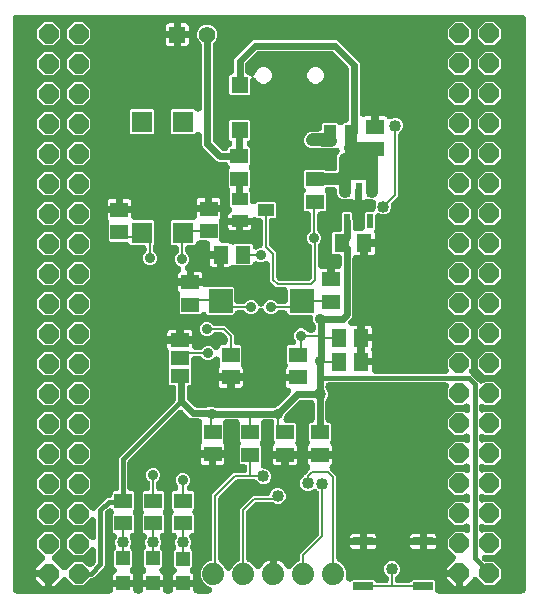
<source format=gbr>
G04 EAGLE Gerber RS-274X export*
G75*
%MOMM*%
%FSLAX34Y34*%
%LPD*%
%INBottom Copper*%
%IPPOS*%
%AMOC8*
5,1,8,0,0,1.08239X$1,22.5*%
G01*
%ADD10R,1.300000X1.500000*%
%ADD11R,1.500000X1.300000*%
%ADD12C,1.879600*%
%ADD13R,2.032000X2.032000*%
%ADD14R,0.550000X1.200000*%
%ADD15R,1.409600X1.409600*%
%ADD16C,1.409600*%
%ADD17R,1.400000X1.400000*%
%ADD18P,1.759533X8X292.500000*%
%ADD19R,1.400000X1.000000*%
%ADD20R,1.020000X1.780000*%
%ADD21R,1.778000X1.778000*%
%ADD22R,1.600200X1.168400*%
%ADD23R,1.200000X1.200000*%
%ADD24R,1.651000X0.762000*%
%ADD25C,0.304800*%
%ADD26C,1.016000*%
%ADD27C,0.889000*%
%ADD28C,0.609600*%
%ADD29C,0.203200*%
%ADD30C,0.406400*%
%ADD31C,0.254000*%
%ADD32C,1.016000*%

G36*
X85008Y2293D02*
X85008Y2293D01*
X85084Y2291D01*
X85253Y2313D01*
X85424Y2327D01*
X85498Y2345D01*
X85573Y2355D01*
X85737Y2404D01*
X85903Y2445D01*
X85972Y2475D01*
X86046Y2497D01*
X86199Y2573D01*
X86356Y2640D01*
X86420Y2681D01*
X86489Y2714D01*
X86628Y2813D01*
X86772Y2905D01*
X86829Y2956D01*
X86891Y3000D01*
X87012Y3120D01*
X87140Y3234D01*
X87188Y3293D01*
X87242Y3347D01*
X87343Y3485D01*
X87450Y3618D01*
X87487Y3684D01*
X87532Y3745D01*
X87609Y3898D01*
X87694Y4046D01*
X87720Y4118D01*
X87755Y4186D01*
X87806Y4349D01*
X87865Y4509D01*
X87880Y4584D01*
X87903Y4656D01*
X87915Y4761D01*
X87960Y4993D01*
X87967Y5229D01*
X87979Y5334D01*
X87979Y7916D01*
X96520Y7916D01*
X105061Y7916D01*
X105061Y5334D01*
X105067Y5258D01*
X105065Y5182D01*
X105087Y5013D01*
X105101Y4842D01*
X105119Y4768D01*
X105129Y4693D01*
X105178Y4529D01*
X105219Y4363D01*
X105249Y4294D01*
X105271Y4220D01*
X105347Y4067D01*
X105414Y3910D01*
X105455Y3846D01*
X105488Y3777D01*
X105587Y3638D01*
X105679Y3494D01*
X105730Y3437D01*
X105774Y3375D01*
X105894Y3254D01*
X106008Y3126D01*
X106067Y3078D01*
X106121Y3024D01*
X106259Y2923D01*
X106392Y2816D01*
X106458Y2779D01*
X106519Y2734D01*
X106672Y2657D01*
X106820Y2572D01*
X106892Y2546D01*
X106960Y2511D01*
X107123Y2460D01*
X107283Y2401D01*
X107358Y2386D01*
X107430Y2363D01*
X107535Y2351D01*
X107767Y2306D01*
X108003Y2299D01*
X108108Y2287D01*
X110078Y2287D01*
X110154Y2293D01*
X110230Y2291D01*
X110399Y2313D01*
X110570Y2327D01*
X110644Y2345D01*
X110719Y2355D01*
X110883Y2404D01*
X111049Y2445D01*
X111118Y2475D01*
X111192Y2497D01*
X111345Y2573D01*
X111502Y2640D01*
X111566Y2681D01*
X111635Y2714D01*
X111774Y2813D01*
X111918Y2905D01*
X111975Y2956D01*
X112037Y3000D01*
X112158Y3120D01*
X112286Y3234D01*
X112334Y3293D01*
X112388Y3347D01*
X112489Y3485D01*
X112596Y3618D01*
X112633Y3684D01*
X112678Y3745D01*
X112755Y3898D01*
X112840Y4046D01*
X112866Y4118D01*
X112901Y4186D01*
X112952Y4349D01*
X113011Y4509D01*
X113026Y4584D01*
X113049Y4656D01*
X113061Y4761D01*
X113106Y4993D01*
X113113Y5229D01*
X113125Y5334D01*
X113125Y7916D01*
X121666Y7916D01*
X130207Y7916D01*
X130207Y5334D01*
X130213Y5258D01*
X130211Y5182D01*
X130233Y5013D01*
X130247Y4842D01*
X130265Y4768D01*
X130275Y4693D01*
X130324Y4529D01*
X130365Y4363D01*
X130395Y4294D01*
X130417Y4220D01*
X130493Y4067D01*
X130560Y3910D01*
X130601Y3846D01*
X130634Y3777D01*
X130733Y3638D01*
X130825Y3494D01*
X130876Y3437D01*
X130920Y3375D01*
X131040Y3254D01*
X131154Y3126D01*
X131213Y3078D01*
X131267Y3024D01*
X131405Y2923D01*
X131538Y2816D01*
X131604Y2779D01*
X131665Y2734D01*
X131818Y2657D01*
X131966Y2572D01*
X132038Y2546D01*
X132106Y2511D01*
X132269Y2460D01*
X132429Y2401D01*
X132504Y2386D01*
X132576Y2363D01*
X132681Y2351D01*
X132913Y2306D01*
X133149Y2299D01*
X133254Y2287D01*
X135732Y2287D01*
X135808Y2293D01*
X135884Y2291D01*
X136053Y2313D01*
X136224Y2327D01*
X136298Y2345D01*
X136373Y2355D01*
X136537Y2404D01*
X136703Y2445D01*
X136772Y2475D01*
X136846Y2497D01*
X136999Y2573D01*
X137156Y2640D01*
X137220Y2681D01*
X137289Y2714D01*
X137428Y2813D01*
X137572Y2905D01*
X137629Y2956D01*
X137691Y3000D01*
X137812Y3120D01*
X137940Y3234D01*
X137988Y3293D01*
X138042Y3347D01*
X138143Y3485D01*
X138250Y3618D01*
X138287Y3684D01*
X138332Y3745D01*
X138409Y3898D01*
X138494Y4046D01*
X138520Y4118D01*
X138555Y4186D01*
X138606Y4349D01*
X138665Y4509D01*
X138680Y4584D01*
X138703Y4656D01*
X138715Y4761D01*
X138760Y4993D01*
X138767Y5229D01*
X138779Y5334D01*
X138779Y7789D01*
X147320Y7789D01*
X155861Y7789D01*
X155861Y5334D01*
X155867Y5258D01*
X155865Y5182D01*
X155887Y5013D01*
X155901Y4842D01*
X155919Y4768D01*
X155929Y4693D01*
X155978Y4529D01*
X156019Y4363D01*
X156049Y4294D01*
X156071Y4220D01*
X156147Y4067D01*
X156214Y3910D01*
X156255Y3846D01*
X156288Y3777D01*
X156387Y3638D01*
X156479Y3494D01*
X156530Y3437D01*
X156574Y3375D01*
X156694Y3254D01*
X156808Y3126D01*
X156867Y3078D01*
X156921Y3024D01*
X157059Y2923D01*
X157192Y2816D01*
X157258Y2779D01*
X157319Y2734D01*
X157472Y2657D01*
X157620Y2572D01*
X157692Y2546D01*
X157760Y2511D01*
X157923Y2460D01*
X158083Y2401D01*
X158158Y2386D01*
X158230Y2363D01*
X158335Y2351D01*
X158567Y2306D01*
X158803Y2299D01*
X158908Y2287D01*
X168906Y2287D01*
X169048Y2298D01*
X169190Y2300D01*
X169293Y2318D01*
X169398Y2327D01*
X169536Y2361D01*
X169676Y2386D01*
X169775Y2420D01*
X169876Y2445D01*
X170007Y2502D01*
X170142Y2549D01*
X170234Y2599D01*
X170330Y2640D01*
X170450Y2716D01*
X170575Y2785D01*
X170658Y2849D01*
X170746Y2905D01*
X170852Y3000D01*
X170965Y3087D01*
X171036Y3164D01*
X171114Y3234D01*
X171203Y3345D01*
X171300Y3449D01*
X171358Y3536D01*
X171424Y3618D01*
X171494Y3741D01*
X171573Y3860D01*
X171616Y3956D01*
X171668Y4046D01*
X171717Y4180D01*
X171776Y4310D01*
X171803Y4411D01*
X171839Y4509D01*
X171867Y4649D01*
X171904Y4786D01*
X171914Y4890D01*
X171934Y4993D01*
X171938Y5135D01*
X171953Y5277D01*
X171946Y5382D01*
X171949Y5486D01*
X171931Y5627D01*
X171922Y5770D01*
X171899Y5871D01*
X171885Y5975D01*
X171844Y6112D01*
X171812Y6251D01*
X171773Y6347D01*
X171742Y6447D01*
X171680Y6576D01*
X171626Y6708D01*
X171572Y6797D01*
X171526Y6891D01*
X171443Y7007D01*
X171369Y7128D01*
X171301Y7208D01*
X171240Y7293D01*
X171140Y7394D01*
X171047Y7502D01*
X170967Y7570D01*
X170893Y7644D01*
X170778Y7728D01*
X170669Y7819D01*
X170600Y7857D01*
X170495Y7934D01*
X170107Y8130D01*
X170072Y8149D01*
X166724Y9536D01*
X163651Y12609D01*
X161988Y16623D01*
X161988Y20969D01*
X163651Y24983D01*
X166724Y28056D01*
X170203Y29497D01*
X170397Y29596D01*
X170594Y29693D01*
X170617Y29709D01*
X170642Y29722D01*
X170818Y29852D01*
X170996Y29978D01*
X171016Y29998D01*
X171039Y30015D01*
X171192Y30172D01*
X171347Y30325D01*
X171364Y30348D01*
X171384Y30368D01*
X171509Y30547D01*
X171637Y30724D01*
X171650Y30749D01*
X171666Y30772D01*
X171761Y30969D01*
X171860Y31164D01*
X171868Y31191D01*
X171881Y31217D01*
X171942Y31426D01*
X172008Y31635D01*
X172011Y31658D01*
X172020Y31690D01*
X172081Y32180D01*
X172078Y32260D01*
X172084Y32312D01*
X172084Y86269D01*
X189829Y104014D01*
X198501Y104014D01*
X198577Y104020D01*
X198653Y104018D01*
X198822Y104040D01*
X198993Y104054D01*
X199067Y104072D01*
X199142Y104082D01*
X199306Y104131D01*
X199472Y104172D01*
X199541Y104202D01*
X199615Y104224D01*
X199768Y104300D01*
X199925Y104367D01*
X199989Y104408D01*
X200058Y104441D01*
X200197Y104540D01*
X200341Y104632D01*
X200398Y104683D01*
X200460Y104727D01*
X200581Y104847D01*
X200709Y104961D01*
X200757Y105020D01*
X200811Y105074D01*
X200912Y105212D01*
X201019Y105345D01*
X201056Y105411D01*
X201101Y105472D01*
X201178Y105625D01*
X201263Y105773D01*
X201289Y105845D01*
X201324Y105913D01*
X201375Y106076D01*
X201434Y106236D01*
X201449Y106311D01*
X201472Y106383D01*
X201484Y106488D01*
X201529Y106720D01*
X201536Y106956D01*
X201548Y107061D01*
X201548Y108841D01*
X201542Y108917D01*
X201544Y108993D01*
X201522Y109162D01*
X201508Y109333D01*
X201490Y109407D01*
X201480Y109482D01*
X201431Y109646D01*
X201390Y109812D01*
X201360Y109881D01*
X201338Y109955D01*
X201262Y110108D01*
X201195Y110265D01*
X201154Y110329D01*
X201121Y110398D01*
X201022Y110537D01*
X200930Y110681D01*
X200879Y110738D01*
X200835Y110800D01*
X200715Y110921D01*
X200601Y111049D01*
X200542Y111097D01*
X200488Y111151D01*
X200350Y111252D01*
X200217Y111359D01*
X200151Y111396D01*
X200090Y111441D01*
X199937Y111518D01*
X199789Y111603D01*
X199717Y111629D01*
X199649Y111664D01*
X199486Y111715D01*
X199326Y111774D01*
X199251Y111789D01*
X199179Y111812D01*
X199074Y111824D01*
X198842Y111869D01*
X198606Y111876D01*
X198501Y111888D01*
X195957Y111888D01*
X195064Y112781D01*
X195064Y127045D01*
X195278Y127258D01*
X195327Y127316D01*
X195383Y127368D01*
X195487Y127504D01*
X195597Y127634D01*
X195637Y127699D01*
X195683Y127760D01*
X195764Y127910D01*
X195852Y128057D01*
X195880Y128128D01*
X195916Y128195D01*
X195972Y128356D01*
X196035Y128515D01*
X196052Y128589D01*
X196076Y128661D01*
X196105Y128830D01*
X196142Y128996D01*
X196146Y129073D01*
X196159Y129148D01*
X196160Y129318D01*
X196170Y129489D01*
X196161Y129565D01*
X196162Y129641D01*
X196135Y129810D01*
X196117Y129980D01*
X196097Y130053D01*
X196085Y130128D01*
X196032Y130291D01*
X195987Y130455D01*
X195955Y130524D01*
X195931Y130597D01*
X195852Y130749D01*
X195781Y130904D01*
X195738Y130967D01*
X195703Y131035D01*
X195638Y131117D01*
X195506Y131313D01*
X195344Y131485D01*
X195278Y131568D01*
X195064Y131781D01*
X195064Y147066D01*
X195058Y147142D01*
X195060Y147218D01*
X195038Y147387D01*
X195024Y147558D01*
X195006Y147632D01*
X194996Y147707D01*
X194947Y147871D01*
X194906Y148037D01*
X194876Y148106D01*
X194854Y148180D01*
X194778Y148333D01*
X194711Y148490D01*
X194670Y148554D01*
X194637Y148623D01*
X194538Y148762D01*
X194446Y148906D01*
X194395Y148963D01*
X194351Y149025D01*
X194231Y149146D01*
X194117Y149274D01*
X194058Y149322D01*
X194004Y149376D01*
X193866Y149477D01*
X193733Y149584D01*
X193667Y149621D01*
X193606Y149666D01*
X193453Y149743D01*
X193305Y149828D01*
X193233Y149854D01*
X193165Y149889D01*
X193002Y149940D01*
X192842Y149999D01*
X192767Y150014D01*
X192695Y150037D01*
X192590Y150049D01*
X192358Y150094D01*
X192122Y150101D01*
X192017Y150113D01*
X184220Y150113D01*
X184144Y150107D01*
X184068Y150109D01*
X183899Y150087D01*
X183728Y150073D01*
X183654Y150055D01*
X183579Y150045D01*
X183415Y149996D01*
X183249Y149955D01*
X183180Y149925D01*
X183106Y149903D01*
X182953Y149827D01*
X182796Y149760D01*
X182732Y149719D01*
X182663Y149686D01*
X182524Y149587D01*
X182380Y149495D01*
X182323Y149444D01*
X182261Y149400D01*
X182140Y149280D01*
X182012Y149166D01*
X181964Y149107D01*
X181910Y149053D01*
X181809Y148915D01*
X181702Y148782D01*
X181665Y148716D01*
X181620Y148655D01*
X181543Y148502D01*
X181458Y148354D01*
X181432Y148282D01*
X181397Y148214D01*
X181346Y148051D01*
X181287Y147891D01*
X181272Y147816D01*
X181249Y147744D01*
X181237Y147639D01*
X181192Y147407D01*
X181185Y147171D01*
X181173Y147066D01*
X181173Y131984D01*
X181103Y131869D01*
X181075Y131798D01*
X181039Y131731D01*
X180984Y131569D01*
X180920Y131411D01*
X180904Y131336D01*
X180879Y131264D01*
X180850Y131096D01*
X180814Y130929D01*
X180809Y130853D01*
X180796Y130778D01*
X180795Y130607D01*
X180786Y130436D01*
X180794Y130360D01*
X180793Y130284D01*
X180820Y130116D01*
X180838Y129946D01*
X180858Y129872D01*
X180870Y129797D01*
X180924Y129634D01*
X180969Y129470D01*
X181000Y129401D01*
X181024Y129328D01*
X181103Y129177D01*
X181174Y129022D01*
X181217Y128958D01*
X181252Y128891D01*
X181318Y128809D01*
X181450Y128612D01*
X181612Y128440D01*
X181678Y128358D01*
X181681Y128354D01*
X182016Y127775D01*
X182189Y127129D01*
X182189Y123543D01*
X172350Y123543D01*
X172274Y123537D01*
X172198Y123539D01*
X172121Y123529D01*
X172051Y123531D01*
X171946Y123543D01*
X162107Y123543D01*
X162107Y127129D01*
X162280Y127775D01*
X162615Y128354D01*
X162618Y128358D01*
X162668Y128416D01*
X162723Y128468D01*
X162827Y128603D01*
X162938Y128733D01*
X162977Y128799D01*
X163024Y128859D01*
X163104Y129010D01*
X163193Y129156D01*
X163221Y129227D01*
X163257Y129294D01*
X163312Y129456D01*
X163376Y129614D01*
X163392Y129689D01*
X163417Y129761D01*
X163446Y129929D01*
X163482Y130096D01*
X163487Y130172D01*
X163500Y130247D01*
X163501Y130418D01*
X163510Y130588D01*
X163502Y130664D01*
X163503Y130741D01*
X163476Y130909D01*
X163458Y131079D01*
X163438Y131152D01*
X163426Y131228D01*
X163373Y131390D01*
X163327Y131555D01*
X163295Y131624D01*
X163272Y131696D01*
X163193Y131848D01*
X163123Y131999D01*
X163123Y147574D01*
X163117Y147650D01*
X163119Y147726D01*
X163097Y147895D01*
X163083Y148066D01*
X163065Y148140D01*
X163055Y148215D01*
X163006Y148379D01*
X162965Y148545D01*
X162935Y148614D01*
X162913Y148688D01*
X162837Y148841D01*
X162770Y148998D01*
X162729Y149062D01*
X162696Y149131D01*
X162597Y149270D01*
X162505Y149414D01*
X162454Y149471D01*
X162410Y149533D01*
X162290Y149654D01*
X162176Y149782D01*
X162117Y149830D01*
X162063Y149884D01*
X161925Y149985D01*
X161792Y150092D01*
X161726Y150129D01*
X161665Y150174D01*
X161512Y150251D01*
X161364Y150336D01*
X161292Y150362D01*
X161224Y150397D01*
X161061Y150448D01*
X160901Y150507D01*
X160826Y150522D01*
X160754Y150545D01*
X160649Y150557D01*
X160417Y150602D01*
X160181Y150609D01*
X160076Y150621D01*
X154792Y150621D01*
X153112Y151317D01*
X147232Y157197D01*
X147174Y157246D01*
X147122Y157302D01*
X146987Y157406D01*
X146856Y157516D01*
X146791Y157556D01*
X146731Y157602D01*
X146580Y157683D01*
X146434Y157771D01*
X146363Y157799D01*
X146296Y157835D01*
X146134Y157891D01*
X145976Y157954D01*
X145901Y157970D01*
X145829Y157995D01*
X145661Y158024D01*
X145494Y158061D01*
X145418Y158065D01*
X145343Y158078D01*
X145172Y158079D01*
X145001Y158088D01*
X144926Y158080D01*
X144850Y158081D01*
X144681Y158054D01*
X144511Y158036D01*
X144438Y158016D01*
X144362Y158004D01*
X144200Y157951D01*
X144035Y157906D01*
X143966Y157874D01*
X143894Y157850D01*
X143742Y157771D01*
X143587Y157700D01*
X143524Y157657D01*
X143456Y157622D01*
X143374Y157556D01*
X143177Y157424D01*
X143005Y157262D01*
X142923Y157197D01*
X100968Y115242D01*
X100894Y115155D01*
X100813Y115075D01*
X100735Y114968D01*
X100649Y114866D01*
X100590Y114769D01*
X100523Y114676D01*
X100463Y114558D01*
X100394Y114444D01*
X100352Y114338D01*
X100300Y114236D01*
X100260Y114109D01*
X100211Y113986D01*
X100186Y113874D01*
X100152Y113765D01*
X100142Y113672D01*
X100104Y113504D01*
X100086Y113180D01*
X100076Y113088D01*
X100076Y91754D01*
X100082Y91678D01*
X100080Y91602D01*
X100102Y91433D01*
X100116Y91262D01*
X100134Y91188D01*
X100144Y91113D01*
X100193Y90949D01*
X100234Y90783D01*
X100264Y90714D01*
X100286Y90640D01*
X100362Y90487D01*
X100429Y90330D01*
X100470Y90266D01*
X100503Y90197D01*
X100602Y90058D01*
X100694Y89914D01*
X100745Y89857D01*
X100789Y89795D01*
X100909Y89674D01*
X101023Y89546D01*
X101082Y89498D01*
X101136Y89444D01*
X101274Y89343D01*
X101407Y89236D01*
X101473Y89199D01*
X101534Y89154D01*
X101687Y89077D01*
X101835Y88992D01*
X101907Y88966D01*
X101975Y88931D01*
X102138Y88880D01*
X102298Y88821D01*
X102373Y88806D01*
X102445Y88783D01*
X102550Y88771D01*
X102782Y88726D01*
X103018Y88719D01*
X103123Y88707D01*
X104651Y88707D01*
X105544Y87814D01*
X105544Y73550D01*
X105330Y73337D01*
X105281Y73279D01*
X105225Y73226D01*
X105121Y73091D01*
X105011Y72961D01*
X104971Y72895D01*
X104925Y72835D01*
X104844Y72685D01*
X104756Y72538D01*
X104728Y72467D01*
X104692Y72400D01*
X104636Y72239D01*
X104573Y72080D01*
X104556Y72006D01*
X104532Y71934D01*
X104503Y71765D01*
X104466Y71598D01*
X104462Y71522D01*
X104449Y71447D01*
X104448Y71276D01*
X104438Y71106D01*
X104447Y71030D01*
X104446Y70954D01*
X104473Y70785D01*
X104491Y70615D01*
X104511Y70542D01*
X104523Y70467D01*
X104576Y70304D01*
X104621Y70140D01*
X104653Y70070D01*
X104677Y69998D01*
X104756Y69847D01*
X104827Y69691D01*
X104870Y69628D01*
X104905Y69560D01*
X104970Y69478D01*
X105102Y69282D01*
X105264Y69109D01*
X105330Y69027D01*
X105544Y68814D01*
X105544Y54550D01*
X104631Y53638D01*
X104581Y53636D01*
X104516Y53623D01*
X104450Y53617D01*
X104275Y53574D01*
X104098Y53538D01*
X104036Y53515D01*
X103971Y53499D01*
X103805Y53427D01*
X103636Y53364D01*
X103579Y53330D01*
X103518Y53304D01*
X103366Y53207D01*
X103209Y53117D01*
X103158Y53075D01*
X103102Y53039D01*
X102967Y52919D01*
X102827Y52804D01*
X102783Y52755D01*
X102734Y52710D01*
X102620Y52570D01*
X102501Y52435D01*
X102466Y52378D01*
X102424Y52326D01*
X102335Y52170D01*
X102239Y52017D01*
X102213Y51955D01*
X102180Y51898D01*
X102117Y51728D01*
X102047Y51562D01*
X102031Y51498D01*
X102008Y51435D01*
X101974Y51258D01*
X101931Y51083D01*
X101926Y51016D01*
X101914Y50951D01*
X101908Y50771D01*
X101895Y50591D01*
X101900Y50524D01*
X101898Y50458D01*
X101922Y50279D01*
X101938Y50099D01*
X101952Y50049D01*
X101963Y49969D01*
X102105Y49497D01*
X102120Y49466D01*
X102126Y49444D01*
X103125Y47034D01*
X103125Y44406D01*
X102471Y42828D01*
X102404Y42621D01*
X102333Y42414D01*
X102329Y42386D01*
X102320Y42359D01*
X102287Y42143D01*
X102251Y41928D01*
X102251Y41899D01*
X102246Y41871D01*
X102249Y41653D01*
X102248Y41434D01*
X102252Y41406D01*
X102253Y41378D01*
X102290Y41163D01*
X102324Y40947D01*
X102333Y40920D01*
X102338Y40892D01*
X102410Y40686D01*
X102479Y40478D01*
X102492Y40453D01*
X102501Y40426D01*
X102605Y40235D01*
X102706Y40041D01*
X102721Y40022D01*
X102737Y39993D01*
X103040Y39604D01*
X103099Y39549D01*
X103132Y39508D01*
X104045Y38595D01*
X104045Y25331D01*
X102849Y24136D01*
X102702Y23963D01*
X102552Y23791D01*
X102542Y23775D01*
X102530Y23760D01*
X102412Y23564D01*
X102292Y23371D01*
X102285Y23354D01*
X102275Y23338D01*
X102190Y23125D01*
X102104Y22915D01*
X102099Y22897D01*
X102092Y22879D01*
X102043Y22656D01*
X101991Y22435D01*
X101990Y22416D01*
X101985Y22398D01*
X101973Y22169D01*
X101957Y21943D01*
X101959Y21924D01*
X101958Y21905D01*
X101982Y21679D01*
X102003Y21452D01*
X102008Y21433D01*
X102010Y21415D01*
X102070Y21196D01*
X102128Y20974D01*
X102136Y20957D01*
X102141Y20939D01*
X102236Y20732D01*
X102328Y20524D01*
X102338Y20508D01*
X102346Y20491D01*
X102473Y20302D01*
X102598Y20111D01*
X102611Y20097D01*
X102622Y20081D01*
X102777Y19916D01*
X102932Y19747D01*
X102944Y19738D01*
X102960Y19722D01*
X103351Y19421D01*
X103432Y19378D01*
X103480Y19342D01*
X104080Y18996D01*
X104553Y18523D01*
X104888Y17944D01*
X105061Y17298D01*
X105061Y14010D01*
X96520Y14010D01*
X87979Y14010D01*
X87979Y17298D01*
X88152Y17944D01*
X88487Y18523D01*
X88960Y18996D01*
X89560Y19342D01*
X89747Y19472D01*
X89936Y19599D01*
X89950Y19612D01*
X89965Y19623D01*
X90130Y19782D01*
X90296Y19937D01*
X90307Y19952D01*
X90321Y19965D01*
X90458Y20148D01*
X90596Y20328D01*
X90605Y20345D01*
X90616Y20360D01*
X90721Y20562D01*
X90829Y20763D01*
X90835Y20781D01*
X90844Y20798D01*
X90915Y21013D01*
X90989Y21230D01*
X90992Y21248D01*
X90998Y21266D01*
X91033Y21490D01*
X91072Y21716D01*
X91072Y21735D01*
X91075Y21754D01*
X91073Y21979D01*
X91075Y22209D01*
X91072Y22228D01*
X91072Y22247D01*
X91034Y22471D01*
X90998Y22697D01*
X90992Y22715D01*
X90989Y22733D01*
X90915Y22949D01*
X90844Y23165D01*
X90835Y23182D01*
X90829Y23200D01*
X90721Y23401D01*
X90616Y23603D01*
X90606Y23615D01*
X90596Y23635D01*
X90295Y24026D01*
X90228Y24090D01*
X90191Y24136D01*
X88995Y25331D01*
X88995Y38595D01*
X89908Y39508D01*
X90050Y39674D01*
X90194Y39838D01*
X90209Y39862D01*
X90228Y39883D01*
X90340Y40071D01*
X90457Y40256D01*
X90468Y40282D01*
X90482Y40306D01*
X90563Y40509D01*
X90648Y40710D01*
X90655Y40738D01*
X90665Y40764D01*
X90713Y40978D01*
X90764Y41190D01*
X90766Y41218D01*
X90772Y41246D01*
X90784Y41465D01*
X90801Y41682D01*
X90798Y41710D01*
X90800Y41738D01*
X90777Y41956D01*
X90758Y42173D01*
X90751Y42196D01*
X90748Y42229D01*
X90617Y42705D01*
X90583Y42778D01*
X90569Y42828D01*
X89915Y44406D01*
X89915Y47034D01*
X90914Y49444D01*
X90969Y49616D01*
X91032Y49785D01*
X91044Y49850D01*
X91065Y49913D01*
X91092Y50092D01*
X91126Y50269D01*
X91128Y50335D01*
X91138Y50401D01*
X91136Y50582D01*
X91142Y50762D01*
X91133Y50828D01*
X91132Y50895D01*
X91101Y51072D01*
X91077Y51251D01*
X91058Y51315D01*
X91047Y51380D01*
X90987Y51550D01*
X90935Y51724D01*
X90906Y51783D01*
X90884Y51846D01*
X90797Y52005D01*
X90718Y52167D01*
X90680Y52221D01*
X90648Y52279D01*
X90537Y52422D01*
X90432Y52569D01*
X90386Y52616D01*
X90345Y52669D01*
X90212Y52792D01*
X90086Y52920D01*
X90032Y52959D01*
X89983Y53004D01*
X89833Y53104D01*
X89687Y53210D01*
X89628Y53240D01*
X89572Y53277D01*
X89408Y53351D01*
X89247Y53433D01*
X89183Y53453D01*
X89122Y53480D01*
X88948Y53527D01*
X88776Y53581D01*
X88723Y53587D01*
X88646Y53608D01*
X88414Y53631D01*
X87494Y54550D01*
X87494Y68814D01*
X87708Y69027D01*
X87757Y69085D01*
X87813Y69137D01*
X87917Y69273D01*
X88027Y69403D01*
X88067Y69468D01*
X88113Y69529D01*
X88194Y69679D01*
X88282Y69826D01*
X88310Y69896D01*
X88346Y69963D01*
X88402Y70125D01*
X88465Y70284D01*
X88482Y70358D01*
X88506Y70430D01*
X88535Y70598D01*
X88572Y70765D01*
X88576Y70842D01*
X88589Y70916D01*
X88590Y71087D01*
X88600Y71258D01*
X88591Y71334D01*
X88592Y71410D01*
X88565Y71578D01*
X88547Y71749D01*
X88527Y71822D01*
X88515Y71897D01*
X88462Y72060D01*
X88417Y72224D01*
X88385Y72293D01*
X88361Y72366D01*
X88282Y72517D01*
X88211Y72673D01*
X88168Y72736D01*
X88133Y72803D01*
X88068Y72886D01*
X87936Y73082D01*
X87774Y73254D01*
X87708Y73337D01*
X87478Y73567D01*
X87420Y73616D01*
X87368Y73672D01*
X87233Y73775D01*
X87102Y73886D01*
X87037Y73925D01*
X86976Y73972D01*
X86826Y74052D01*
X86680Y74141D01*
X86609Y74169D01*
X86542Y74205D01*
X86380Y74260D01*
X86222Y74324D01*
X86147Y74340D01*
X86075Y74365D01*
X85907Y74394D01*
X85740Y74431D01*
X85664Y74435D01*
X85589Y74448D01*
X85418Y74449D01*
X85247Y74458D01*
X85172Y74450D01*
X85095Y74451D01*
X84927Y74424D01*
X84757Y74406D01*
X84683Y74386D01*
X84608Y74374D01*
X84446Y74321D01*
X84281Y74275D01*
X84212Y74244D01*
X84139Y74220D01*
X83988Y74141D01*
X83833Y74070D01*
X83769Y74027D01*
X83702Y73992D01*
X83620Y73926D01*
X83423Y73794D01*
X83251Y73632D01*
X83169Y73567D01*
X81665Y72063D01*
X81591Y71976D01*
X81510Y71896D01*
X81432Y71789D01*
X81346Y71687D01*
X81287Y71589D01*
X81220Y71497D01*
X81160Y71379D01*
X81091Y71265D01*
X81049Y71159D01*
X80997Y71057D01*
X80957Y70930D01*
X80908Y70807D01*
X80883Y70695D01*
X80849Y70586D01*
X80839Y70493D01*
X80801Y70325D01*
X80783Y70001D01*
X80773Y69909D01*
X80773Y26217D01*
X80231Y24909D01*
X71421Y16099D01*
X70113Y15557D01*
X70094Y15557D01*
X69981Y15548D01*
X69866Y15549D01*
X69735Y15528D01*
X69603Y15517D01*
X69492Y15490D01*
X69379Y15472D01*
X69253Y15431D01*
X69124Y15399D01*
X69019Y15354D01*
X68911Y15318D01*
X68793Y15256D01*
X68671Y15204D01*
X68574Y15143D01*
X68473Y15090D01*
X68399Y15031D01*
X68254Y14939D01*
X68012Y14723D01*
X67940Y14665D01*
X62736Y9461D01*
X54740Y9461D01*
X48911Y15290D01*
X48853Y15339D01*
X48801Y15395D01*
X48666Y15499D01*
X48535Y15609D01*
X48470Y15649D01*
X48410Y15695D01*
X48259Y15776D01*
X48113Y15864D01*
X48042Y15892D01*
X47975Y15928D01*
X47813Y15984D01*
X47655Y16047D01*
X47580Y16063D01*
X47508Y16088D01*
X47340Y16117D01*
X47173Y16154D01*
X47097Y16158D01*
X47022Y16171D01*
X46851Y16172D01*
X46680Y16181D01*
X46605Y16173D01*
X46528Y16174D01*
X46359Y16147D01*
X46190Y16129D01*
X46116Y16109D01*
X46041Y16097D01*
X45879Y16044D01*
X45714Y15999D01*
X45645Y15967D01*
X45572Y15943D01*
X45421Y15864D01*
X45266Y15793D01*
X45202Y15750D01*
X45135Y15715D01*
X45053Y15650D01*
X44856Y15517D01*
X44684Y15356D01*
X44602Y15290D01*
X37757Y8445D01*
X36385Y8445D01*
X36385Y19114D01*
X36379Y19190D01*
X36382Y19266D01*
X36359Y19435D01*
X36345Y19605D01*
X36327Y19679D01*
X36317Y19755D01*
X36268Y19919D01*
X36227Y20084D01*
X36197Y20154D01*
X36175Y20227D01*
X36100Y20381D01*
X36032Y20538D01*
X35991Y20602D01*
X35958Y20670D01*
X35859Y20810D01*
X35767Y20954D01*
X35716Y21010D01*
X35672Y21073D01*
X35552Y21194D01*
X35438Y21322D01*
X35379Y21370D01*
X35326Y21424D01*
X35325Y21424D01*
X35187Y21525D01*
X35054Y21632D01*
X34988Y21670D01*
X34926Y21714D01*
X34774Y21791D01*
X34625Y21876D01*
X34554Y21902D01*
X34486Y21937D01*
X34323Y21988D01*
X34163Y22048D01*
X34088Y22062D01*
X34015Y22085D01*
X33911Y22097D01*
X33679Y22142D01*
X33443Y22150D01*
X33338Y22161D01*
X22669Y22161D01*
X22669Y23533D01*
X29514Y30378D01*
X29563Y30436D01*
X29619Y30488D01*
X29723Y30623D01*
X29833Y30754D01*
X29873Y30819D01*
X29919Y30879D01*
X30000Y31030D01*
X30088Y31176D01*
X30116Y31247D01*
X30152Y31314D01*
X30208Y31476D01*
X30271Y31634D01*
X30287Y31709D01*
X30312Y31781D01*
X30341Y31949D01*
X30378Y32116D01*
X30382Y32192D01*
X30395Y32267D01*
X30396Y32438D01*
X30405Y32608D01*
X30397Y32684D01*
X30398Y32760D01*
X30371Y32929D01*
X30353Y33099D01*
X30333Y33172D01*
X30321Y33248D01*
X30268Y33410D01*
X30223Y33575D01*
X30191Y33644D01*
X30167Y33716D01*
X30088Y33868D01*
X30017Y34023D01*
X29974Y34086D01*
X29939Y34154D01*
X29874Y34236D01*
X29741Y34432D01*
X29580Y34605D01*
X29514Y34687D01*
X23685Y40516D01*
X23685Y48512D01*
X29340Y54167D01*
X37336Y54167D01*
X42991Y48512D01*
X42991Y40516D01*
X37162Y34687D01*
X37113Y34629D01*
X37057Y34577D01*
X36953Y34442D01*
X36843Y34311D01*
X36803Y34246D01*
X36757Y34186D01*
X36676Y34035D01*
X36588Y33889D01*
X36560Y33818D01*
X36524Y33751D01*
X36468Y33589D01*
X36405Y33431D01*
X36389Y33356D01*
X36364Y33284D01*
X36335Y33116D01*
X36298Y32949D01*
X36294Y32873D01*
X36281Y32798D01*
X36280Y32627D01*
X36271Y32456D01*
X36279Y32381D01*
X36278Y32304D01*
X36305Y32135D01*
X36323Y31966D01*
X36343Y31892D01*
X36355Y31817D01*
X36408Y31655D01*
X36453Y31490D01*
X36485Y31421D01*
X36509Y31348D01*
X36588Y31197D01*
X36659Y31042D01*
X36702Y30978D01*
X36737Y30911D01*
X36802Y30829D01*
X36935Y30632D01*
X37097Y30460D01*
X37162Y30378D01*
X44602Y22938D01*
X44660Y22889D01*
X44712Y22833D01*
X44847Y22729D01*
X44978Y22619D01*
X45043Y22579D01*
X45103Y22533D01*
X45254Y22452D01*
X45400Y22364D01*
X45471Y22336D01*
X45538Y22300D01*
X45700Y22244D01*
X45858Y22181D01*
X45932Y22165D01*
X46005Y22140D01*
X46173Y22111D01*
X46340Y22074D01*
X46416Y22070D01*
X46491Y22057D01*
X46662Y22056D01*
X46832Y22047D01*
X46908Y22055D01*
X46984Y22054D01*
X47153Y22081D01*
X47323Y22099D01*
X47396Y22119D01*
X47472Y22131D01*
X47634Y22184D01*
X47799Y22229D01*
X47868Y22261D01*
X47940Y22285D01*
X48092Y22364D01*
X48247Y22435D01*
X48310Y22478D01*
X48378Y22513D01*
X48460Y22579D01*
X48656Y22711D01*
X48829Y22872D01*
X48911Y22938D01*
X54740Y28767D01*
X62736Y28767D01*
X66228Y25275D01*
X66286Y25226D01*
X66338Y25170D01*
X66473Y25066D01*
X66604Y24956D01*
X66669Y24916D01*
X66729Y24870D01*
X66880Y24789D01*
X67026Y24701D01*
X67097Y24673D01*
X67164Y24637D01*
X67326Y24581D01*
X67484Y24518D01*
X67559Y24502D01*
X67631Y24477D01*
X67799Y24448D01*
X67966Y24411D01*
X68042Y24407D01*
X68117Y24394D01*
X68288Y24393D01*
X68459Y24384D01*
X68534Y24392D01*
X68611Y24391D01*
X68780Y24418D01*
X68949Y24436D01*
X69022Y24456D01*
X69098Y24468D01*
X69260Y24521D01*
X69425Y24566D01*
X69494Y24598D01*
X69566Y24622D01*
X69718Y24701D01*
X69873Y24772D01*
X69936Y24815D01*
X70004Y24850D01*
X70086Y24916D01*
X70283Y25048D01*
X70455Y25210D01*
X70537Y25275D01*
X72767Y27505D01*
X72841Y27592D01*
X72922Y27672D01*
X73000Y27779D01*
X73086Y27881D01*
X73145Y27978D01*
X73212Y28071D01*
X73272Y28189D01*
X73341Y28303D01*
X73383Y28409D01*
X73435Y28511D01*
X73475Y28638D01*
X73524Y28761D01*
X73549Y28873D01*
X73583Y28982D01*
X73593Y29075D01*
X73631Y29243D01*
X73637Y29355D01*
X73640Y29371D01*
X73643Y29461D01*
X73649Y29567D01*
X73659Y29659D01*
X73659Y38428D01*
X73656Y38465D01*
X73658Y38504D01*
X73636Y38711D01*
X73619Y38919D01*
X73610Y38956D01*
X73606Y38994D01*
X73551Y39196D01*
X73501Y39398D01*
X73486Y39433D01*
X73475Y39470D01*
X73388Y39660D01*
X73306Y39852D01*
X73286Y39883D01*
X73270Y39918D01*
X73153Y40091D01*
X73041Y40268D01*
X73016Y40296D01*
X72994Y40328D01*
X72851Y40480D01*
X72712Y40635D01*
X72683Y40659D01*
X72657Y40687D01*
X72491Y40814D01*
X72328Y40945D01*
X72295Y40964D01*
X72265Y40987D01*
X72081Y41086D01*
X71900Y41189D01*
X71864Y41203D01*
X71830Y41221D01*
X71633Y41288D01*
X71437Y41361D01*
X71400Y41368D01*
X71364Y41381D01*
X71157Y41416D01*
X70953Y41456D01*
X70915Y41457D01*
X70877Y41463D01*
X70668Y41465D01*
X70460Y41471D01*
X70422Y41466D01*
X70384Y41466D01*
X70177Y41434D01*
X69971Y41407D01*
X69934Y41396D01*
X69897Y41390D01*
X69698Y41324D01*
X69499Y41264D01*
X69464Y41247D01*
X69428Y41235D01*
X69243Y41139D01*
X69055Y41047D01*
X69024Y41025D01*
X68990Y41008D01*
X68918Y40949D01*
X68653Y40762D01*
X68531Y40641D01*
X68457Y40582D01*
X62736Y34861D01*
X54740Y34861D01*
X49085Y40516D01*
X49085Y48512D01*
X54740Y54167D01*
X62736Y54167D01*
X68457Y48446D01*
X68486Y48421D01*
X68512Y48393D01*
X68674Y48262D01*
X68833Y48126D01*
X68866Y48106D01*
X68896Y48083D01*
X69077Y47979D01*
X69256Y47872D01*
X69291Y47858D01*
X69324Y47839D01*
X69520Y47766D01*
X69714Y47689D01*
X69751Y47680D01*
X69787Y47667D01*
X69992Y47627D01*
X70196Y47582D01*
X70234Y47580D01*
X70271Y47572D01*
X70479Y47566D01*
X70688Y47554D01*
X70726Y47558D01*
X70764Y47557D01*
X70971Y47584D01*
X71179Y47606D01*
X71215Y47616D01*
X71253Y47621D01*
X71453Y47682D01*
X71654Y47737D01*
X71689Y47753D01*
X71726Y47764D01*
X71913Y47856D01*
X72103Y47943D01*
X72135Y47964D01*
X72169Y47981D01*
X72338Y48101D01*
X72512Y48218D01*
X72540Y48244D01*
X72571Y48266D01*
X72719Y48413D01*
X72872Y48556D01*
X72895Y48586D01*
X72922Y48613D01*
X73045Y48782D01*
X73172Y48947D01*
X73190Y48981D01*
X73212Y49012D01*
X73306Y49198D01*
X73405Y49382D01*
X73418Y49418D01*
X73435Y49452D01*
X73497Y49651D01*
X73565Y49849D01*
X73571Y49886D01*
X73583Y49923D01*
X73593Y50015D01*
X73648Y50335D01*
X73649Y50507D01*
X73659Y50600D01*
X73659Y63828D01*
X73656Y63865D01*
X73658Y63904D01*
X73636Y64111D01*
X73619Y64319D01*
X73610Y64356D01*
X73606Y64394D01*
X73551Y64596D01*
X73501Y64798D01*
X73486Y64833D01*
X73475Y64870D01*
X73388Y65060D01*
X73306Y65252D01*
X73286Y65284D01*
X73270Y65318D01*
X73153Y65492D01*
X73041Y65668D01*
X73016Y65696D01*
X72994Y65728D01*
X72851Y65880D01*
X72712Y66035D01*
X72683Y66059D01*
X72657Y66087D01*
X72491Y66214D01*
X72328Y66345D01*
X72295Y66364D01*
X72265Y66387D01*
X72081Y66486D01*
X71900Y66589D01*
X71864Y66603D01*
X71830Y66621D01*
X71633Y66688D01*
X71437Y66761D01*
X71400Y66768D01*
X71364Y66781D01*
X71157Y66816D01*
X70953Y66856D01*
X70915Y66857D01*
X70877Y66863D01*
X70668Y66865D01*
X70460Y66871D01*
X70422Y66866D01*
X70384Y66866D01*
X70177Y66834D01*
X69971Y66807D01*
X69934Y66796D01*
X69897Y66790D01*
X69698Y66724D01*
X69499Y66664D01*
X69464Y66647D01*
X69428Y66635D01*
X69243Y66539D01*
X69055Y66447D01*
X69024Y66425D01*
X68990Y66408D01*
X68918Y66349D01*
X68653Y66162D01*
X68531Y66041D01*
X68457Y65982D01*
X62736Y60261D01*
X54740Y60261D01*
X49085Y65916D01*
X49085Y73912D01*
X54740Y79567D01*
X62736Y79567D01*
X69056Y73247D01*
X69141Y73174D01*
X69204Y73111D01*
X69251Y73077D01*
X69325Y73008D01*
X69381Y72971D01*
X69432Y72928D01*
X69570Y72845D01*
X69603Y72820D01*
X69623Y72810D01*
X69737Y72735D01*
X69797Y72708D01*
X69854Y72673D01*
X70022Y72606D01*
X70186Y72532D01*
X70251Y72515D01*
X70312Y72490D01*
X70488Y72451D01*
X70663Y72404D01*
X70729Y72398D01*
X70794Y72383D01*
X70974Y72373D01*
X71154Y72355D01*
X71220Y72360D01*
X71286Y72356D01*
X71466Y72375D01*
X71646Y72386D01*
X71711Y72401D01*
X71777Y72408D01*
X71951Y72456D01*
X72127Y72496D01*
X72189Y72521D01*
X72253Y72539D01*
X72417Y72614D01*
X72584Y72682D01*
X72641Y72717D01*
X72701Y72744D01*
X72851Y72845D01*
X73005Y72939D01*
X73055Y72983D01*
X73110Y73020D01*
X73242Y73143D01*
X73379Y73261D01*
X73421Y73312D01*
X73470Y73358D01*
X73580Y73501D01*
X73696Y73639D01*
X73721Y73685D01*
X73770Y73749D01*
X73916Y74022D01*
X73980Y74133D01*
X73988Y74155D01*
X74003Y74184D01*
X74014Y74216D01*
X74026Y74236D01*
X74201Y74659D01*
X82059Y82517D01*
X83367Y83059D01*
X84447Y83059D01*
X84523Y83065D01*
X84599Y83063D01*
X84768Y83085D01*
X84939Y83099D01*
X85013Y83117D01*
X85088Y83127D01*
X85252Y83176D01*
X85418Y83217D01*
X85487Y83247D01*
X85561Y83269D01*
X85714Y83345D01*
X85871Y83412D01*
X85935Y83453D01*
X86004Y83486D01*
X86143Y83585D01*
X86287Y83677D01*
X86344Y83728D01*
X86406Y83772D01*
X86527Y83892D01*
X86655Y84006D01*
X86703Y84065D01*
X86757Y84119D01*
X86858Y84257D01*
X86965Y84390D01*
X87002Y84456D01*
X87047Y84517D01*
X87124Y84670D01*
X87209Y84818D01*
X87235Y84890D01*
X87270Y84958D01*
X87321Y85121D01*
X87380Y85281D01*
X87395Y85356D01*
X87418Y85428D01*
X87430Y85533D01*
X87475Y85765D01*
X87482Y86001D01*
X87494Y86106D01*
X87494Y87814D01*
X88387Y88707D01*
X89915Y88707D01*
X89991Y88713D01*
X90067Y88711D01*
X90236Y88733D01*
X90407Y88747D01*
X90481Y88765D01*
X90556Y88775D01*
X90720Y88824D01*
X90886Y88865D01*
X90955Y88895D01*
X91029Y88917D01*
X91182Y88993D01*
X91339Y89060D01*
X91403Y89101D01*
X91472Y89134D01*
X91611Y89233D01*
X91755Y89325D01*
X91812Y89376D01*
X91874Y89420D01*
X91995Y89540D01*
X92123Y89654D01*
X92171Y89713D01*
X92225Y89767D01*
X92326Y89905D01*
X92433Y90038D01*
X92470Y90104D01*
X92515Y90165D01*
X92592Y90318D01*
X92677Y90466D01*
X92703Y90538D01*
X92738Y90606D01*
X92789Y90769D01*
X92848Y90929D01*
X92863Y91004D01*
X92886Y91076D01*
X92898Y91181D01*
X92943Y91413D01*
X92950Y91649D01*
X92962Y91754D01*
X92962Y116530D01*
X93504Y117838D01*
X140331Y164665D01*
X140405Y164752D01*
X140486Y164832D01*
X140564Y164939D01*
X140650Y165041D01*
X140709Y165139D01*
X140776Y165231D01*
X140836Y165349D01*
X140905Y165463D01*
X140947Y165569D01*
X140999Y165671D01*
X141039Y165798D01*
X141088Y165921D01*
X141106Y166005D01*
X141109Y166013D01*
X141114Y166038D01*
X141147Y166142D01*
X141157Y166235D01*
X141195Y166403D01*
X141198Y166467D01*
X141204Y166497D01*
X141209Y166663D01*
X141213Y166727D01*
X141223Y166819D01*
X141223Y176022D01*
X141218Y176086D01*
X141219Y176132D01*
X141218Y176140D01*
X141219Y176174D01*
X141197Y176343D01*
X141183Y176514D01*
X141165Y176588D01*
X141155Y176663D01*
X141106Y176827D01*
X141065Y176993D01*
X141035Y177062D01*
X141013Y177136D01*
X140937Y177289D01*
X140870Y177446D01*
X140829Y177510D01*
X140796Y177579D01*
X140697Y177718D01*
X140605Y177862D01*
X140554Y177919D01*
X140510Y177981D01*
X140390Y178102D01*
X140276Y178230D01*
X140217Y178278D01*
X140163Y178332D01*
X140025Y178433D01*
X139892Y178540D01*
X139826Y178577D01*
X139765Y178622D01*
X139612Y178699D01*
X139464Y178784D01*
X139392Y178810D01*
X139324Y178845D01*
X139161Y178896D01*
X139001Y178955D01*
X138926Y178970D01*
X138854Y178993D01*
X138749Y179005D01*
X138517Y179050D01*
X138281Y179057D01*
X138176Y179069D01*
X135893Y179069D01*
X135000Y179962D01*
X135000Y207817D01*
X134983Y208025D01*
X134972Y208234D01*
X134963Y208271D01*
X134960Y208309D01*
X134910Y208511D01*
X134865Y208715D01*
X134852Y208744D01*
X134842Y208787D01*
X134647Y209241D01*
X134610Y209299D01*
X134592Y209341D01*
X134157Y210093D01*
X133984Y210739D01*
X133984Y213869D01*
X144526Y213869D01*
X155068Y213869D01*
X155068Y211328D01*
X155074Y211252D01*
X155072Y211176D01*
X155094Y211007D01*
X155108Y210836D01*
X155126Y210762D01*
X155136Y210687D01*
X155185Y210523D01*
X155226Y210357D01*
X155256Y210288D01*
X155278Y210214D01*
X155354Y210061D01*
X155421Y209904D01*
X155462Y209840D01*
X155495Y209771D01*
X155594Y209632D01*
X155686Y209488D01*
X155737Y209431D01*
X155781Y209369D01*
X155901Y209248D01*
X156015Y209120D01*
X156074Y209072D01*
X156128Y209018D01*
X156266Y208917D01*
X156399Y208810D01*
X156465Y208773D01*
X156526Y208728D01*
X156679Y208651D01*
X156827Y208566D01*
X156899Y208540D01*
X156967Y208505D01*
X157130Y208454D01*
X157290Y208395D01*
X157365Y208380D01*
X157437Y208357D01*
X157542Y208345D01*
X157774Y208300D01*
X158010Y208293D01*
X158115Y208281D01*
X161238Y208281D01*
X161352Y208290D01*
X161466Y208289D01*
X161597Y208310D01*
X161730Y208321D01*
X161841Y208348D01*
X161953Y208366D01*
X162080Y208407D01*
X162209Y208439D01*
X162313Y208484D01*
X162422Y208520D01*
X162540Y208582D01*
X162662Y208634D01*
X162758Y208695D01*
X162860Y208748D01*
X162933Y208807D01*
X163078Y208899D01*
X163320Y209115D01*
X163393Y209173D01*
X165020Y210801D01*
X167214Y211710D01*
X169590Y211710D01*
X171784Y210801D01*
X173289Y209295D01*
X173318Y209270D01*
X173344Y209242D01*
X173506Y209111D01*
X173665Y208976D01*
X173698Y208956D01*
X173728Y208932D01*
X173909Y208829D01*
X174088Y208721D01*
X174123Y208707D01*
X174156Y208688D01*
X174352Y208615D01*
X174546Y208538D01*
X174583Y208530D01*
X174619Y208516D01*
X174823Y208476D01*
X175027Y208431D01*
X175066Y208429D01*
X175103Y208422D01*
X175311Y208415D01*
X175520Y208404D01*
X175558Y208408D01*
X175596Y208406D01*
X175803Y208434D01*
X176011Y208456D01*
X176047Y208466D01*
X176085Y208471D01*
X176286Y208531D01*
X176486Y208586D01*
X176521Y208602D01*
X176558Y208613D01*
X176745Y208705D01*
X176935Y208792D01*
X176966Y208813D01*
X177001Y208830D01*
X177171Y208951D01*
X177344Y209068D01*
X177372Y209094D01*
X177403Y209116D01*
X177551Y209262D01*
X177704Y209405D01*
X177727Y209436D01*
X177754Y209462D01*
X177877Y209631D01*
X178004Y209797D01*
X178022Y209830D01*
X178044Y209861D01*
X178138Y210048D01*
X178237Y210232D01*
X178249Y210268D01*
X178267Y210302D01*
X178330Y210501D01*
X178397Y210698D01*
X178403Y210736D01*
X178415Y210772D01*
X178425Y210865D01*
X178480Y211185D01*
X178481Y211357D01*
X178491Y211450D01*
X178491Y211704D01*
X179384Y212597D01*
X181864Y212597D01*
X181940Y212603D01*
X182016Y212601D01*
X182185Y212623D01*
X182356Y212637D01*
X182430Y212655D01*
X182505Y212665D01*
X182669Y212714D01*
X182835Y212755D01*
X182904Y212785D01*
X182978Y212807D01*
X183131Y212883D01*
X183288Y212950D01*
X183352Y212991D01*
X183421Y213024D01*
X183560Y213123D01*
X183704Y213215D01*
X183761Y213266D01*
X183823Y213310D01*
X183944Y213430D01*
X184072Y213544D01*
X184120Y213603D01*
X184174Y213657D01*
X184275Y213795D01*
X184382Y213928D01*
X184419Y213994D01*
X184464Y214055D01*
X184541Y214208D01*
X184626Y214356D01*
X184652Y214428D01*
X184687Y214496D01*
X184738Y214659D01*
X184797Y214819D01*
X184812Y214894D01*
X184835Y214966D01*
X184847Y215071D01*
X184892Y215303D01*
X184899Y215539D01*
X184911Y215644D01*
X184911Y217903D01*
X184902Y218017D01*
X184903Y218131D01*
X184882Y218263D01*
X184871Y218395D01*
X184844Y218506D01*
X184826Y218619D01*
X184785Y218745D01*
X184753Y218874D01*
X184708Y218979D01*
X184672Y219087D01*
X184610Y219205D01*
X184558Y219327D01*
X184497Y219424D01*
X184444Y219525D01*
X184385Y219598D01*
X184293Y219743D01*
X184077Y219986D01*
X184019Y220058D01*
X181450Y222627D01*
X181363Y222701D01*
X181283Y222782D01*
X181175Y222860D01*
X181074Y222946D01*
X180976Y223005D01*
X180884Y223072D01*
X180766Y223132D01*
X180652Y223201D01*
X180545Y223243D01*
X180444Y223295D01*
X180317Y223335D01*
X180193Y223384D01*
X180082Y223409D01*
X179973Y223443D01*
X179880Y223453D01*
X179712Y223491D01*
X179388Y223509D01*
X179295Y223519D01*
X174296Y223519D01*
X174182Y223510D01*
X174068Y223511D01*
X173937Y223490D01*
X173804Y223479D01*
X173693Y223452D01*
X173581Y223434D01*
X173454Y223393D01*
X173325Y223361D01*
X173221Y223316D01*
X173112Y223280D01*
X172994Y223218D01*
X172872Y223166D01*
X172776Y223105D01*
X172674Y223052D01*
X172601Y222993D01*
X172456Y222901D01*
X172214Y222685D01*
X172141Y222627D01*
X170514Y220999D01*
X168320Y220090D01*
X165944Y220090D01*
X163750Y220999D01*
X162071Y222678D01*
X161162Y224872D01*
X161162Y227248D01*
X162071Y229442D01*
X163750Y231121D01*
X165944Y232030D01*
X168320Y232030D01*
X170514Y231121D01*
X172141Y229493D01*
X172228Y229419D01*
X172308Y229338D01*
X172416Y229260D01*
X172517Y229174D01*
X172615Y229115D01*
X172707Y229048D01*
X172826Y228988D01*
X172940Y228919D01*
X173046Y228877D01*
X173148Y228825D01*
X173275Y228785D01*
X173398Y228736D01*
X173509Y228711D01*
X173618Y228677D01*
X173712Y228667D01*
X173879Y228629D01*
X174204Y228611D01*
X174296Y228601D01*
X182662Y228601D01*
X189993Y221270D01*
X189993Y215644D01*
X189999Y215568D01*
X189997Y215492D01*
X190019Y215323D01*
X190033Y215152D01*
X190051Y215078D01*
X190061Y215003D01*
X190110Y214839D01*
X190151Y214673D01*
X190181Y214604D01*
X190203Y214530D01*
X190279Y214377D01*
X190346Y214220D01*
X190387Y214156D01*
X190420Y214087D01*
X190519Y213948D01*
X190611Y213804D01*
X190662Y213747D01*
X190706Y213685D01*
X190826Y213564D01*
X190940Y213436D01*
X190999Y213388D01*
X191053Y213334D01*
X191191Y213233D01*
X191324Y213126D01*
X191390Y213089D01*
X191451Y213044D01*
X191604Y212967D01*
X191752Y212882D01*
X191824Y212856D01*
X191892Y212821D01*
X192055Y212770D01*
X192215Y212711D01*
X192290Y212696D01*
X192362Y212673D01*
X192467Y212661D01*
X192699Y212616D01*
X192935Y212609D01*
X193040Y212597D01*
X195648Y212597D01*
X196541Y211704D01*
X196541Y197262D01*
X196471Y197147D01*
X196443Y197076D01*
X196407Y197009D01*
X196352Y196847D01*
X196288Y196689D01*
X196272Y196614D01*
X196247Y196542D01*
X196218Y196374D01*
X196182Y196207D01*
X196177Y196131D01*
X196164Y196056D01*
X196163Y195885D01*
X196154Y195714D01*
X196162Y195638D01*
X196161Y195562D01*
X196188Y195394D01*
X196206Y195224D01*
X196226Y195150D01*
X196238Y195075D01*
X196292Y194912D01*
X196337Y194748D01*
X196368Y194679D01*
X196392Y194606D01*
X196471Y194455D01*
X196542Y194300D01*
X196585Y194236D01*
X196620Y194169D01*
X196686Y194087D01*
X196818Y193890D01*
X196980Y193718D01*
X197046Y193636D01*
X197049Y193632D01*
X197384Y193053D01*
X197557Y192407D01*
X197557Y188821D01*
X187718Y188821D01*
X187642Y188815D01*
X187566Y188817D01*
X187489Y188807D01*
X187419Y188809D01*
X187314Y188821D01*
X177475Y188821D01*
X177475Y192407D01*
X177648Y193053D01*
X177983Y193632D01*
X177986Y193636D01*
X178036Y193694D01*
X178091Y193746D01*
X178195Y193881D01*
X178306Y194011D01*
X178345Y194077D01*
X178392Y194137D01*
X178472Y194288D01*
X178561Y194434D01*
X178589Y194505D01*
X178625Y194572D01*
X178680Y194734D01*
X178744Y194892D01*
X178760Y194967D01*
X178785Y195039D01*
X178814Y195207D01*
X178850Y195374D01*
X178855Y195450D01*
X178868Y195525D01*
X178869Y195696D01*
X178878Y195866D01*
X178870Y195942D01*
X178871Y196019D01*
X178844Y196187D01*
X178826Y196357D01*
X178806Y196430D01*
X178794Y196506D01*
X178741Y196668D01*
X178695Y196833D01*
X178663Y196902D01*
X178640Y196974D01*
X178561Y197126D01*
X178491Y197277D01*
X178491Y200030D01*
X178488Y200068D01*
X178490Y200106D01*
X178468Y200314D01*
X178451Y200522D01*
X178442Y200559D01*
X178438Y200597D01*
X178383Y200798D01*
X178333Y201001D01*
X178318Y201036D01*
X178307Y201072D01*
X178220Y201262D01*
X178138Y201454D01*
X178118Y201486D01*
X178102Y201521D01*
X177985Y201694D01*
X177873Y201870D01*
X177848Y201898D01*
X177826Y201930D01*
X177683Y202083D01*
X177544Y202238D01*
X177515Y202262D01*
X177489Y202290D01*
X177323Y202417D01*
X177160Y202548D01*
X177127Y202567D01*
X177097Y202590D01*
X176913Y202689D01*
X176732Y202792D01*
X176696Y202805D01*
X176662Y202823D01*
X176465Y202891D01*
X176269Y202964D01*
X176232Y202971D01*
X176196Y202983D01*
X175989Y203018D01*
X175785Y203058D01*
X175747Y203059D01*
X175709Y203066D01*
X175500Y203067D01*
X175292Y203074D01*
X175254Y203069D01*
X175216Y203069D01*
X175009Y203036D01*
X174803Y203009D01*
X174766Y202998D01*
X174729Y202992D01*
X174530Y202927D01*
X174331Y202867D01*
X174296Y202850D01*
X174260Y202838D01*
X174075Y202741D01*
X173887Y202650D01*
X173856Y202628D01*
X173822Y202610D01*
X173750Y202552D01*
X173485Y202364D01*
X173363Y202243D01*
X173289Y202185D01*
X171784Y200679D01*
X169590Y199770D01*
X167214Y199770D01*
X165020Y200679D01*
X163393Y202307D01*
X163306Y202381D01*
X163226Y202462D01*
X163118Y202540D01*
X163017Y202626D01*
X162919Y202685D01*
X162827Y202752D01*
X162708Y202812D01*
X162594Y202881D01*
X162488Y202923D01*
X162386Y202975D01*
X162259Y203015D01*
X162136Y203064D01*
X162025Y203089D01*
X161916Y203123D01*
X161822Y203133D01*
X161655Y203171D01*
X161330Y203189D01*
X161238Y203199D01*
X157099Y203199D01*
X157023Y203193D01*
X156947Y203195D01*
X156778Y203173D01*
X156607Y203159D01*
X156533Y203141D01*
X156458Y203131D01*
X156294Y203082D01*
X156128Y203041D01*
X156059Y203011D01*
X155985Y202989D01*
X155832Y202913D01*
X155675Y202846D01*
X155611Y202805D01*
X155542Y202772D01*
X155403Y202673D01*
X155259Y202581D01*
X155202Y202530D01*
X155140Y202486D01*
X155019Y202366D01*
X154891Y202252D01*
X154843Y202193D01*
X154789Y202139D01*
X154688Y202001D01*
X154581Y201868D01*
X154544Y201802D01*
X154499Y201741D01*
X154422Y201588D01*
X154337Y201440D01*
X154311Y201368D01*
X154276Y201300D01*
X154225Y201137D01*
X154166Y200977D01*
X154151Y200902D01*
X154128Y200830D01*
X154116Y200725D01*
X154071Y200493D01*
X154064Y200257D01*
X154052Y200152D01*
X154052Y179962D01*
X153138Y179049D01*
X153095Y179043D01*
X152924Y179029D01*
X152850Y179011D01*
X152775Y179001D01*
X152611Y178952D01*
X152445Y178911D01*
X152376Y178881D01*
X152302Y178859D01*
X152149Y178783D01*
X151992Y178716D01*
X151928Y178675D01*
X151859Y178642D01*
X151720Y178543D01*
X151576Y178451D01*
X151519Y178400D01*
X151457Y178356D01*
X151336Y178236D01*
X151208Y178122D01*
X151160Y178063D01*
X151106Y178009D01*
X151005Y177871D01*
X150898Y177738D01*
X150861Y177672D01*
X150816Y177611D01*
X150739Y177458D01*
X150654Y177310D01*
X150628Y177238D01*
X150593Y177170D01*
X150542Y177007D01*
X150483Y176847D01*
X150468Y176772D01*
X150445Y176700D01*
X150433Y176595D01*
X150388Y176363D01*
X150381Y176127D01*
X150369Y176022D01*
X150369Y168256D01*
X150378Y168143D01*
X150377Y168028D01*
X150398Y167897D01*
X150409Y167765D01*
X150436Y167654D01*
X150454Y167541D01*
X150495Y167415D01*
X150527Y167286D01*
X150572Y167181D01*
X150608Y167072D01*
X150670Y166954D01*
X150722Y166832D01*
X150783Y166736D01*
X150836Y166635D01*
X150895Y166561D01*
X150987Y166416D01*
X151203Y166174D01*
X151261Y166102D01*
X156704Y160659D01*
X156791Y160585D01*
X156871Y160504D01*
X156978Y160426D01*
X157080Y160340D01*
X157177Y160281D01*
X157270Y160214D01*
X157388Y160154D01*
X157502Y160085D01*
X157608Y160043D01*
X157710Y159991D01*
X157837Y159951D01*
X157960Y159902D01*
X158071Y159877D01*
X158181Y159843D01*
X158274Y159833D01*
X158442Y159795D01*
X158766Y159777D01*
X158858Y159767D01*
X167492Y159767D01*
X167501Y159768D01*
X167511Y159767D01*
X167747Y159787D01*
X167983Y159807D01*
X167993Y159809D01*
X168003Y159810D01*
X168041Y159821D01*
X168462Y159925D01*
X168582Y159977D01*
X168658Y159999D01*
X170078Y160587D01*
X172452Y160587D01*
X175098Y159491D01*
X175108Y159488D01*
X175116Y159483D01*
X175344Y159412D01*
X175568Y159339D01*
X175578Y159338D01*
X175587Y159335D01*
X175627Y159331D01*
X176056Y159266D01*
X176187Y159268D01*
X176265Y159259D01*
X222777Y159259D01*
X222787Y159260D01*
X222796Y159259D01*
X223032Y159279D01*
X223269Y159299D01*
X223278Y159301D01*
X223288Y159302D01*
X223326Y159313D01*
X223748Y159417D01*
X223868Y159469D01*
X223943Y159491D01*
X226502Y160551D01*
X226541Y160560D01*
X226646Y160605D01*
X226755Y160641D01*
X226873Y160703D01*
X226995Y160755D01*
X227091Y160816D01*
X227192Y160869D01*
X227266Y160928D01*
X227411Y161020D01*
X227653Y161236D01*
X227725Y161294D01*
X237721Y171290D01*
X237807Y171391D01*
X237901Y171486D01*
X237967Y171579D01*
X238040Y171666D01*
X238109Y171780D01*
X238186Y171888D01*
X238236Y171990D01*
X238295Y172088D01*
X238344Y172212D01*
X238403Y172331D01*
X238436Y172441D01*
X238478Y172546D01*
X238507Y172676D01*
X238545Y172804D01*
X238560Y172917D01*
X238585Y173028D01*
X238592Y173161D01*
X238610Y173293D01*
X238606Y173407D01*
X238612Y173521D01*
X238598Y173653D01*
X238594Y173786D01*
X238572Y173898D01*
X238560Y174011D01*
X238525Y174139D01*
X238499Y174270D01*
X238460Y174377D01*
X238430Y174487D01*
X238374Y174608D01*
X238328Y174733D01*
X238271Y174831D01*
X238224Y174935D01*
X238149Y175046D01*
X238084Y175161D01*
X238012Y175250D01*
X237948Y175345D01*
X237857Y175442D01*
X237774Y175545D01*
X237689Y175621D01*
X237611Y175704D01*
X237505Y175785D01*
X237406Y175874D01*
X237310Y175935D01*
X237219Y176004D01*
X237102Y176067D01*
X236990Y176139D01*
X236911Y176170D01*
X236784Y176238D01*
X236415Y176364D01*
X236355Y176388D01*
X236121Y176450D01*
X235542Y176785D01*
X235069Y177258D01*
X234734Y177837D01*
X234561Y178483D01*
X234561Y182069D01*
X244400Y182069D01*
X244476Y182075D01*
X244552Y182073D01*
X244721Y182095D01*
X244892Y182109D01*
X244965Y182127D01*
X245041Y182137D01*
X245205Y182186D01*
X245370Y182227D01*
X245440Y182257D01*
X245513Y182279D01*
X245667Y182355D01*
X245824Y182422D01*
X245888Y182463D01*
X245956Y182496D01*
X246096Y182595D01*
X246240Y182687D01*
X246297Y182738D01*
X246359Y182782D01*
X246480Y182902D01*
X246608Y183016D01*
X246656Y183075D01*
X246710Y183128D01*
X246810Y183267D01*
X246918Y183399D01*
X246955Y183466D01*
X247000Y183527D01*
X247077Y183680D01*
X247162Y183828D01*
X247188Y183900D01*
X247222Y183968D01*
X247274Y184131D01*
X247333Y184291D01*
X247348Y184365D01*
X247371Y184438D01*
X247383Y184543D01*
X247428Y184775D01*
X247435Y185011D01*
X247447Y185116D01*
X247447Y185520D01*
X247441Y185596D01*
X247443Y185672D01*
X247421Y185841D01*
X247407Y186012D01*
X247389Y186086D01*
X247379Y186161D01*
X247329Y186325D01*
X247288Y186491D01*
X247258Y186560D01*
X247236Y186634D01*
X247161Y186787D01*
X247094Y186944D01*
X247053Y187008D01*
X247019Y187077D01*
X246921Y187216D01*
X246829Y187360D01*
X246778Y187417D01*
X246734Y187479D01*
X246614Y187600D01*
X246500Y187728D01*
X246441Y187776D01*
X246387Y187830D01*
X246249Y187931D01*
X246116Y188038D01*
X246050Y188075D01*
X245988Y188120D01*
X245836Y188197D01*
X245687Y188282D01*
X245616Y188308D01*
X245548Y188343D01*
X245385Y188394D01*
X245225Y188453D01*
X245150Y188468D01*
X245078Y188491D01*
X244973Y188503D01*
X244741Y188548D01*
X244505Y188555D01*
X244400Y188567D01*
X234561Y188567D01*
X234561Y192153D01*
X234734Y192799D01*
X235069Y193378D01*
X235072Y193382D01*
X235122Y193440D01*
X235177Y193492D01*
X235281Y193627D01*
X235392Y193757D01*
X235431Y193823D01*
X235478Y193883D01*
X235558Y194034D01*
X235647Y194180D01*
X235675Y194251D01*
X235711Y194318D01*
X235766Y194480D01*
X235830Y194638D01*
X235846Y194713D01*
X235871Y194785D01*
X235900Y194953D01*
X235936Y195120D01*
X235941Y195196D01*
X235954Y195271D01*
X235955Y195442D01*
X235964Y195612D01*
X235956Y195688D01*
X235957Y195765D01*
X235930Y195933D01*
X235912Y196103D01*
X235892Y196176D01*
X235880Y196252D01*
X235827Y196414D01*
X235781Y196579D01*
X235749Y196648D01*
X235726Y196720D01*
X235647Y196872D01*
X235577Y197023D01*
X235577Y211450D01*
X236470Y212343D01*
X239853Y212343D01*
X239891Y212346D01*
X239929Y212344D01*
X240137Y212366D01*
X240345Y212383D01*
X240382Y212392D01*
X240420Y212396D01*
X240621Y212451D01*
X240824Y212501D01*
X240859Y212516D01*
X240896Y212527D01*
X241085Y212614D01*
X241277Y212696D01*
X241309Y212716D01*
X241344Y212732D01*
X241517Y212849D01*
X241693Y212961D01*
X241722Y212986D01*
X241753Y213008D01*
X241905Y213150D01*
X242061Y213290D01*
X242085Y213320D01*
X242113Y213346D01*
X242240Y213511D01*
X242371Y213674D01*
X242390Y213707D01*
X242413Y213737D01*
X242512Y213921D01*
X242615Y214102D01*
X242628Y214138D01*
X242646Y214172D01*
X242714Y214368D01*
X242787Y214565D01*
X242794Y214602D01*
X242806Y214639D01*
X242841Y214844D01*
X242881Y215049D01*
X242882Y215087D01*
X242889Y215125D01*
X242890Y215334D01*
X242897Y215542D01*
X242892Y215580D01*
X242892Y215618D01*
X242859Y215824D01*
X242832Y216031D01*
X242821Y216068D01*
X242815Y216106D01*
X242750Y216303D01*
X242690Y216503D01*
X242673Y216538D01*
X242661Y216574D01*
X242565Y216759D01*
X242473Y216947D01*
X242451Y216978D01*
X242433Y217012D01*
X242375Y217085D01*
X242233Y217285D01*
X241299Y219538D01*
X241299Y221914D01*
X242208Y224108D01*
X243887Y225787D01*
X246081Y226696D01*
X248457Y226696D01*
X250651Y225787D01*
X252278Y224159D01*
X252365Y224085D01*
X252445Y224004D01*
X252553Y223926D01*
X252654Y223840D01*
X252752Y223781D01*
X252844Y223714D01*
X252963Y223654D01*
X253077Y223585D01*
X253183Y223543D01*
X253285Y223491D01*
X253412Y223451D01*
X253535Y223402D01*
X253646Y223377D01*
X253755Y223343D01*
X253849Y223333D01*
X254016Y223295D01*
X254341Y223277D01*
X254433Y223267D01*
X256540Y223267D01*
X256616Y223273D01*
X256692Y223271D01*
X256861Y223293D01*
X257032Y223307D01*
X257106Y223325D01*
X257181Y223335D01*
X257345Y223384D01*
X257511Y223425D01*
X257580Y223455D01*
X257654Y223477D01*
X257807Y223553D01*
X257964Y223620D01*
X258028Y223661D01*
X258097Y223694D01*
X258236Y223793D01*
X258380Y223885D01*
X258437Y223936D01*
X258499Y223980D01*
X258620Y224100D01*
X258748Y224214D01*
X258796Y224273D01*
X258850Y224327D01*
X258951Y224465D01*
X259058Y224598D01*
X259095Y224664D01*
X259140Y224725D01*
X259217Y224878D01*
X259302Y225026D01*
X259328Y225098D01*
X259363Y225166D01*
X259414Y225329D01*
X259473Y225489D01*
X259488Y225564D01*
X259511Y225636D01*
X259523Y225741D01*
X259568Y225973D01*
X259575Y226209D01*
X259587Y226314D01*
X259587Y228802D01*
X259578Y228916D01*
X259579Y229030D01*
X259558Y229161D01*
X259547Y229294D01*
X259520Y229405D01*
X259502Y229517D01*
X259461Y229644D01*
X259429Y229773D01*
X259384Y229877D01*
X259348Y229986D01*
X259286Y230104D01*
X259234Y230226D01*
X259173Y230322D01*
X259120Y230424D01*
X259061Y230497D01*
X258969Y230642D01*
X258753Y230884D01*
X258695Y230957D01*
X258083Y231568D01*
X257174Y233762D01*
X257174Y235458D01*
X257168Y235534D01*
X257170Y235610D01*
X257148Y235779D01*
X257134Y235950D01*
X257116Y236024D01*
X257106Y236099D01*
X257057Y236263D01*
X257016Y236429D01*
X256986Y236498D01*
X256964Y236572D01*
X256888Y236725D01*
X256821Y236882D01*
X256780Y236946D01*
X256747Y237015D01*
X256648Y237154D01*
X256556Y237298D01*
X256505Y237355D01*
X256461Y237417D01*
X256341Y237538D01*
X256227Y237666D01*
X256168Y237714D01*
X256114Y237768D01*
X255976Y237869D01*
X255843Y237976D01*
X255777Y238013D01*
X255716Y238058D01*
X255563Y238135D01*
X255415Y238220D01*
X255343Y238246D01*
X255275Y238281D01*
X255112Y238332D01*
X254952Y238391D01*
X254877Y238406D01*
X254805Y238429D01*
X254700Y238441D01*
X254468Y238486D01*
X254232Y238493D01*
X254127Y238505D01*
X236731Y238505D01*
X235804Y239432D01*
X235798Y239506D01*
X235780Y239580D01*
X235770Y239655D01*
X235721Y239819D01*
X235680Y239985D01*
X235650Y240054D01*
X235628Y240128D01*
X235552Y240281D01*
X235485Y240438D01*
X235444Y240502D01*
X235411Y240571D01*
X235312Y240710D01*
X235220Y240854D01*
X235169Y240911D01*
X235125Y240973D01*
X235005Y241094D01*
X234891Y241222D01*
X234832Y241270D01*
X234778Y241324D01*
X234640Y241425D01*
X234507Y241532D01*
X234441Y241569D01*
X234380Y241614D01*
X234227Y241691D01*
X234079Y241776D01*
X234007Y241802D01*
X233939Y241837D01*
X233776Y241888D01*
X233616Y241947D01*
X233541Y241962D01*
X233469Y241985D01*
X233364Y241997D01*
X233132Y242042D01*
X232896Y242049D01*
X232791Y242061D01*
X228652Y242061D01*
X228538Y242052D01*
X228424Y242053D01*
X228293Y242032D01*
X228160Y242021D01*
X228049Y241994D01*
X227937Y241976D01*
X227810Y241935D01*
X227681Y241903D01*
X227577Y241858D01*
X227468Y241822D01*
X227350Y241760D01*
X227228Y241708D01*
X227132Y241647D01*
X227030Y241594D01*
X226957Y241535D01*
X226812Y241443D01*
X226570Y241227D01*
X226497Y241169D01*
X224870Y239541D01*
X222676Y238632D01*
X220300Y238632D01*
X218106Y239541D01*
X216427Y241220D01*
X216048Y242135D01*
X216031Y242169D01*
X216018Y242205D01*
X215918Y242388D01*
X215823Y242574D01*
X215801Y242605D01*
X215782Y242638D01*
X215654Y242803D01*
X215530Y242971D01*
X215503Y242998D01*
X215480Y243028D01*
X215326Y243170D01*
X215177Y243315D01*
X215146Y243337D01*
X215118Y243363D01*
X214944Y243478D01*
X214773Y243598D01*
X214738Y243615D01*
X214707Y243636D01*
X214517Y243722D01*
X214328Y243812D01*
X214292Y243823D01*
X214257Y243839D01*
X214055Y243893D01*
X213855Y243952D01*
X213818Y243957D01*
X213781Y243966D01*
X213572Y243987D01*
X213366Y244013D01*
X213328Y244012D01*
X213290Y244016D01*
X213081Y244003D01*
X212873Y243995D01*
X212835Y243987D01*
X212797Y243985D01*
X212594Y243938D01*
X212389Y243897D01*
X212354Y243883D01*
X212316Y243875D01*
X212123Y243796D01*
X211928Y243722D01*
X211895Y243703D01*
X211859Y243689D01*
X211681Y243580D01*
X211501Y243476D01*
X211471Y243452D01*
X211439Y243432D01*
X211280Y243296D01*
X211119Y243163D01*
X211093Y243135D01*
X211065Y243110D01*
X210931Y242950D01*
X210792Y242793D01*
X210772Y242761D01*
X210748Y242732D01*
X210703Y242651D01*
X210530Y242376D01*
X210463Y242217D01*
X210418Y242135D01*
X210039Y241220D01*
X208360Y239541D01*
X206166Y238632D01*
X203790Y238632D01*
X201596Y239541D01*
X199969Y241169D01*
X199882Y241243D01*
X199802Y241324D01*
X199694Y241402D01*
X199593Y241488D01*
X199495Y241547D01*
X199403Y241614D01*
X199284Y241674D01*
X199170Y241743D01*
X199064Y241785D01*
X198962Y241837D01*
X198835Y241877D01*
X198712Y241926D01*
X198601Y241951D01*
X198492Y241985D01*
X198398Y241995D01*
X198231Y242033D01*
X197906Y242051D01*
X197814Y242061D01*
X193675Y242061D01*
X193599Y242055D01*
X193523Y242057D01*
X193354Y242035D01*
X193183Y242021D01*
X193109Y242003D01*
X193034Y241993D01*
X192870Y241944D01*
X192704Y241903D01*
X192635Y241873D01*
X192561Y241851D01*
X192408Y241775D01*
X192251Y241708D01*
X192187Y241667D01*
X192118Y241634D01*
X191979Y241535D01*
X191835Y241443D01*
X191778Y241392D01*
X191716Y241348D01*
X191595Y241228D01*
X191467Y241114D01*
X191419Y241055D01*
X191365Y241001D01*
X191264Y240863D01*
X191157Y240730D01*
X191120Y240664D01*
X191075Y240603D01*
X190998Y240450D01*
X190913Y240302D01*
X190887Y240230D01*
X190852Y240162D01*
X190801Y239999D01*
X190742Y239839D01*
X190727Y239764D01*
X190704Y239692D01*
X190692Y239587D01*
X190662Y239433D01*
X189735Y238505D01*
X168151Y238505D01*
X166844Y239812D01*
X166786Y239862D01*
X166734Y239917D01*
X166598Y240021D01*
X166468Y240132D01*
X166403Y240171D01*
X166343Y240218D01*
X166192Y240298D01*
X166046Y240387D01*
X165975Y240415D01*
X165908Y240451D01*
X165746Y240506D01*
X165588Y240570D01*
X165513Y240586D01*
X165441Y240611D01*
X165273Y240639D01*
X165106Y240676D01*
X165030Y240681D01*
X164955Y240693D01*
X164784Y240694D01*
X164613Y240704D01*
X164538Y240696D01*
X164461Y240696D01*
X164292Y240670D01*
X164123Y240652D01*
X164050Y240632D01*
X163974Y240620D01*
X163812Y240566D01*
X163647Y240521D01*
X163578Y240489D01*
X163505Y240466D01*
X163354Y240387D01*
X163199Y240315D01*
X163135Y240273D01*
X163068Y240238D01*
X162986Y240172D01*
X162789Y240040D01*
X162617Y239878D01*
X162535Y239812D01*
X161484Y238761D01*
X145220Y238761D01*
X144327Y239654D01*
X144327Y254096D01*
X144397Y254211D01*
X144425Y254282D01*
X144461Y254349D01*
X144516Y254511D01*
X144580Y254669D01*
X144596Y254744D01*
X144621Y254816D01*
X144650Y254984D01*
X144686Y255151D01*
X144691Y255227D01*
X144704Y255302D01*
X144705Y255473D01*
X144714Y255644D01*
X144706Y255720D01*
X144707Y255796D01*
X144680Y255964D01*
X144662Y256134D01*
X144642Y256208D01*
X144630Y256283D01*
X144576Y256446D01*
X144531Y256610D01*
X144500Y256679D01*
X144476Y256752D01*
X144397Y256903D01*
X144326Y257058D01*
X144283Y257122D01*
X144248Y257189D01*
X144182Y257271D01*
X144050Y257468D01*
X143888Y257640D01*
X143822Y257722D01*
X143819Y257726D01*
X143484Y258305D01*
X143311Y258951D01*
X143311Y262537D01*
X153150Y262537D01*
X153226Y262543D01*
X153302Y262541D01*
X153379Y262551D01*
X153449Y262549D01*
X153554Y262537D01*
X164091Y262537D01*
X164201Y262420D01*
X164340Y262265D01*
X164369Y262241D01*
X164396Y262213D01*
X164561Y262086D01*
X164724Y261955D01*
X164757Y261936D01*
X164787Y261913D01*
X164971Y261814D01*
X165152Y261711D01*
X165188Y261698D01*
X165222Y261680D01*
X165419Y261612D01*
X165615Y261539D01*
X165652Y261532D01*
X165688Y261520D01*
X165894Y261485D01*
X166099Y261445D01*
X166137Y261443D01*
X166175Y261437D01*
X166384Y261436D01*
X166592Y261429D01*
X166630Y261434D01*
X166668Y261434D01*
X166874Y261466D01*
X167081Y261494D01*
X167118Y261505D01*
X167155Y261511D01*
X167354Y261576D01*
X167553Y261636D01*
X167588Y261653D01*
X167624Y261665D01*
X167810Y261762D01*
X167997Y261853D01*
X168027Y261875D01*
X189735Y261875D01*
X190628Y260982D01*
X190628Y250190D01*
X190634Y250114D01*
X190632Y250038D01*
X190654Y249869D01*
X190668Y249698D01*
X190686Y249624D01*
X190696Y249549D01*
X190745Y249385D01*
X190786Y249219D01*
X190816Y249150D01*
X190838Y249076D01*
X190914Y248923D01*
X190981Y248766D01*
X191022Y248702D01*
X191055Y248633D01*
X191154Y248494D01*
X191246Y248350D01*
X191297Y248293D01*
X191341Y248231D01*
X191461Y248110D01*
X191575Y247982D01*
X191634Y247934D01*
X191688Y247880D01*
X191826Y247779D01*
X191959Y247672D01*
X192025Y247635D01*
X192086Y247590D01*
X192239Y247513D01*
X192387Y247428D01*
X192459Y247402D01*
X192527Y247367D01*
X192690Y247316D01*
X192850Y247257D01*
X192925Y247242D01*
X192997Y247219D01*
X193102Y247207D01*
X193334Y247162D01*
X193570Y247155D01*
X193675Y247143D01*
X197814Y247143D01*
X197928Y247152D01*
X198042Y247151D01*
X198173Y247172D01*
X198306Y247183D01*
X198417Y247210D01*
X198529Y247228D01*
X198656Y247269D01*
X198785Y247301D01*
X198889Y247346D01*
X198998Y247382D01*
X199116Y247444D01*
X199238Y247496D01*
X199334Y247557D01*
X199436Y247610D01*
X199509Y247669D01*
X199654Y247761D01*
X199896Y247977D01*
X199969Y248035D01*
X201596Y249663D01*
X203790Y250572D01*
X206166Y250572D01*
X208360Y249663D01*
X210039Y247984D01*
X210418Y247069D01*
X210435Y247035D01*
X210448Y246999D01*
X210548Y246816D01*
X210643Y246630D01*
X210665Y246599D01*
X210684Y246566D01*
X210812Y246400D01*
X210936Y246233D01*
X210963Y246207D01*
X210986Y246176D01*
X211140Y246034D01*
X211289Y245889D01*
X211320Y245867D01*
X211348Y245841D01*
X211522Y245725D01*
X211693Y245606D01*
X211727Y245589D01*
X211759Y245568D01*
X211949Y245482D01*
X212137Y245392D01*
X212174Y245381D01*
X212209Y245365D01*
X212410Y245311D01*
X212611Y245252D01*
X212649Y245247D01*
X212685Y245238D01*
X212893Y245217D01*
X213100Y245191D01*
X213138Y245192D01*
X213176Y245188D01*
X213385Y245202D01*
X213593Y245209D01*
X213630Y245217D01*
X213669Y245219D01*
X213872Y245266D01*
X214077Y245307D01*
X214112Y245321D01*
X214150Y245329D01*
X214343Y245408D01*
X214538Y245482D01*
X214571Y245501D01*
X214606Y245515D01*
X214785Y245624D01*
X214965Y245728D01*
X214995Y245752D01*
X215027Y245772D01*
X215186Y245909D01*
X215347Y246041D01*
X215372Y246069D01*
X215401Y246094D01*
X215535Y246254D01*
X215674Y246411D01*
X215694Y246443D01*
X215718Y246472D01*
X215763Y246553D01*
X215936Y246828D01*
X216003Y246987D01*
X216048Y247069D01*
X216427Y247984D01*
X218106Y249663D01*
X220300Y250572D01*
X222676Y250572D01*
X224870Y249663D01*
X226497Y248035D01*
X226584Y247961D01*
X226664Y247880D01*
X226772Y247802D01*
X226873Y247716D01*
X226971Y247657D01*
X227063Y247590D01*
X227182Y247530D01*
X227296Y247461D01*
X227402Y247419D01*
X227504Y247367D01*
X227631Y247327D01*
X227754Y247278D01*
X227865Y247253D01*
X227974Y247219D01*
X228068Y247209D01*
X228235Y247171D01*
X228560Y247153D01*
X228652Y247143D01*
X232791Y247143D01*
X232867Y247149D01*
X232943Y247147D01*
X233112Y247169D01*
X233283Y247183D01*
X233357Y247201D01*
X233432Y247211D01*
X233596Y247260D01*
X233762Y247301D01*
X233831Y247331D01*
X233905Y247353D01*
X234058Y247429D01*
X234215Y247496D01*
X234279Y247537D01*
X234348Y247570D01*
X234487Y247669D01*
X234631Y247761D01*
X234688Y247812D01*
X234750Y247856D01*
X234871Y247976D01*
X234999Y248090D01*
X235047Y248149D01*
X235101Y248203D01*
X235202Y248341D01*
X235309Y248474D01*
X235346Y248540D01*
X235391Y248601D01*
X235468Y248754D01*
X235553Y248902D01*
X235579Y248974D01*
X235614Y249042D01*
X235665Y249205D01*
X235724Y249365D01*
X235739Y249440D01*
X235762Y249512D01*
X235774Y249617D01*
X235819Y249849D01*
X235826Y250085D01*
X235838Y250190D01*
X235838Y258572D01*
X235832Y258648D01*
X235834Y258724D01*
X235812Y258893D01*
X235798Y259064D01*
X235780Y259138D01*
X235770Y259213D01*
X235721Y259377D01*
X235680Y259543D01*
X235650Y259612D01*
X235628Y259686D01*
X235552Y259839D01*
X235485Y259996D01*
X235444Y260060D01*
X235411Y260129D01*
X235312Y260268D01*
X235220Y260412D01*
X235169Y260469D01*
X235125Y260531D01*
X235005Y260652D01*
X234891Y260780D01*
X234832Y260828D01*
X234778Y260882D01*
X234640Y260983D01*
X234507Y261090D01*
X234441Y261127D01*
X234380Y261172D01*
X234227Y261249D01*
X234079Y261334D01*
X234007Y261360D01*
X233939Y261395D01*
X233776Y261446D01*
X233616Y261505D01*
X233541Y261520D01*
X233469Y261543D01*
X233364Y261555D01*
X233132Y261600D01*
X232896Y261607D01*
X232791Y261619D01*
X226278Y261619D01*
X220979Y266918D01*
X220979Y280678D01*
X220965Y280858D01*
X220958Y281038D01*
X220945Y281103D01*
X220939Y281170D01*
X220896Y281345D01*
X220860Y281522D01*
X220837Y281584D01*
X220821Y281648D01*
X220749Y281814D01*
X220686Y281983D01*
X220652Y282041D01*
X220626Y282102D01*
X220529Y282254D01*
X220439Y282410D01*
X220397Y282462D01*
X220361Y282518D01*
X220241Y282652D01*
X220126Y282792D01*
X220077Y282836D01*
X220032Y282886D01*
X219892Y282999D01*
X219757Y283119D01*
X219700Y283154D01*
X219648Y283196D01*
X219492Y283285D01*
X219339Y283381D01*
X219277Y283407D01*
X219220Y283440D01*
X219050Y283502D01*
X218884Y283573D01*
X218820Y283588D01*
X218757Y283611D01*
X218580Y283646D01*
X218405Y283688D01*
X218338Y283693D01*
X218273Y283706D01*
X218093Y283712D01*
X217913Y283725D01*
X217846Y283719D01*
X217780Y283721D01*
X217601Y283698D01*
X217421Y283682D01*
X217371Y283667D01*
X217291Y283657D01*
X216819Y283514D01*
X216788Y283500D01*
X216766Y283493D01*
X214547Y282574D01*
X212173Y282574D01*
X210206Y283389D01*
X210034Y283444D01*
X209865Y283507D01*
X209800Y283520D01*
X209737Y283540D01*
X209558Y283567D01*
X209381Y283602D01*
X209315Y283604D01*
X209249Y283614D01*
X209068Y283611D01*
X208888Y283617D01*
X208822Y283608D01*
X208755Y283607D01*
X208578Y283576D01*
X208399Y283553D01*
X208335Y283533D01*
X208270Y283522D01*
X208100Y283462D01*
X207926Y283410D01*
X207867Y283381D01*
X207804Y283359D01*
X207645Y283272D01*
X207483Y283193D01*
X207429Y283155D01*
X207371Y283123D01*
X207228Y283012D01*
X207081Y282908D01*
X207034Y282861D01*
X206981Y282820D01*
X206858Y282688D01*
X206730Y282561D01*
X206691Y282507D01*
X206646Y282458D01*
X206546Y282308D01*
X206440Y282162D01*
X206410Y282103D01*
X206373Y282047D01*
X206299Y281883D01*
X206217Y281722D01*
X206197Y281658D01*
X206170Y281598D01*
X206123Y281424D01*
X206069Y281251D01*
X206063Y281199D01*
X206042Y281121D01*
X206026Y280953D01*
X205100Y280027D01*
X190658Y280027D01*
X190543Y280097D01*
X190472Y280125D01*
X190405Y280161D01*
X190243Y280216D01*
X190085Y280280D01*
X190010Y280296D01*
X189938Y280321D01*
X189770Y280350D01*
X189603Y280386D01*
X189527Y280391D01*
X189452Y280404D01*
X189281Y280405D01*
X189110Y280414D01*
X189034Y280406D01*
X188958Y280407D01*
X188790Y280380D01*
X188620Y280362D01*
X188546Y280342D01*
X188471Y280330D01*
X188308Y280276D01*
X188144Y280231D01*
X188075Y280200D01*
X188002Y280176D01*
X187851Y280097D01*
X187696Y280026D01*
X187632Y279983D01*
X187565Y279948D01*
X187483Y279882D01*
X187286Y279750D01*
X187114Y279588D01*
X187032Y279522D01*
X187028Y279519D01*
X186449Y279184D01*
X185803Y279011D01*
X182217Y279011D01*
X182217Y288850D01*
X182211Y288926D01*
X182213Y289002D01*
X182191Y289171D01*
X182177Y289342D01*
X182159Y289415D01*
X182149Y289491D01*
X182100Y289655D01*
X182059Y289820D01*
X182029Y289890D01*
X182007Y289963D01*
X181931Y290117D01*
X181864Y290274D01*
X181823Y290338D01*
X181790Y290406D01*
X181691Y290546D01*
X181599Y290690D01*
X181548Y290747D01*
X181504Y290809D01*
X181384Y290930D01*
X181270Y291058D01*
X181211Y291106D01*
X181157Y291160D01*
X181117Y291189D01*
X181100Y291213D01*
X180980Y291334D01*
X180866Y291462D01*
X180807Y291510D01*
X180753Y291564D01*
X180615Y291665D01*
X180482Y291772D01*
X180416Y291809D01*
X180354Y291854D01*
X180202Y291931D01*
X180053Y292016D01*
X179982Y292042D01*
X179914Y292077D01*
X179751Y292128D01*
X179591Y292187D01*
X179516Y292202D01*
X179444Y292225D01*
X179339Y292237D01*
X179107Y292282D01*
X178871Y292289D01*
X178766Y292301D01*
X169927Y292301D01*
X169927Y296886D01*
X170050Y297346D01*
X170092Y297571D01*
X170135Y297794D01*
X170136Y297813D01*
X170139Y297832D01*
X170143Y298060D01*
X170151Y298287D01*
X170148Y298306D01*
X170148Y298325D01*
X170116Y298551D01*
X170086Y298776D01*
X170081Y298794D01*
X170078Y298813D01*
X170010Y299029D01*
X169944Y299249D01*
X169935Y299266D01*
X169930Y299284D01*
X169827Y299487D01*
X169727Y299692D01*
X169716Y299707D01*
X169707Y299724D01*
X169574Y299907D01*
X169441Y300094D01*
X169428Y300107D01*
X169417Y300123D01*
X169255Y300283D01*
X169095Y300445D01*
X169079Y300456D01*
X169066Y300469D01*
X168880Y300601D01*
X168696Y300735D01*
X168679Y300744D01*
X168663Y300755D01*
X168458Y300855D01*
X168255Y300958D01*
X168237Y300963D01*
X168220Y300972D01*
X168002Y301037D01*
X167785Y301106D01*
X167769Y301108D01*
X167748Y301114D01*
X167259Y301178D01*
X167166Y301176D01*
X167107Y301182D01*
X160756Y301182D01*
X160680Y301176D01*
X160604Y301178D01*
X160435Y301156D01*
X160264Y301142D01*
X160190Y301124D01*
X160115Y301114D01*
X159951Y301065D01*
X159785Y301024D01*
X159716Y300994D01*
X159642Y300972D01*
X159489Y300896D01*
X159332Y300829D01*
X159268Y300788D01*
X159199Y300755D01*
X159060Y300656D01*
X158916Y300564D01*
X158859Y300513D01*
X158797Y300469D01*
X158676Y300349D01*
X158548Y300235D01*
X158500Y300176D01*
X158446Y300122D01*
X158345Y299984D01*
X158238Y299851D01*
X158201Y299785D01*
X158156Y299724D01*
X158079Y299571D01*
X157994Y299423D01*
X157968Y299351D01*
X157933Y299283D01*
X157882Y299120D01*
X157823Y298960D01*
X157808Y298885D01*
X157785Y298813D01*
X157773Y298708D01*
X157728Y298476D01*
X157723Y298331D01*
X156816Y297423D01*
X152019Y297423D01*
X151943Y297417D01*
X151867Y297419D01*
X151698Y297397D01*
X151527Y297383D01*
X151453Y297365D01*
X151378Y297355D01*
X151214Y297306D01*
X151048Y297265D01*
X150979Y297235D01*
X150905Y297213D01*
X150752Y297137D01*
X150595Y297070D01*
X150531Y297029D01*
X150462Y296996D01*
X150323Y296897D01*
X150179Y296805D01*
X150122Y296754D01*
X150060Y296710D01*
X149939Y296590D01*
X149811Y296476D01*
X149763Y296417D01*
X149709Y296363D01*
X149608Y296225D01*
X149501Y296092D01*
X149464Y296026D01*
X149419Y295965D01*
X149342Y295812D01*
X149257Y295664D01*
X149231Y295592D01*
X149196Y295524D01*
X149145Y295361D01*
X149086Y295201D01*
X149071Y295126D01*
X149048Y295054D01*
X149036Y294949D01*
X148991Y294717D01*
X148984Y294481D01*
X148972Y294376D01*
X148972Y292406D01*
X148981Y292292D01*
X148980Y292178D01*
X149001Y292047D01*
X149012Y291914D01*
X149039Y291803D01*
X149057Y291691D01*
X149098Y291564D01*
X149130Y291435D01*
X149175Y291331D01*
X149211Y291222D01*
X149273Y291104D01*
X149325Y290982D01*
X149386Y290886D01*
X149439Y290784D01*
X149498Y290711D01*
X149590Y290566D01*
X149806Y290324D01*
X149864Y290251D01*
X151492Y288624D01*
X152401Y286430D01*
X152401Y284054D01*
X151492Y281860D01*
X149660Y280029D01*
X149635Y280000D01*
X149607Y279974D01*
X149476Y279812D01*
X149341Y279653D01*
X149321Y279620D01*
X149297Y279590D01*
X149194Y279409D01*
X149086Y279230D01*
X149072Y279195D01*
X149053Y279162D01*
X148980Y278966D01*
X148903Y278772D01*
X148895Y278735D01*
X148881Y278699D01*
X148841Y278494D01*
X148796Y278290D01*
X148794Y278252D01*
X148787Y278215D01*
X148780Y278007D01*
X148769Y277798D01*
X148773Y277760D01*
X148771Y277722D01*
X148799Y277515D01*
X148821Y277307D01*
X148831Y277271D01*
X148836Y277233D01*
X148896Y277033D01*
X148951Y276832D01*
X148967Y276797D01*
X148978Y276760D01*
X149070Y276573D01*
X149157Y276383D01*
X149178Y276352D01*
X149195Y276317D01*
X149316Y276147D01*
X149433Y275974D01*
X149459Y275946D01*
X149481Y275915D01*
X149627Y275767D01*
X149770Y275614D01*
X149801Y275591D01*
X149827Y275564D01*
X149996Y275441D01*
X150103Y275359D01*
X150103Y269035D01*
X143311Y269035D01*
X143311Y272621D01*
X143484Y273267D01*
X143819Y273846D01*
X144292Y274319D01*
X144333Y274343D01*
X144404Y274392D01*
X144479Y274433D01*
X144607Y274532D01*
X144739Y274623D01*
X144801Y274683D01*
X144869Y274735D01*
X144978Y274854D01*
X145095Y274966D01*
X145146Y275034D01*
X145204Y275097D01*
X145293Y275231D01*
X145390Y275361D01*
X145430Y275437D01*
X145477Y275508D01*
X145543Y275655D01*
X145618Y275798D01*
X145645Y275880D01*
X145680Y275958D01*
X145722Y276114D01*
X145772Y276267D01*
X145785Y276352D01*
X145807Y276434D01*
X145824Y276595D01*
X145849Y276754D01*
X145848Y276840D01*
X145857Y276925D01*
X145846Y277086D01*
X145845Y277248D01*
X145831Y277332D01*
X145826Y277418D01*
X145790Y277575D01*
X145763Y277734D01*
X145735Y277815D01*
X145716Y277899D01*
X145655Y278048D01*
X145603Y278201D01*
X145562Y278276D01*
X145530Y278356D01*
X145446Y278493D01*
X145370Y278635D01*
X145317Y278703D01*
X145273Y278777D01*
X145168Y278899D01*
X145069Y279027D01*
X145007Y279086D01*
X144951Y279150D01*
X144827Y279254D01*
X144710Y279365D01*
X144639Y279412D01*
X144573Y279467D01*
X144482Y279518D01*
X144300Y279640D01*
X144068Y279746D01*
X143976Y279797D01*
X143049Y280181D01*
X141370Y281860D01*
X140461Y284054D01*
X140461Y286430D01*
X141370Y288624D01*
X142998Y290251D01*
X143072Y290338D01*
X143153Y290418D01*
X143231Y290526D01*
X143317Y290627D01*
X143376Y290725D01*
X143443Y290817D01*
X143503Y290936D01*
X143572Y291050D01*
X143614Y291156D01*
X143666Y291258D01*
X143706Y291385D01*
X143755Y291508D01*
X143780Y291619D01*
X143814Y291728D01*
X143824Y291822D01*
X143862Y291989D01*
X143880Y292314D01*
X143890Y292406D01*
X143890Y294376D01*
X143884Y294452D01*
X143886Y294528D01*
X143864Y294697D01*
X143850Y294868D01*
X143832Y294942D01*
X143822Y295017D01*
X143773Y295181D01*
X143732Y295347D01*
X143702Y295416D01*
X143680Y295490D01*
X143604Y295643D01*
X143537Y295800D01*
X143496Y295864D01*
X143463Y295933D01*
X143364Y296072D01*
X143272Y296216D01*
X143221Y296273D01*
X143177Y296335D01*
X143057Y296456D01*
X142943Y296584D01*
X142884Y296632D01*
X142830Y296686D01*
X142692Y296787D01*
X142559Y296894D01*
X142493Y296931D01*
X142432Y296976D01*
X142279Y297053D01*
X142131Y297138D01*
X142059Y297164D01*
X141991Y297199D01*
X141828Y297250D01*
X141668Y297309D01*
X141593Y297324D01*
X141521Y297347D01*
X141416Y297359D01*
X141184Y297404D01*
X140948Y297411D01*
X140843Y297423D01*
X137772Y297423D01*
X136879Y298316D01*
X136879Y317360D01*
X137772Y318253D01*
X155632Y318253D01*
X155708Y318259D01*
X155784Y318257D01*
X155953Y318279D01*
X156124Y318293D01*
X156198Y318311D01*
X156273Y318321D01*
X156437Y318370D01*
X156603Y318411D01*
X156672Y318441D01*
X156746Y318463D01*
X156899Y318539D01*
X157056Y318606D01*
X157120Y318647D01*
X157189Y318680D01*
X157328Y318779D01*
X157472Y318871D01*
X157529Y318922D01*
X157591Y318966D01*
X157712Y319086D01*
X157840Y319200D01*
X157888Y319259D01*
X157942Y319313D01*
X158043Y319451D01*
X158150Y319584D01*
X158187Y319650D01*
X158232Y319711D01*
X158309Y319864D01*
X158394Y320012D01*
X158420Y320084D01*
X158455Y320152D01*
X158506Y320315D01*
X158565Y320475D01*
X158580Y320550D01*
X158603Y320622D01*
X158615Y320727D01*
X158660Y320959D01*
X158667Y321195D01*
X158679Y321300D01*
X158679Y324958D01*
X168518Y324958D01*
X168594Y324964D01*
X168670Y324962D01*
X168747Y324972D01*
X168817Y324970D01*
X168922Y324958D01*
X178761Y324958D01*
X178761Y321372D01*
X178588Y320726D01*
X178253Y320147D01*
X178250Y320143D01*
X178200Y320085D01*
X178145Y320033D01*
X178041Y319898D01*
X177930Y319768D01*
X177891Y319702D01*
X177844Y319642D01*
X177764Y319491D01*
X177675Y319345D01*
X177647Y319274D01*
X177611Y319207D01*
X177556Y319045D01*
X177492Y318887D01*
X177476Y318812D01*
X177451Y318740D01*
X177422Y318572D01*
X177386Y318405D01*
X177381Y318329D01*
X177368Y318254D01*
X177367Y318083D01*
X177358Y317913D01*
X177366Y317837D01*
X177365Y317760D01*
X177392Y317592D01*
X177410Y317422D01*
X177430Y317349D01*
X177442Y317273D01*
X177495Y317111D01*
X177541Y316946D01*
X177573Y316877D01*
X177596Y316805D01*
X177675Y316653D01*
X177745Y316502D01*
X177745Y302140D01*
X177751Y302064D01*
X177749Y301988D01*
X177771Y301819D01*
X177785Y301648D01*
X177803Y301574D01*
X177813Y301499D01*
X177862Y301335D01*
X177903Y301169D01*
X177933Y301100D01*
X177955Y301026D01*
X178031Y300873D01*
X178098Y300716D01*
X178139Y300652D01*
X178172Y300583D01*
X178271Y300444D01*
X178363Y300300D01*
X178414Y300243D01*
X178458Y300181D01*
X178578Y300060D01*
X178692Y299932D01*
X178751Y299884D01*
X178805Y299830D01*
X178943Y299729D01*
X179076Y299622D01*
X179142Y299585D01*
X179203Y299540D01*
X179356Y299463D01*
X179504Y299378D01*
X179576Y299352D01*
X179644Y299317D01*
X179807Y299266D01*
X179967Y299207D01*
X180042Y299192D01*
X180114Y299169D01*
X180219Y299157D01*
X180451Y299112D01*
X180687Y299105D01*
X180792Y299093D01*
X185803Y299093D01*
X186449Y298920D01*
X187028Y298585D01*
X187032Y298582D01*
X187090Y298532D01*
X187142Y298477D01*
X187277Y298373D01*
X187407Y298262D01*
X187473Y298223D01*
X187533Y298176D01*
X187684Y298096D01*
X187830Y298007D01*
X187901Y297979D01*
X187968Y297943D01*
X188130Y297888D01*
X188288Y297824D01*
X188363Y297808D01*
X188435Y297783D01*
X188603Y297754D01*
X188770Y297718D01*
X188846Y297713D01*
X188921Y297700D01*
X189092Y297699D01*
X189262Y297690D01*
X189338Y297698D01*
X189415Y297697D01*
X189583Y297724D01*
X189753Y297742D01*
X189826Y297762D01*
X189902Y297774D01*
X190064Y297827D01*
X190229Y297873D01*
X190298Y297905D01*
X190370Y297928D01*
X190522Y298007D01*
X190673Y298077D01*
X205100Y298077D01*
X205993Y297184D01*
X205993Y296514D01*
X206007Y296334D01*
X206014Y296154D01*
X206027Y296089D01*
X206033Y296023D01*
X206076Y295847D01*
X206112Y295671D01*
X206135Y295609D01*
X206151Y295544D01*
X206223Y295378D01*
X206286Y295209D01*
X206320Y295152D01*
X206346Y295091D01*
X206443Y294938D01*
X206533Y294782D01*
X206575Y294731D01*
X206611Y294674D01*
X206731Y294540D01*
X206846Y294400D01*
X206895Y294356D01*
X206940Y294307D01*
X207080Y294193D01*
X207215Y294074D01*
X207272Y294038D01*
X207324Y293997D01*
X207480Y293908D01*
X207633Y293811D01*
X207694Y293786D01*
X207752Y293753D01*
X207922Y293690D01*
X208088Y293620D01*
X208152Y293604D01*
X208215Y293581D01*
X208392Y293546D01*
X208567Y293504D01*
X208634Y293499D01*
X208699Y293486D01*
X208879Y293481D01*
X209059Y293467D01*
X209126Y293473D01*
X209192Y293471D01*
X209371Y293495D01*
X209551Y293510D01*
X209601Y293525D01*
X209681Y293535D01*
X210153Y293678D01*
X210184Y293693D01*
X210206Y293699D01*
X212699Y294732D01*
X212894Y294832D01*
X213090Y294927D01*
X213113Y294944D01*
X213138Y294957D01*
X213314Y295087D01*
X213492Y295213D01*
X213512Y295233D01*
X213535Y295250D01*
X213687Y295406D01*
X213843Y295560D01*
X213860Y295583D01*
X213880Y295603D01*
X214005Y295782D01*
X214133Y295958D01*
X214146Y295984D01*
X214163Y296007D01*
X214257Y296204D01*
X214356Y296399D01*
X214364Y296426D01*
X214377Y296452D01*
X214438Y296661D01*
X214504Y296869D01*
X214507Y296893D01*
X214516Y296925D01*
X214577Y297414D01*
X214574Y297495D01*
X214580Y297547D01*
X214580Y317326D01*
X214574Y317402D01*
X214576Y317478D01*
X214554Y317647D01*
X214540Y317818D01*
X214522Y317892D01*
X214512Y317967D01*
X214463Y318131D01*
X214422Y318297D01*
X214392Y318366D01*
X214370Y318440D01*
X214294Y318593D01*
X214227Y318750D01*
X214186Y318814D01*
X214153Y318883D01*
X214054Y319022D01*
X213962Y319166D01*
X213911Y319223D01*
X213867Y319285D01*
X213747Y319406D01*
X213633Y319534D01*
X213574Y319582D01*
X213520Y319636D01*
X213382Y319737D01*
X213249Y319844D01*
X213183Y319881D01*
X213122Y319926D01*
X212969Y320003D01*
X212821Y320088D01*
X212749Y320114D01*
X212681Y320149D01*
X212518Y320200D01*
X212358Y320259D01*
X212283Y320274D01*
X212211Y320297D01*
X212106Y320309D01*
X211874Y320354D01*
X211638Y320361D01*
X211533Y320373D01*
X209406Y320373D01*
X209244Y320465D01*
X209065Y320573D01*
X209030Y320587D01*
X208997Y320606D01*
X208800Y320679D01*
X208607Y320756D01*
X208570Y320764D01*
X208534Y320778D01*
X208329Y320818D01*
X208126Y320863D01*
X208087Y320865D01*
X208050Y320872D01*
X207842Y320879D01*
X207633Y320891D01*
X207595Y320887D01*
X207557Y320888D01*
X207350Y320861D01*
X207142Y320838D01*
X207106Y320828D01*
X207068Y320823D01*
X206868Y320763D01*
X206667Y320708D01*
X206632Y320692D01*
X206595Y320681D01*
X206408Y320589D01*
X206218Y320502D01*
X206187Y320481D01*
X206152Y320464D01*
X206126Y320445D01*
X195121Y320445D01*
X185580Y320445D01*
X185580Y322733D01*
X185753Y323379D01*
X186088Y323958D01*
X186561Y324431D01*
X187161Y324777D01*
X187348Y324907D01*
X187537Y325034D01*
X187551Y325047D01*
X187566Y325058D01*
X187731Y325216D01*
X187897Y325372D01*
X187908Y325387D01*
X187922Y325400D01*
X188058Y325583D01*
X188197Y325763D01*
X188206Y325780D01*
X188217Y325795D01*
X188323Y325998D01*
X188430Y326198D01*
X188436Y326216D01*
X188445Y326233D01*
X188516Y326448D01*
X188590Y326665D01*
X188593Y326683D01*
X188599Y326701D01*
X188635Y326927D01*
X188673Y327151D01*
X188673Y327170D01*
X188676Y327189D01*
X188674Y327417D01*
X188676Y327644D01*
X188673Y327663D01*
X188673Y327682D01*
X188634Y327907D01*
X188599Y328132D01*
X188593Y328150D01*
X188590Y328168D01*
X188516Y328384D01*
X188445Y328600D01*
X188436Y328617D01*
X188430Y328635D01*
X188322Y328836D01*
X188217Y329038D01*
X188207Y329050D01*
X188197Y329070D01*
X187896Y329461D01*
X187829Y329524D01*
X187792Y329571D01*
X186596Y330766D01*
X186596Y342205D01*
X186671Y342329D01*
X186699Y342399D01*
X186735Y342467D01*
X186791Y342628D01*
X186854Y342787D01*
X186871Y342861D01*
X186895Y342933D01*
X186924Y343102D01*
X186961Y343268D01*
X186965Y343344D01*
X186978Y343420D01*
X186979Y343591D01*
X186989Y343761D01*
X186980Y343837D01*
X186981Y343913D01*
X186954Y344082D01*
X186936Y344251D01*
X186916Y344325D01*
X186904Y344400D01*
X186851Y344563D01*
X186806Y344727D01*
X186774Y344797D01*
X186750Y344869D01*
X186671Y345020D01*
X186600Y345176D01*
X186557Y345239D01*
X186522Y345307D01*
X186457Y345389D01*
X186325Y345585D01*
X186163Y345757D01*
X186097Y345840D01*
X185666Y346270D01*
X185666Y360534D01*
X185880Y360747D01*
X185929Y360805D01*
X185985Y360858D01*
X186089Y360993D01*
X186199Y361123D01*
X186239Y361189D01*
X186285Y361249D01*
X186366Y361399D01*
X186454Y361546D01*
X186482Y361617D01*
X186518Y361684D01*
X186574Y361845D01*
X186637Y362004D01*
X186654Y362078D01*
X186678Y362150D01*
X186707Y362319D01*
X186744Y362486D01*
X186748Y362562D01*
X186761Y362637D01*
X186762Y362808D01*
X186772Y362978D01*
X186763Y363054D01*
X186764Y363130D01*
X186737Y363299D01*
X186719Y363469D01*
X186699Y363542D01*
X186687Y363617D01*
X186634Y363780D01*
X186589Y363944D01*
X186557Y364014D01*
X186533Y364086D01*
X186454Y364237D01*
X186383Y364393D01*
X186340Y364456D01*
X186305Y364524D01*
X186240Y364606D01*
X186108Y364802D01*
X185946Y364975D01*
X185880Y365057D01*
X185605Y365332D01*
X185598Y365385D01*
X185549Y365549D01*
X185508Y365715D01*
X185478Y365784D01*
X185456Y365858D01*
X185380Y366011D01*
X185313Y366168D01*
X185272Y366232D01*
X185239Y366301D01*
X185140Y366440D01*
X185048Y366584D01*
X184997Y366641D01*
X184953Y366703D01*
X184833Y366824D01*
X184719Y366952D01*
X184660Y367000D01*
X184606Y367054D01*
X184468Y367155D01*
X184335Y367262D01*
X184269Y367299D01*
X184208Y367344D01*
X184055Y367421D01*
X183907Y367506D01*
X183835Y367532D01*
X183767Y367567D01*
X183604Y367618D01*
X183444Y367677D01*
X183369Y367692D01*
X183297Y367715D01*
X183192Y367727D01*
X182960Y367772D01*
X182724Y367779D01*
X182619Y367791D01*
X177652Y367791D01*
X175972Y368487D01*
X163763Y380696D01*
X163067Y382376D01*
X163067Y390318D01*
X163064Y390356D01*
X163066Y390394D01*
X163044Y390602D01*
X163027Y390810D01*
X163018Y390847D01*
X163014Y390885D01*
X162959Y391086D01*
X162909Y391289D01*
X162894Y391324D01*
X162883Y391361D01*
X162796Y391550D01*
X162714Y391742D01*
X162694Y391774D01*
X162678Y391809D01*
X162561Y391982D01*
X162449Y392158D01*
X162424Y392187D01*
X162402Y392218D01*
X162259Y392371D01*
X162120Y392526D01*
X162091Y392550D01*
X162065Y392578D01*
X161899Y392705D01*
X161736Y392836D01*
X161703Y392855D01*
X161673Y392878D01*
X161489Y392977D01*
X161308Y393080D01*
X161272Y393093D01*
X161238Y393111D01*
X161041Y393179D01*
X160845Y393252D01*
X160808Y393259D01*
X160772Y393271D01*
X160565Y393306D01*
X160361Y393346D01*
X160323Y393348D01*
X160285Y393354D01*
X160076Y393355D01*
X159868Y393362D01*
X159830Y393357D01*
X159792Y393357D01*
X159585Y393324D01*
X159379Y393297D01*
X159342Y393286D01*
X159305Y393280D01*
X159106Y393215D01*
X158907Y393155D01*
X158872Y393138D01*
X158836Y393126D01*
X158651Y393030D01*
X158463Y392938D01*
X158432Y392916D01*
X158398Y392898D01*
X158326Y392840D01*
X158061Y392652D01*
X157939Y392532D01*
X157865Y392473D01*
X156816Y391423D01*
X137772Y391423D01*
X136879Y392316D01*
X136879Y411360D01*
X137772Y412253D01*
X156816Y412253D01*
X157865Y411203D01*
X157894Y411178D01*
X157920Y411150D01*
X158082Y411019D01*
X158241Y410884D01*
X158274Y410864D01*
X158304Y410840D01*
X158485Y410737D01*
X158664Y410629D01*
X158699Y410615D01*
X158732Y410596D01*
X158928Y410523D01*
X159122Y410446D01*
X159159Y410438D01*
X159195Y410424D01*
X159399Y410384D01*
X159603Y410339D01*
X159642Y410337D01*
X159679Y410330D01*
X159887Y410323D01*
X160096Y410311D01*
X160134Y410315D01*
X160172Y410314D01*
X160379Y410342D01*
X160587Y410364D01*
X160623Y410374D01*
X160661Y410379D01*
X160862Y410439D01*
X161062Y410494D01*
X161097Y410510D01*
X161134Y410521D01*
X161321Y410613D01*
X161511Y410700D01*
X161542Y410721D01*
X161577Y410738D01*
X161747Y410859D01*
X161920Y410975D01*
X161948Y411002D01*
X161979Y411024D01*
X162127Y411170D01*
X162280Y411313D01*
X162303Y411343D01*
X162330Y411370D01*
X162453Y411539D01*
X162580Y411705D01*
X162598Y411738D01*
X162620Y411769D01*
X162714Y411955D01*
X162813Y412139D01*
X162825Y412175D01*
X162843Y412209D01*
X162906Y412409D01*
X162973Y412606D01*
X162979Y412643D01*
X162991Y412680D01*
X163001Y412773D01*
X163056Y413092D01*
X163057Y413264D01*
X163067Y413358D01*
X163067Y466612D01*
X163058Y466726D01*
X163059Y466840D01*
X163038Y466971D01*
X163027Y467104D01*
X163000Y467214D01*
X162982Y467327D01*
X162941Y467453D01*
X162909Y467582D01*
X162864Y467687D01*
X162828Y467796D01*
X162766Y467914D01*
X162714Y468036D01*
X162653Y468132D01*
X162600Y468233D01*
X162541Y468307D01*
X162449Y468452D01*
X162233Y468694D01*
X162175Y468767D01*
X160372Y470569D01*
X159067Y473720D01*
X159067Y477130D01*
X160372Y480281D01*
X162784Y482693D01*
X165935Y483998D01*
X169345Y483998D01*
X172496Y482693D01*
X174908Y480281D01*
X176213Y477130D01*
X176213Y473720D01*
X174908Y470569D01*
X173105Y468767D01*
X173031Y468680D01*
X172950Y468599D01*
X172872Y468492D01*
X172786Y468391D01*
X172727Y468293D01*
X172660Y468201D01*
X172600Y468082D01*
X172531Y467968D01*
X172489Y467862D01*
X172437Y467760D01*
X172397Y467633D01*
X172348Y467510D01*
X172323Y467399D01*
X172289Y467290D01*
X172279Y467196D01*
X172241Y467028D01*
X172223Y466704D01*
X172213Y466612D01*
X172213Y386442D01*
X172222Y386329D01*
X172221Y386214D01*
X172242Y386083D01*
X172253Y385951D01*
X172280Y385840D01*
X172298Y385727D01*
X172339Y385601D01*
X172371Y385472D01*
X172416Y385367D01*
X172452Y385258D01*
X172514Y385140D01*
X172566Y385018D01*
X172627Y384922D01*
X172680Y384821D01*
X172739Y384747D01*
X172831Y384602D01*
X173047Y384360D01*
X173105Y384288D01*
X179564Y377829D01*
X179651Y377755D01*
X179731Y377674D01*
X179838Y377596D01*
X179940Y377510D01*
X180037Y377451D01*
X180130Y377384D01*
X180248Y377324D01*
X180362Y377255D01*
X180468Y377213D01*
X180570Y377161D01*
X180697Y377121D01*
X180820Y377072D01*
X180931Y377047D01*
X181041Y377013D01*
X181134Y377003D01*
X181302Y376965D01*
X181626Y376947D01*
X181718Y376937D01*
X182619Y376937D01*
X182695Y376943D01*
X182771Y376941D01*
X182940Y376963D01*
X183111Y376977D01*
X183185Y376995D01*
X183260Y377005D01*
X183424Y377054D01*
X183590Y377095D01*
X183659Y377125D01*
X183733Y377147D01*
X183886Y377223D01*
X184043Y377290D01*
X184107Y377331D01*
X184176Y377364D01*
X184315Y377463D01*
X184459Y377555D01*
X184516Y377606D01*
X184578Y377650D01*
X184699Y377770D01*
X184827Y377884D01*
X184875Y377943D01*
X184929Y377997D01*
X185030Y378135D01*
X185137Y378268D01*
X185174Y378334D01*
X185219Y378395D01*
X185296Y378548D01*
X185381Y378696D01*
X185407Y378768D01*
X185442Y378836D01*
X185493Y378999D01*
X185552Y379159D01*
X185567Y379234D01*
X185590Y379306D01*
X185602Y379411D01*
X185616Y379483D01*
X186645Y380512D01*
X186729Y380535D01*
X186932Y380585D01*
X186967Y380600D01*
X187004Y380611D01*
X187193Y380698D01*
X187385Y380780D01*
X187417Y380800D01*
X187452Y380816D01*
X187625Y380933D01*
X187801Y381045D01*
X187830Y381070D01*
X187861Y381092D01*
X188014Y381235D01*
X188169Y381374D01*
X188193Y381403D01*
X188221Y381429D01*
X188348Y381596D01*
X188479Y381758D01*
X188498Y381790D01*
X188521Y381821D01*
X188620Y382005D01*
X188723Y382186D01*
X188736Y382222D01*
X188754Y382256D01*
X188822Y382453D01*
X188895Y382649D01*
X188902Y382686D01*
X188914Y382722D01*
X188949Y382929D01*
X188989Y383133D01*
X188991Y383171D01*
X188997Y383209D01*
X188998Y383418D01*
X189005Y383626D01*
X189000Y383664D01*
X189000Y383702D01*
X188967Y383909D01*
X188940Y384115D01*
X188929Y384152D01*
X188923Y384189D01*
X188858Y384388D01*
X188798Y384587D01*
X188781Y384622D01*
X188769Y384658D01*
X188673Y384843D01*
X188581Y385031D01*
X188559Y385062D01*
X188541Y385096D01*
X188483Y385168D01*
X188295Y385433D01*
X188175Y385555D01*
X188116Y385629D01*
X186483Y387261D01*
X186483Y402525D01*
X187376Y403418D01*
X202640Y403418D01*
X203533Y402525D01*
X203533Y387261D01*
X201900Y385629D01*
X201875Y385600D01*
X201847Y385574D01*
X201716Y385412D01*
X201581Y385253D01*
X201561Y385220D01*
X201537Y385190D01*
X201434Y385009D01*
X201326Y384830D01*
X201312Y384795D01*
X201293Y384762D01*
X201220Y384566D01*
X201143Y384372D01*
X201135Y384335D01*
X201121Y384299D01*
X201081Y384094D01*
X201036Y383890D01*
X201034Y383852D01*
X201027Y383815D01*
X201020Y383607D01*
X201008Y383398D01*
X201012Y383360D01*
X201011Y383322D01*
X201039Y383115D01*
X201061Y382907D01*
X201071Y382871D01*
X201076Y382833D01*
X201136Y382633D01*
X201191Y382432D01*
X201207Y382397D01*
X201218Y382360D01*
X201310Y382173D01*
X201397Y381983D01*
X201418Y381952D01*
X201435Y381917D01*
X201556Y381747D01*
X201672Y381574D01*
X201699Y381546D01*
X201721Y381515D01*
X201867Y381367D01*
X202010Y381214D01*
X202040Y381191D01*
X202067Y381164D01*
X202134Y381116D01*
X203716Y379534D01*
X203716Y365270D01*
X203502Y365057D01*
X203453Y364999D01*
X203397Y364947D01*
X203293Y364811D01*
X203183Y364681D01*
X203143Y364616D01*
X203097Y364555D01*
X203016Y364405D01*
X202928Y364258D01*
X202900Y364187D01*
X202864Y364120D01*
X202808Y363959D01*
X202745Y363800D01*
X202728Y363726D01*
X202704Y363654D01*
X202675Y363485D01*
X202638Y363319D01*
X202634Y363242D01*
X202621Y363167D01*
X202620Y362997D01*
X202610Y362826D01*
X202619Y362750D01*
X202618Y362674D01*
X202645Y362505D01*
X202663Y362335D01*
X202683Y362262D01*
X202695Y362187D01*
X202748Y362024D01*
X202793Y361860D01*
X202825Y361791D01*
X202849Y361718D01*
X202928Y361566D01*
X202999Y361411D01*
X203042Y361348D01*
X203077Y361280D01*
X203142Y361198D01*
X203274Y361002D01*
X203436Y360830D01*
X203502Y360747D01*
X203716Y360534D01*
X203716Y346270D01*
X203715Y346270D01*
X203666Y346212D01*
X203610Y346159D01*
X203506Y346024D01*
X203396Y345894D01*
X203356Y345828D01*
X203310Y345768D01*
X203229Y345618D01*
X203141Y345471D01*
X203113Y345400D01*
X203077Y345333D01*
X203021Y345171D01*
X202958Y345013D01*
X202941Y344939D01*
X202917Y344867D01*
X202888Y344698D01*
X202851Y344531D01*
X202847Y344455D01*
X202834Y344380D01*
X202833Y344209D01*
X202823Y344039D01*
X202832Y343963D01*
X202831Y343887D01*
X202858Y343718D01*
X202876Y343548D01*
X202896Y343475D01*
X202908Y343400D01*
X202961Y343237D01*
X203006Y343073D01*
X203038Y343003D01*
X203062Y342931D01*
X203141Y342780D01*
X203212Y342624D01*
X203255Y342561D01*
X203290Y342493D01*
X203356Y342411D01*
X203487Y342215D01*
X203646Y342046D01*
X203646Y334936D01*
X203649Y334898D01*
X203647Y334860D01*
X203669Y334652D01*
X203686Y334444D01*
X203695Y334407D01*
X203699Y334369D01*
X203754Y334168D01*
X203804Y333965D01*
X203819Y333930D01*
X203830Y333893D01*
X203916Y333704D01*
X203999Y333512D01*
X204019Y333480D01*
X204035Y333445D01*
X204152Y333271D01*
X204264Y333096D01*
X204289Y333067D01*
X204311Y333036D01*
X204454Y332884D01*
X204593Y332728D01*
X204622Y332704D01*
X204649Y332676D01*
X204814Y332549D01*
X204977Y332418D01*
X205010Y332399D01*
X205040Y332376D01*
X205224Y332277D01*
X205405Y332174D01*
X205441Y332161D01*
X205475Y332143D01*
X205672Y332075D01*
X205868Y332002D01*
X205905Y331995D01*
X205941Y331983D01*
X206148Y331948D01*
X206352Y331908D01*
X206390Y331906D01*
X206428Y331900D01*
X206637Y331899D01*
X206845Y331892D01*
X206883Y331897D01*
X206921Y331897D01*
X207128Y331930D01*
X207334Y331957D01*
X207371Y331968D01*
X207408Y331974D01*
X207606Y332039D01*
X207806Y332099D01*
X207841Y332116D01*
X207877Y332128D01*
X208062Y332224D01*
X208250Y332316D01*
X208281Y332338D01*
X208315Y332356D01*
X208387Y332414D01*
X208652Y332602D01*
X208774Y332722D01*
X208848Y332781D01*
X209489Y333423D01*
X224753Y333423D01*
X225646Y332530D01*
X225646Y321266D01*
X224753Y320373D01*
X222709Y320373D01*
X222633Y320367D01*
X222557Y320369D01*
X222388Y320347D01*
X222217Y320333D01*
X222143Y320315D01*
X222068Y320305D01*
X221904Y320256D01*
X221738Y320215D01*
X221669Y320185D01*
X221595Y320163D01*
X221442Y320087D01*
X221285Y320020D01*
X221221Y319979D01*
X221152Y319946D01*
X221013Y319847D01*
X220869Y319755D01*
X220812Y319704D01*
X220750Y319660D01*
X220629Y319540D01*
X220501Y319426D01*
X220453Y319367D01*
X220399Y319313D01*
X220298Y319175D01*
X220191Y319042D01*
X220154Y318976D01*
X220109Y318915D01*
X220032Y318762D01*
X219947Y318614D01*
X219921Y318542D01*
X219886Y318474D01*
X219835Y318311D01*
X219776Y318151D01*
X219761Y318076D01*
X219738Y318004D01*
X219726Y317899D01*
X219681Y317667D01*
X219674Y317431D01*
X219662Y317326D01*
X219662Y298274D01*
X219671Y298160D01*
X219670Y298046D01*
X219691Y297914D01*
X219702Y297782D01*
X219729Y297671D01*
X219747Y297558D01*
X219788Y297432D01*
X219820Y297303D01*
X219865Y297198D01*
X219901Y297090D01*
X219963Y296972D01*
X220015Y296850D01*
X220076Y296753D01*
X220129Y296652D01*
X220188Y296579D01*
X220280Y296434D01*
X220496Y296191D01*
X220554Y296119D01*
X226061Y290612D01*
X226061Y270285D01*
X226070Y270171D01*
X226069Y270057D01*
X226090Y269925D01*
X226101Y269793D01*
X226128Y269682D01*
X226146Y269569D01*
X226187Y269443D01*
X226219Y269314D01*
X226264Y269209D01*
X226300Y269101D01*
X226362Y268983D01*
X226414Y268861D01*
X226475Y268764D01*
X226528Y268663D01*
X226587Y268590D01*
X226679Y268445D01*
X226895Y268202D01*
X226953Y268130D01*
X227490Y267593D01*
X227577Y267519D01*
X227657Y267438D01*
X227765Y267360D01*
X227866Y267274D01*
X227964Y267215D01*
X228056Y267148D01*
X228174Y267088D01*
X228288Y267019D01*
X228395Y266977D01*
X228496Y266925D01*
X228623Y266885D01*
X228747Y266836D01*
X228858Y266811D01*
X228967Y266777D01*
X229060Y266767D01*
X229228Y266729D01*
X229552Y266711D01*
X229645Y266701D01*
X252955Y266701D01*
X253069Y266710D01*
X253183Y266709D01*
X253315Y266730D01*
X253447Y266741D01*
X253558Y266768D01*
X253671Y266786D01*
X253797Y266827D01*
X253926Y266859D01*
X254031Y266904D01*
X254139Y266940D01*
X254257Y267002D01*
X254379Y267054D01*
X254476Y267115D01*
X254577Y267168D01*
X254650Y267227D01*
X254795Y267319D01*
X255038Y267535D01*
X255110Y267593D01*
X255647Y268130D01*
X255721Y268217D01*
X255802Y268297D01*
X255880Y268405D01*
X255966Y268506D01*
X256025Y268604D01*
X256092Y268696D01*
X256152Y268814D01*
X256221Y268928D01*
X256263Y269035D01*
X256315Y269136D01*
X256355Y269263D01*
X256404Y269387D01*
X256429Y269498D01*
X256463Y269607D01*
X256473Y269700D01*
X256511Y269868D01*
X256529Y270192D01*
X256539Y270285D01*
X256539Y295515D01*
X256522Y295733D01*
X256508Y295951D01*
X256502Y295978D01*
X256499Y296007D01*
X256447Y296219D01*
X256398Y296432D01*
X256387Y296458D01*
X256381Y296486D01*
X256295Y296686D01*
X256212Y296889D01*
X256197Y296913D01*
X256186Y296939D01*
X256069Y297123D01*
X255955Y297310D01*
X255936Y297331D01*
X255921Y297355D01*
X255776Y297518D01*
X255633Y297683D01*
X255611Y297702D01*
X255592Y297723D01*
X255422Y297860D01*
X255255Y298001D01*
X255235Y298012D01*
X255208Y298033D01*
X255000Y298152D01*
X253257Y299894D01*
X252348Y302088D01*
X252348Y304464D01*
X253257Y306658D01*
X254885Y308285D01*
X254959Y308372D01*
X255040Y308452D01*
X255118Y308560D01*
X255204Y308661D01*
X255263Y308759D01*
X255330Y308851D01*
X255390Y308970D01*
X255459Y309084D01*
X255501Y309190D01*
X255553Y309292D01*
X255593Y309419D01*
X255642Y309542D01*
X255667Y309653D01*
X255701Y309762D01*
X255711Y309856D01*
X255749Y310023D01*
X255767Y310348D01*
X255777Y310440D01*
X255777Y322963D01*
X255771Y323039D01*
X255773Y323115D01*
X255751Y323284D01*
X255737Y323455D01*
X255719Y323529D01*
X255709Y323604D01*
X255660Y323768D01*
X255619Y323934D01*
X255589Y324003D01*
X255567Y324077D01*
X255491Y324230D01*
X255424Y324387D01*
X255383Y324451D01*
X255350Y324520D01*
X255251Y324659D01*
X255159Y324803D01*
X255108Y324860D01*
X255064Y324922D01*
X254944Y325043D01*
X254830Y325171D01*
X254771Y325219D01*
X254717Y325273D01*
X254579Y325374D01*
X254446Y325481D01*
X254380Y325518D01*
X254319Y325563D01*
X254166Y325640D01*
X254018Y325725D01*
X253946Y325751D01*
X253878Y325786D01*
X253715Y325837D01*
X253555Y325896D01*
X253480Y325911D01*
X253408Y325934D01*
X253303Y325946D01*
X253071Y325991D01*
X252835Y325998D01*
X252730Y326010D01*
X250821Y326010D01*
X249928Y326903D01*
X249928Y341167D01*
X250142Y341380D01*
X250191Y341438D01*
X250247Y341491D01*
X250351Y341626D01*
X250461Y341756D01*
X250501Y341822D01*
X250547Y341882D01*
X250628Y342032D01*
X250716Y342179D01*
X250744Y342250D01*
X250780Y342317D01*
X250836Y342478D01*
X250899Y342637D01*
X250916Y342711D01*
X250940Y342783D01*
X250969Y342952D01*
X251006Y343119D01*
X251010Y343195D01*
X251023Y343270D01*
X251024Y343441D01*
X251034Y343611D01*
X251025Y343687D01*
X251026Y343763D01*
X250999Y343932D01*
X250981Y344102D01*
X250961Y344175D01*
X250949Y344250D01*
X250896Y344413D01*
X250851Y344577D01*
X250819Y344647D01*
X250795Y344719D01*
X250716Y344870D01*
X250645Y345026D01*
X250602Y345089D01*
X250567Y345157D01*
X250502Y345239D01*
X250370Y345435D01*
X250292Y345518D01*
X250278Y345538D01*
X250203Y345613D01*
X250142Y345690D01*
X249928Y345903D01*
X249928Y360167D01*
X250821Y361060D01*
X267085Y361060D01*
X267587Y360557D01*
X267674Y360483D01*
X267754Y360402D01*
X267862Y360324D01*
X267963Y360238D01*
X268061Y360179D01*
X268153Y360112D01*
X268272Y360052D01*
X268386Y359983D01*
X268492Y359941D01*
X268594Y359889D01*
X268720Y359849D01*
X268844Y359800D01*
X268955Y359775D01*
X269064Y359741D01*
X269158Y359731D01*
X269325Y359693D01*
X269650Y359675D01*
X269742Y359665D01*
X274359Y359665D01*
X274443Y359672D01*
X274527Y359669D01*
X274688Y359691D01*
X274851Y359705D01*
X274932Y359725D01*
X275016Y359736D01*
X275172Y359784D01*
X275330Y359823D01*
X275407Y359857D01*
X275487Y359881D01*
X275633Y359954D01*
X275783Y360018D01*
X275854Y360063D01*
X275929Y360100D01*
X276062Y360195D01*
X276199Y360283D01*
X276262Y360339D01*
X276330Y360388D01*
X276445Y360503D01*
X276567Y360612D01*
X276620Y360677D01*
X276679Y360736D01*
X276775Y360869D01*
X276877Y360996D01*
X276919Y361068D01*
X276968Y361137D01*
X277040Y361283D01*
X277121Y361424D01*
X277150Y361503D01*
X277188Y361578D01*
X277236Y361734D01*
X277293Y361887D01*
X277309Y361969D01*
X277334Y362049D01*
X277345Y362153D01*
X277387Y362371D01*
X277395Y362622D01*
X277406Y362728D01*
X277361Y371676D01*
X278354Y374109D01*
X278957Y374718D01*
X278977Y374741D01*
X278999Y374762D01*
X279135Y374930D01*
X279275Y375096D01*
X279290Y375122D01*
X279309Y375146D01*
X279416Y375333D01*
X279527Y375520D01*
X279538Y375548D01*
X279553Y375574D01*
X279629Y375777D01*
X279708Y375979D01*
X279714Y376008D01*
X279725Y376037D01*
X279766Y376249D01*
X279812Y376461D01*
X279814Y376491D01*
X279820Y376521D01*
X279826Y376736D01*
X279837Y376954D01*
X279834Y376984D01*
X279835Y377014D01*
X279807Y377228D01*
X279783Y377444D01*
X279775Y377473D01*
X279771Y377503D01*
X279708Y377711D01*
X279650Y377919D01*
X279637Y377946D01*
X279628Y377976D01*
X279533Y378171D01*
X279442Y378366D01*
X279425Y378391D01*
X279411Y378419D01*
X279286Y378595D01*
X279164Y378774D01*
X279143Y378796D01*
X279126Y378821D01*
X278973Y378975D01*
X278824Y379132D01*
X278800Y379150D01*
X278779Y379172D01*
X278604Y379299D01*
X278432Y379430D01*
X278405Y379444D01*
X278380Y379462D01*
X278187Y379560D01*
X277996Y379661D01*
X277967Y379671D01*
X277940Y379685D01*
X277733Y379750D01*
X277528Y379819D01*
X277498Y379824D01*
X277469Y379833D01*
X277385Y379842D01*
X277041Y379899D01*
X276881Y379899D01*
X276792Y379909D01*
X275849Y379909D01*
X275785Y379904D01*
X275721Y379907D01*
X275618Y379890D01*
X275358Y379869D01*
X275150Y379818D01*
X275048Y379802D01*
X274286Y379594D01*
X274069Y379516D01*
X273967Y379488D01*
X273227Y379195D01*
X273211Y379194D01*
X273122Y379198D01*
X273020Y379182D01*
X272807Y379168D01*
X272552Y379109D01*
X272528Y379105D01*
X271730Y379207D01*
X271499Y379217D01*
X271395Y379231D01*
X257214Y379459D01*
X256721Y379427D01*
X256628Y379406D01*
X256567Y379401D01*
X256293Y379346D01*
X255932Y379417D01*
X255442Y379474D01*
X255381Y379471D01*
X255340Y379475D01*
X254917Y379475D01*
X254609Y379608D01*
X254142Y379767D01*
X254048Y379783D01*
X253989Y379802D01*
X253715Y379856D01*
X253409Y380060D01*
X252978Y380300D01*
X252921Y380320D01*
X252885Y380340D01*
X252493Y380502D01*
X252261Y380743D01*
X251890Y381068D01*
X251809Y381119D01*
X251762Y381158D01*
X251529Y381313D01*
X251324Y381619D01*
X251018Y382006D01*
X250973Y382046D01*
X250947Y382078D01*
X250648Y382378D01*
X250524Y382689D01*
X250306Y383132D01*
X250251Y383210D01*
X250223Y383264D01*
X250067Y383496D01*
X249995Y383857D01*
X249859Y384332D01*
X249834Y384387D01*
X249822Y384426D01*
X249660Y384818D01*
X249665Y385152D01*
X249633Y385645D01*
X249612Y385738D01*
X249607Y385799D01*
X249552Y386073D01*
X249623Y386434D01*
X249680Y386924D01*
X249677Y386985D01*
X249681Y387026D01*
X249681Y387449D01*
X249814Y387757D01*
X249973Y388224D01*
X249989Y388318D01*
X250008Y388377D01*
X250062Y388651D01*
X250266Y388957D01*
X250506Y389388D01*
X250526Y389445D01*
X250546Y389481D01*
X250724Y389912D01*
X250760Y389955D01*
X250901Y390115D01*
X250919Y390144D01*
X250941Y390170D01*
X250984Y390248D01*
X251162Y390533D01*
X251175Y390563D01*
X251448Y390836D01*
X251767Y391212D01*
X251801Y391268D01*
X251829Y391301D01*
X252027Y391599D01*
X252333Y391804D01*
X252720Y392110D01*
X252760Y392155D01*
X252792Y392181D01*
X253053Y392441D01*
X253383Y392578D01*
X253515Y392646D01*
X253613Y392688D01*
X253680Y392730D01*
X253822Y392803D01*
X253875Y392842D01*
X253913Y392862D01*
X254210Y393061D01*
X254571Y393133D01*
X255046Y393269D01*
X255101Y393294D01*
X255140Y393306D01*
X255480Y393447D01*
X255838Y393447D01*
X256330Y393487D01*
X256393Y393502D01*
X256436Y393506D01*
X256787Y393576D01*
X257148Y393505D01*
X257638Y393448D01*
X257699Y393451D01*
X257739Y393447D01*
X261907Y393447D01*
X261983Y393453D01*
X262059Y393451D01*
X262228Y393473D01*
X262399Y393487D01*
X262473Y393505D01*
X262548Y393515D01*
X262712Y393564D01*
X262878Y393605D01*
X262947Y393635D01*
X263021Y393657D01*
X263174Y393733D01*
X263331Y393800D01*
X263395Y393841D01*
X263464Y393874D01*
X263603Y393973D01*
X263747Y394065D01*
X263804Y394116D01*
X263866Y394160D01*
X263987Y394280D01*
X264115Y394394D01*
X264163Y394453D01*
X264217Y394507D01*
X264317Y394645D01*
X264425Y394778D01*
X264462Y394844D01*
X264507Y394905D01*
X264584Y395058D01*
X264669Y395206D01*
X264695Y395278D01*
X264730Y395346D01*
X264781Y395509D01*
X264840Y395669D01*
X264855Y395744D01*
X264878Y395816D01*
X264890Y395921D01*
X264935Y396153D01*
X264942Y396389D01*
X264954Y396494D01*
X264954Y399866D01*
X265847Y400759D01*
X277311Y400759D01*
X278324Y399745D01*
X278382Y399696D01*
X278435Y399640D01*
X278570Y399536D01*
X278700Y399426D01*
X278766Y399386D01*
X278826Y399340D01*
X278976Y399259D01*
X279123Y399171D01*
X279194Y399143D01*
X279261Y399107D01*
X279422Y399051D01*
X279581Y398988D01*
X279655Y398971D01*
X279727Y398947D01*
X279896Y398918D01*
X280063Y398881D01*
X280139Y398877D01*
X280214Y398864D01*
X280385Y398863D01*
X280555Y398853D01*
X280631Y398862D01*
X280707Y398861D01*
X280876Y398888D01*
X281046Y398906D01*
X281119Y398926D01*
X281194Y398938D01*
X281357Y398991D01*
X281521Y399036D01*
X281591Y399068D01*
X281663Y399092D01*
X281815Y399171D01*
X281970Y399242D01*
X282033Y399285D01*
X282101Y399320D01*
X282183Y399385D01*
X282379Y399517D01*
X282551Y399679D01*
X282634Y399745D01*
X283647Y400759D01*
X284480Y400759D01*
X284556Y400765D01*
X284632Y400763D01*
X284801Y400785D01*
X284972Y400799D01*
X285046Y400817D01*
X285121Y400827D01*
X285285Y400876D01*
X285451Y400917D01*
X285520Y400947D01*
X285594Y400969D01*
X285747Y401045D01*
X285904Y401112D01*
X285968Y401153D01*
X286037Y401186D01*
X286176Y401285D01*
X286320Y401377D01*
X286377Y401428D01*
X286439Y401472D01*
X286560Y401592D01*
X286688Y401706D01*
X286736Y401765D01*
X286790Y401819D01*
X286891Y401957D01*
X286998Y402090D01*
X287035Y402156D01*
X287080Y402217D01*
X287157Y402370D01*
X287242Y402518D01*
X287268Y402590D01*
X287303Y402658D01*
X287354Y402821D01*
X287413Y402981D01*
X287428Y403056D01*
X287451Y403128D01*
X287463Y403233D01*
X287508Y403465D01*
X287515Y403701D01*
X287527Y403806D01*
X287527Y446424D01*
X287518Y446537D01*
X287519Y446652D01*
X287498Y446783D01*
X287487Y446915D01*
X287460Y447026D01*
X287442Y447139D01*
X287401Y447265D01*
X287369Y447394D01*
X287324Y447499D01*
X287288Y447608D01*
X287226Y447726D01*
X287174Y447848D01*
X287113Y447944D01*
X287060Y448045D01*
X287001Y448119D01*
X286909Y448264D01*
X286693Y448506D01*
X286635Y448578D01*
X274588Y460625D01*
X274501Y460699D01*
X274421Y460780D01*
X274314Y460858D01*
X274212Y460944D01*
X274115Y461003D01*
X274022Y461070D01*
X273904Y461130D01*
X273790Y461199D01*
X273684Y461241D01*
X273582Y461293D01*
X273455Y461333D01*
X273332Y461382D01*
X273221Y461407D01*
X273111Y461441D01*
X273018Y461451D01*
X272850Y461489D01*
X272526Y461507D01*
X272434Y461517D01*
X211436Y461517D01*
X211323Y461508D01*
X211208Y461509D01*
X211077Y461488D01*
X210945Y461477D01*
X210834Y461450D01*
X210721Y461432D01*
X210595Y461391D01*
X210466Y461359D01*
X210361Y461314D01*
X210252Y461278D01*
X210134Y461216D01*
X210012Y461164D01*
X209916Y461103D01*
X209815Y461050D01*
X209741Y460991D01*
X209596Y460899D01*
X209354Y460683D01*
X209282Y460625D01*
X200473Y451816D01*
X200399Y451729D01*
X200318Y451649D01*
X200240Y451542D01*
X200154Y451440D01*
X200095Y451343D01*
X200028Y451250D01*
X199968Y451132D01*
X199899Y451018D01*
X199857Y450912D01*
X199805Y450810D01*
X199765Y450683D01*
X199716Y450560D01*
X199691Y450449D01*
X199657Y450339D01*
X199647Y450246D01*
X199609Y450078D01*
X199591Y449754D01*
X199581Y449662D01*
X199581Y444465D01*
X199587Y444389D01*
X199585Y444313D01*
X199607Y444144D01*
X199621Y443973D01*
X199639Y443899D01*
X199649Y443824D01*
X199698Y443660D01*
X199739Y443494D01*
X199769Y443425D01*
X199791Y443351D01*
X199867Y443198D01*
X199934Y443041D01*
X199975Y442977D01*
X200008Y442908D01*
X200107Y442769D01*
X200199Y442625D01*
X200250Y442568D01*
X200294Y442506D01*
X200414Y442385D01*
X200528Y442257D01*
X200587Y442209D01*
X200641Y442155D01*
X200779Y442054D01*
X200912Y441947D01*
X200978Y441910D01*
X201039Y441865D01*
X201192Y441788D01*
X201340Y441703D01*
X201412Y441677D01*
X201480Y441642D01*
X201643Y441591D01*
X201803Y441532D01*
X201878Y441517D01*
X201950Y441494D01*
X202055Y441482D01*
X202287Y441437D01*
X202523Y441430D01*
X202628Y441418D01*
X202640Y441418D01*
X203247Y440810D01*
X203276Y440785D01*
X203302Y440757D01*
X203464Y440626D01*
X203623Y440491D01*
X203656Y440471D01*
X203686Y440447D01*
X203867Y440344D01*
X204046Y440236D01*
X204081Y440222D01*
X204114Y440203D01*
X204310Y440130D01*
X204504Y440053D01*
X204541Y440045D01*
X204577Y440031D01*
X204781Y439991D01*
X204985Y439946D01*
X205024Y439944D01*
X205061Y439937D01*
X205269Y439930D01*
X205478Y439918D01*
X205516Y439922D01*
X205554Y439921D01*
X205760Y439948D01*
X205969Y439971D01*
X206005Y439981D01*
X206043Y439986D01*
X206243Y440046D01*
X206444Y440101D01*
X206479Y440117D01*
X206516Y440128D01*
X206703Y440220D01*
X206893Y440307D01*
X206924Y440328D01*
X206959Y440345D01*
X207129Y440466D01*
X207302Y440582D01*
X207330Y440608D01*
X207361Y440631D01*
X207509Y440777D01*
X207662Y440920D01*
X207685Y440950D01*
X207712Y440977D01*
X207835Y441146D01*
X207962Y441312D01*
X207980Y441345D01*
X208002Y441376D01*
X208096Y441562D01*
X208195Y441746D01*
X208207Y441782D01*
X208225Y441816D01*
X208288Y442016D01*
X208355Y442213D01*
X208361Y442250D01*
X208373Y442287D01*
X209521Y445059D01*
X211502Y447040D01*
X214089Y448112D01*
X216891Y448112D01*
X219478Y447040D01*
X221459Y445059D01*
X222531Y442472D01*
X222531Y439670D01*
X221459Y437083D01*
X219478Y435102D01*
X216891Y434030D01*
X214089Y434030D01*
X211502Y435102D01*
X209521Y437083D01*
X209395Y437387D01*
X209330Y437513D01*
X209274Y437645D01*
X209218Y437733D01*
X209170Y437826D01*
X209086Y437940D01*
X209009Y438061D01*
X208939Y438138D01*
X208877Y438223D01*
X208775Y438322D01*
X208680Y438428D01*
X208599Y438494D01*
X208524Y438567D01*
X208407Y438649D01*
X208296Y438738D01*
X208206Y438790D01*
X208120Y438850D01*
X207992Y438912D01*
X207868Y438982D01*
X207770Y439019D01*
X207676Y439064D01*
X207539Y439104D01*
X207405Y439154D01*
X207303Y439174D01*
X207202Y439204D01*
X207061Y439221D01*
X206921Y439249D01*
X206817Y439252D01*
X206713Y439265D01*
X206570Y439260D01*
X206428Y439264D01*
X206324Y439250D01*
X206220Y439246D01*
X206080Y439218D01*
X205939Y439200D01*
X205839Y439169D01*
X205736Y439149D01*
X205603Y439098D01*
X205466Y439057D01*
X205373Y439011D01*
X205275Y438974D01*
X205151Y438903D01*
X205023Y438840D01*
X204938Y438780D01*
X204848Y438728D01*
X204737Y438637D01*
X204621Y438555D01*
X204547Y438481D01*
X204466Y438415D01*
X204371Y438308D01*
X204270Y438208D01*
X204209Y438124D01*
X204139Y438045D01*
X204064Y437924D01*
X203980Y437809D01*
X203933Y437716D01*
X203877Y437627D01*
X203822Y437496D01*
X203757Y437369D01*
X203726Y437269D01*
X203685Y437173D01*
X203652Y437034D01*
X203609Y436898D01*
X203600Y436820D01*
X203570Y436693D01*
X203537Y436260D01*
X203533Y436221D01*
X203533Y425261D01*
X202640Y424368D01*
X187376Y424368D01*
X186483Y425261D01*
X186483Y440525D01*
X187376Y441418D01*
X187388Y441418D01*
X187464Y441424D01*
X187540Y441422D01*
X187709Y441444D01*
X187880Y441458D01*
X187954Y441476D01*
X188029Y441486D01*
X188193Y441535D01*
X188359Y441576D01*
X188428Y441606D01*
X188502Y441628D01*
X188655Y441704D01*
X188812Y441771D01*
X188876Y441812D01*
X188945Y441845D01*
X189084Y441944D01*
X189228Y442036D01*
X189285Y442087D01*
X189347Y442131D01*
X189468Y442251D01*
X189596Y442365D01*
X189644Y442424D01*
X189698Y442478D01*
X189799Y442616D01*
X189906Y442749D01*
X189943Y442815D01*
X189988Y442876D01*
X190065Y443029D01*
X190150Y443177D01*
X190176Y443249D01*
X190211Y443317D01*
X190262Y443480D01*
X190321Y443640D01*
X190336Y443715D01*
X190359Y443787D01*
X190371Y443892D01*
X190416Y444124D01*
X190423Y444360D01*
X190435Y444465D01*
X190435Y453728D01*
X191131Y455408D01*
X205690Y469967D01*
X207370Y470663D01*
X276500Y470663D01*
X278180Y469967D01*
X295977Y452170D01*
X296673Y450490D01*
X296673Y409039D01*
X296683Y408907D01*
X296684Y408773D01*
X296703Y408661D01*
X296713Y408547D01*
X296745Y408418D01*
X296767Y408287D01*
X296804Y408179D01*
X296831Y408068D01*
X296884Y407946D01*
X296927Y407820D01*
X296981Y407720D01*
X297026Y407615D01*
X297097Y407503D01*
X297160Y407386D01*
X297230Y407295D01*
X297291Y407199D01*
X297380Y407100D01*
X297461Y406994D01*
X297544Y406916D01*
X297620Y406831D01*
X297723Y406748D01*
X297820Y406656D01*
X297915Y406593D01*
X298004Y406521D01*
X298119Y406455D01*
X298230Y406381D01*
X298333Y406334D01*
X298432Y406277D01*
X298557Y406231D01*
X298678Y406175D01*
X298788Y406145D01*
X298895Y406106D01*
X299025Y406080D01*
X299154Y406045D01*
X299267Y406033D01*
X299379Y406011D01*
X299512Y406007D01*
X299644Y405993D01*
X299758Y405999D01*
X299872Y405996D01*
X300004Y406013D01*
X300137Y406020D01*
X300248Y406045D01*
X300361Y406060D01*
X300489Y406098D01*
X300619Y406127D01*
X300695Y406161D01*
X300833Y406202D01*
X301183Y406374D01*
X301244Y406400D01*
X301272Y406417D01*
X301918Y406590D01*
X306504Y406590D01*
X306504Y397751D01*
X306510Y397675D01*
X306508Y397599D01*
X306530Y397430D01*
X306544Y397259D01*
X306562Y397186D01*
X306572Y397110D01*
X306621Y396946D01*
X306662Y396781D01*
X306692Y396711D01*
X306714Y396638D01*
X306790Y396484D01*
X306857Y396327D01*
X306898Y396263D01*
X306931Y396195D01*
X307030Y396055D01*
X307122Y395911D01*
X307173Y395854D01*
X307217Y395792D01*
X307337Y395671D01*
X307451Y395543D01*
X307510Y395495D01*
X307563Y395441D01*
X307702Y395341D01*
X307834Y395233D01*
X307901Y395196D01*
X307962Y395151D01*
X308115Y395074D01*
X308263Y394989D01*
X308335Y394963D01*
X308403Y394929D01*
X308566Y394877D01*
X308726Y394818D01*
X308800Y394803D01*
X308873Y394780D01*
X308978Y394768D01*
X309210Y394723D01*
X309446Y394716D01*
X309551Y394704D01*
X309955Y394704D01*
X310031Y394710D01*
X310107Y394708D01*
X310276Y394730D01*
X310447Y394744D01*
X310521Y394762D01*
X310596Y394772D01*
X310760Y394822D01*
X310926Y394863D01*
X310995Y394893D01*
X311069Y394915D01*
X311222Y394990D01*
X311379Y395057D01*
X311443Y395098D01*
X311512Y395132D01*
X311651Y395230D01*
X311795Y395322D01*
X311852Y395373D01*
X311914Y395417D01*
X312035Y395537D01*
X312163Y395651D01*
X312211Y395710D01*
X312265Y395764D01*
X312366Y395902D01*
X312473Y396035D01*
X312510Y396101D01*
X312555Y396163D01*
X312632Y396315D01*
X312717Y396464D01*
X312743Y396535D01*
X312778Y396603D01*
X312829Y396766D01*
X312888Y396926D01*
X312903Y397001D01*
X312926Y397073D01*
X312938Y397178D01*
X312983Y397410D01*
X312990Y397646D01*
X313002Y397751D01*
X313002Y406590D01*
X317588Y406590D01*
X318234Y406417D01*
X318813Y406082D01*
X319286Y405609D01*
X319388Y405432D01*
X319459Y405330D01*
X319520Y405223D01*
X319599Y405128D01*
X319669Y405026D01*
X319754Y404937D01*
X319833Y404841D01*
X319925Y404760D01*
X320011Y404671D01*
X320110Y404597D01*
X320203Y404515D01*
X320307Y404449D01*
X320406Y404376D01*
X320516Y404318D01*
X320620Y404253D01*
X320734Y404205D01*
X320844Y404148D01*
X320961Y404109D01*
X321075Y404061D01*
X321195Y404032D01*
X321312Y403994D01*
X321434Y403974D01*
X321555Y403945D01*
X321678Y403936D01*
X321800Y403917D01*
X321923Y403918D01*
X322047Y403909D01*
X322169Y403919D01*
X322293Y403920D01*
X322415Y403941D01*
X322538Y403952D01*
X322624Y403976D01*
X322779Y404003D01*
X323114Y404118D01*
X323193Y404140D01*
X325584Y405131D01*
X328212Y405131D01*
X330639Y404125D01*
X332497Y402267D01*
X333503Y399840D01*
X333503Y397212D01*
X332497Y394785D01*
X330331Y392619D01*
X330257Y392532D01*
X330176Y392452D01*
X330098Y392344D01*
X330012Y392243D01*
X329953Y392145D01*
X329886Y392053D01*
X329826Y391934D01*
X329757Y391820D01*
X329715Y391714D01*
X329663Y391612D01*
X329623Y391486D01*
X329574Y391362D01*
X329549Y391251D01*
X329515Y391142D01*
X329505Y391048D01*
X329467Y390881D01*
X329449Y390556D01*
X329439Y390464D01*
X329439Y339054D01*
X327058Y336673D01*
X324235Y333850D01*
X324161Y333763D01*
X324080Y333683D01*
X324002Y333576D01*
X323916Y333474D01*
X323857Y333376D01*
X323790Y333284D01*
X323730Y333166D01*
X323661Y333052D01*
X323619Y332945D01*
X323567Y332844D01*
X323527Y332717D01*
X323478Y332594D01*
X323453Y332482D01*
X323419Y332373D01*
X323409Y332280D01*
X323371Y332112D01*
X323353Y331788D01*
X323343Y331695D01*
X323343Y328632D01*
X322337Y326205D01*
X320479Y324347D01*
X318052Y323341D01*
X315424Y323341D01*
X313771Y324026D01*
X313599Y324081D01*
X313430Y324144D01*
X313365Y324157D01*
X313302Y324177D01*
X313123Y324204D01*
X312946Y324239D01*
X312880Y324241D01*
X312814Y324251D01*
X312633Y324249D01*
X312453Y324254D01*
X312387Y324246D01*
X312320Y324245D01*
X312143Y324213D01*
X311964Y324190D01*
X311900Y324171D01*
X311835Y324159D01*
X311665Y324099D01*
X311491Y324047D01*
X311432Y324018D01*
X311369Y323996D01*
X311210Y323910D01*
X311048Y323830D01*
X310994Y323792D01*
X310936Y323760D01*
X310793Y323649D01*
X310646Y323545D01*
X310599Y323498D01*
X310546Y323457D01*
X310423Y323325D01*
X310295Y323198D01*
X310256Y323144D01*
X310211Y323096D01*
X310111Y322945D01*
X310005Y322799D01*
X309975Y322740D01*
X309938Y322685D01*
X309864Y322520D01*
X309782Y322359D01*
X309762Y322296D01*
X309735Y322235D01*
X309688Y322061D01*
X309634Y321888D01*
X309628Y321836D01*
X309607Y321758D01*
X309558Y321268D01*
X309560Y321234D01*
X309558Y321211D01*
X309558Y310859D01*
X309520Y310797D01*
X309425Y310656D01*
X309394Y310587D01*
X309354Y310522D01*
X309291Y310362D01*
X309219Y310207D01*
X309199Y310134D01*
X309171Y310063D01*
X309134Y309896D01*
X309089Y309731D01*
X309081Y309656D01*
X309064Y309582D01*
X309055Y309411D01*
X309037Y309241D01*
X309041Y309165D01*
X309037Y309089D01*
X309055Y308919D01*
X309064Y308748D01*
X309081Y308674D01*
X309089Y308599D01*
X309134Y308434D01*
X309171Y308267D01*
X309195Y308212D01*
X309220Y308123D01*
X309425Y307675D01*
X309438Y307656D01*
X309444Y307642D01*
X309452Y307629D01*
X309625Y306983D01*
X309625Y302397D01*
X300786Y302397D01*
X300710Y302391D01*
X300634Y302393D01*
X300465Y302371D01*
X300294Y302357D01*
X300221Y302339D01*
X300145Y302329D01*
X299981Y302280D01*
X299816Y302239D01*
X299746Y302209D01*
X299673Y302187D01*
X299519Y302111D01*
X299362Y302044D01*
X299298Y302003D01*
X299230Y301970D01*
X299090Y301871D01*
X298946Y301779D01*
X298889Y301728D01*
X298827Y301684D01*
X298706Y301564D01*
X298578Y301450D01*
X298530Y301391D01*
X298476Y301337D01*
X298447Y301297D01*
X298423Y301280D01*
X298301Y301160D01*
X298174Y301046D01*
X298126Y300987D01*
X298072Y300933D01*
X297971Y300795D01*
X297864Y300662D01*
X297827Y300596D01*
X297782Y300534D01*
X297705Y300382D01*
X297620Y300233D01*
X297594Y300162D01*
X297559Y300094D01*
X297508Y299931D01*
X297449Y299771D01*
X297434Y299696D01*
X297411Y299624D01*
X297399Y299519D01*
X297354Y299287D01*
X297347Y299051D01*
X297335Y298946D01*
X297335Y289107D01*
X293624Y289107D01*
X293548Y289101D01*
X293472Y289103D01*
X293303Y289081D01*
X293132Y289067D01*
X293058Y289049D01*
X292983Y289039D01*
X292819Y288990D01*
X292653Y288949D01*
X292584Y288919D01*
X292510Y288897D01*
X292357Y288821D01*
X292200Y288754D01*
X292136Y288713D01*
X292067Y288680D01*
X291928Y288581D01*
X291784Y288489D01*
X291727Y288438D01*
X291665Y288394D01*
X291544Y288274D01*
X291416Y288160D01*
X291368Y288101D01*
X291314Y288047D01*
X291214Y287910D01*
X291106Y287777D01*
X291068Y287710D01*
X291024Y287649D01*
X290947Y287496D01*
X290862Y287348D01*
X290836Y287276D01*
X290801Y287208D01*
X290750Y287046D01*
X290691Y286885D01*
X290676Y286810D01*
X290653Y286738D01*
X290641Y286633D01*
X290596Y286401D01*
X290589Y286165D01*
X290577Y286060D01*
X290577Y237775D01*
X289881Y236095D01*
X287729Y233943D01*
X287605Y233798D01*
X287477Y233658D01*
X287446Y233611D01*
X287409Y233567D01*
X287311Y233404D01*
X287207Y233245D01*
X287184Y233193D01*
X287155Y233144D01*
X287084Y232968D01*
X287007Y232794D01*
X286993Y232739D01*
X286972Y232686D01*
X286931Y232501D01*
X286882Y232317D01*
X286877Y232260D01*
X286865Y232205D01*
X286854Y232015D01*
X286836Y231826D01*
X286840Y231769D01*
X286837Y231712D01*
X286857Y231523D01*
X286870Y231334D01*
X286883Y231278D01*
X286889Y231222D01*
X286940Y231039D01*
X286983Y230853D01*
X287005Y230801D01*
X287020Y230746D01*
X287099Y230573D01*
X287172Y230398D01*
X287202Y230349D01*
X287226Y230297D01*
X287332Y230140D01*
X287432Y229978D01*
X287469Y229935D01*
X287501Y229888D01*
X287631Y229750D01*
X287756Y229607D01*
X287800Y229570D01*
X287839Y229529D01*
X287990Y229413D01*
X288136Y229292D01*
X288185Y229263D01*
X288230Y229228D01*
X288398Y229138D01*
X288562Y229043D01*
X288615Y229022D01*
X288665Y228995D01*
X288845Y228933D01*
X289022Y228865D01*
X289078Y228854D01*
X289132Y228835D01*
X289319Y228803D01*
X289505Y228764D01*
X289562Y228762D01*
X289618Y228752D01*
X289808Y228751D01*
X289998Y228743D01*
X290043Y228750D01*
X290111Y228749D01*
X290599Y228826D01*
X290642Y228840D01*
X290672Y228845D01*
X291210Y228989D01*
X294795Y228989D01*
X294795Y219150D01*
X294801Y219074D01*
X294799Y218998D01*
X294809Y218921D01*
X294807Y218851D01*
X294795Y218746D01*
X294795Y198894D01*
X294801Y198818D01*
X294799Y198742D01*
X294821Y198573D01*
X294835Y198402D01*
X294853Y198329D01*
X294863Y198253D01*
X294912Y198089D01*
X294953Y197924D01*
X294983Y197854D01*
X295005Y197781D01*
X295081Y197627D01*
X295148Y197470D01*
X295189Y197406D01*
X295222Y197338D01*
X295321Y197198D01*
X295413Y197054D01*
X295464Y196997D01*
X295508Y196935D01*
X295628Y196814D01*
X295742Y196686D01*
X295801Y196638D01*
X295854Y196584D01*
X295895Y196555D01*
X295912Y196531D01*
X296032Y196409D01*
X296146Y196282D01*
X296205Y196234D01*
X296259Y196180D01*
X296397Y196079D01*
X296530Y195972D01*
X296596Y195935D01*
X296658Y195890D01*
X296810Y195813D01*
X296959Y195728D01*
X297030Y195702D01*
X297098Y195667D01*
X297261Y195616D01*
X297421Y195557D01*
X297496Y195542D01*
X297568Y195519D01*
X297673Y195507D01*
X297905Y195462D01*
X298141Y195455D01*
X298246Y195443D01*
X307085Y195443D01*
X307085Y191262D01*
X307091Y191186D01*
X307089Y191110D01*
X307111Y190941D01*
X307125Y190770D01*
X307143Y190696D01*
X307153Y190621D01*
X307202Y190457D01*
X307243Y190291D01*
X307273Y190222D01*
X307295Y190148D01*
X307371Y189995D01*
X307438Y189838D01*
X307479Y189774D01*
X307512Y189705D01*
X307611Y189566D01*
X307703Y189422D01*
X307754Y189365D01*
X307798Y189303D01*
X307918Y189182D01*
X308032Y189054D01*
X308091Y189006D01*
X308145Y188952D01*
X308283Y188851D01*
X308416Y188744D01*
X308482Y188707D01*
X308543Y188662D01*
X308696Y188585D01*
X308844Y188500D01*
X308916Y188474D01*
X308984Y188439D01*
X309147Y188388D01*
X309307Y188329D01*
X309382Y188314D01*
X309454Y188291D01*
X309559Y188279D01*
X309791Y188234D01*
X310027Y188227D01*
X310132Y188215D01*
X369073Y188215D01*
X369111Y188218D01*
X369149Y188216D01*
X369357Y188238D01*
X369564Y188255D01*
X369601Y188264D01*
X369639Y188268D01*
X369840Y188323D01*
X370043Y188373D01*
X370078Y188388D01*
X370115Y188399D01*
X370305Y188486D01*
X370497Y188568D01*
X370529Y188588D01*
X370563Y188604D01*
X370737Y188721D01*
X370913Y188833D01*
X370941Y188858D01*
X370973Y188880D01*
X371125Y189023D01*
X371280Y189162D01*
X371304Y189191D01*
X371332Y189218D01*
X371459Y189383D01*
X371590Y189546D01*
X371609Y189579D01*
X371632Y189609D01*
X371731Y189793D01*
X371834Y189974D01*
X371848Y190010D01*
X371866Y190044D01*
X371933Y190241D01*
X372006Y190437D01*
X372013Y190474D01*
X372026Y190510D01*
X372061Y190716D01*
X372101Y190921D01*
X372102Y190959D01*
X372108Y190997D01*
X372110Y191206D01*
X372116Y191414D01*
X372111Y191452D01*
X372111Y191490D01*
X372079Y191696D01*
X372052Y191903D01*
X372041Y191940D01*
X372035Y191977D01*
X371970Y192175D01*
X371909Y192375D01*
X371892Y192410D01*
X371880Y192446D01*
X371784Y192631D01*
X371692Y192819D01*
X371670Y192850D01*
X371653Y192884D01*
X371594Y192957D01*
X371411Y193215D01*
X371411Y201229D01*
X377066Y206884D01*
X385062Y206884D01*
X390717Y201229D01*
X390717Y193233D01*
X390061Y192577D01*
X389944Y192439D01*
X389821Y192307D01*
X389784Y192251D01*
X389741Y192201D01*
X389648Y192047D01*
X389548Y191896D01*
X389521Y191835D01*
X389487Y191778D01*
X389420Y191611D01*
X389345Y191446D01*
X389328Y191382D01*
X389304Y191320D01*
X389264Y191144D01*
X389218Y190970D01*
X389211Y190904D01*
X389197Y190839D01*
X389187Y190658D01*
X389169Y190479D01*
X389173Y190412D01*
X389169Y190346D01*
X389188Y190166D01*
X389200Y189986D01*
X389214Y189922D01*
X389221Y189855D01*
X389269Y189681D01*
X389309Y189505D01*
X389334Y189444D01*
X389352Y189380D01*
X389427Y189216D01*
X389495Y189048D01*
X389530Y188992D01*
X389558Y188931D01*
X389658Y188782D01*
X389753Y188628D01*
X389796Y188577D01*
X389833Y188522D01*
X389957Y188391D01*
X390074Y188254D01*
X390125Y188211D01*
X390171Y188162D01*
X390314Y188053D01*
X390452Y187937D01*
X390499Y187911D01*
X390562Y187862D01*
X390859Y187703D01*
X397006Y181556D01*
X397023Y181518D01*
X397061Y181463D01*
X397091Y181403D01*
X397198Y181258D01*
X397299Y181108D01*
X397344Y181060D01*
X397384Y181007D01*
X397513Y180881D01*
X397637Y180749D01*
X397689Y180709D01*
X397737Y180662D01*
X397885Y180559D01*
X398028Y180449D01*
X398087Y180417D01*
X398141Y180379D01*
X398304Y180301D01*
X398463Y180215D01*
X398526Y180194D01*
X398586Y180165D01*
X398759Y180114D01*
X398929Y180055D01*
X398995Y180044D01*
X399059Y180026D01*
X399238Y180003D01*
X399416Y179973D01*
X399482Y179972D01*
X399548Y179964D01*
X399728Y179971D01*
X399909Y179970D01*
X399975Y179980D01*
X400041Y179983D01*
X400218Y180018D01*
X400397Y180046D01*
X400460Y180067D01*
X400525Y180080D01*
X400694Y180144D01*
X400865Y180201D01*
X400924Y180231D01*
X400986Y180255D01*
X401143Y180345D01*
X401303Y180429D01*
X401344Y180461D01*
X401413Y180502D01*
X401795Y180814D01*
X401818Y180839D01*
X401836Y180854D01*
X402466Y181484D01*
X410462Y181484D01*
X416117Y175829D01*
X416117Y167833D01*
X410462Y162178D01*
X402422Y162178D01*
X402337Y162251D01*
X402304Y162270D01*
X402274Y162294D01*
X402094Y162397D01*
X401914Y162505D01*
X401879Y162520D01*
X401846Y162538D01*
X401650Y162611D01*
X401456Y162688D01*
X401419Y162697D01*
X401383Y162710D01*
X401179Y162750D01*
X400975Y162795D01*
X400936Y162797D01*
X400899Y162805D01*
X400691Y162811D01*
X400482Y162823D01*
X400444Y162819D01*
X400406Y162820D01*
X400200Y162793D01*
X399991Y162771D01*
X399955Y162761D01*
X399917Y162756D01*
X399717Y162695D01*
X399516Y162640D01*
X399481Y162624D01*
X399444Y162613D01*
X399257Y162521D01*
X399067Y162434D01*
X399036Y162413D01*
X399001Y162396D01*
X398831Y162276D01*
X398658Y162159D01*
X398630Y162133D01*
X398599Y162111D01*
X398451Y161964D01*
X398298Y161821D01*
X398275Y161791D01*
X398248Y161764D01*
X398125Y161595D01*
X397998Y161430D01*
X397980Y161396D01*
X397958Y161365D01*
X397864Y161179D01*
X397765Y160995D01*
X397753Y160959D01*
X397735Y160925D01*
X397673Y160726D01*
X397605Y160528D01*
X397599Y160491D01*
X397587Y160454D01*
X397577Y160362D01*
X397522Y160042D01*
X397521Y159870D01*
X397511Y159777D01*
X397511Y158485D01*
X397514Y158447D01*
X397512Y158409D01*
X397534Y158201D01*
X397551Y157994D01*
X397560Y157957D01*
X397564Y157919D01*
X397619Y157717D01*
X397669Y157515D01*
X397684Y157480D01*
X397695Y157443D01*
X397782Y157253D01*
X397864Y157061D01*
X397884Y157029D01*
X397900Y156995D01*
X398017Y156821D01*
X398129Y156645D01*
X398154Y156617D01*
X398176Y156585D01*
X398319Y156433D01*
X398458Y156278D01*
X398487Y156254D01*
X398514Y156226D01*
X398679Y156099D01*
X398842Y155968D01*
X398875Y155949D01*
X398905Y155925D01*
X399089Y155827D01*
X399270Y155724D01*
X399306Y155710D01*
X399340Y155692D01*
X399537Y155625D01*
X399733Y155552D01*
X399770Y155545D01*
X399806Y155532D01*
X400012Y155497D01*
X400217Y155457D01*
X400255Y155456D01*
X400293Y155450D01*
X400502Y155448D01*
X400710Y155442D01*
X400748Y155447D01*
X400786Y155447D01*
X400992Y155479D01*
X401199Y155506D01*
X401236Y155517D01*
X401273Y155523D01*
X401471Y155588D01*
X401671Y155649D01*
X401706Y155666D01*
X401742Y155678D01*
X401927Y155774D01*
X402115Y155866D01*
X402146Y155888D01*
X402180Y155905D01*
X402253Y155964D01*
X402422Y156084D01*
X410462Y156084D01*
X416117Y150429D01*
X416117Y142433D01*
X410462Y136778D01*
X402422Y136778D01*
X402337Y136851D01*
X402304Y136870D01*
X402274Y136894D01*
X402094Y136997D01*
X401914Y137105D01*
X401879Y137120D01*
X401846Y137138D01*
X401650Y137211D01*
X401456Y137288D01*
X401419Y137297D01*
X401383Y137310D01*
X401179Y137350D01*
X400975Y137395D01*
X400936Y137397D01*
X400899Y137405D01*
X400691Y137411D01*
X400482Y137423D01*
X400444Y137419D01*
X400406Y137420D01*
X400200Y137393D01*
X399991Y137371D01*
X399955Y137361D01*
X399917Y137356D01*
X399717Y137295D01*
X399516Y137240D01*
X399481Y137224D01*
X399444Y137213D01*
X399257Y137121D01*
X399067Y137034D01*
X399036Y137013D01*
X399001Y136996D01*
X398831Y136876D01*
X398658Y136759D01*
X398630Y136733D01*
X398599Y136711D01*
X398451Y136564D01*
X398298Y136421D01*
X398275Y136391D01*
X398248Y136364D01*
X398125Y136195D01*
X397998Y136030D01*
X397980Y135996D01*
X397958Y135965D01*
X397864Y135779D01*
X397765Y135595D01*
X397753Y135559D01*
X397735Y135525D01*
X397673Y135326D01*
X397605Y135128D01*
X397599Y135091D01*
X397587Y135054D01*
X397577Y134962D01*
X397522Y134642D01*
X397521Y134470D01*
X397511Y134377D01*
X397511Y133085D01*
X397514Y133047D01*
X397512Y133009D01*
X397534Y132801D01*
X397551Y132594D01*
X397560Y132557D01*
X397564Y132519D01*
X397619Y132317D01*
X397669Y132115D01*
X397684Y132080D01*
X397695Y132043D01*
X397782Y131853D01*
X397864Y131661D01*
X397884Y131629D01*
X397900Y131595D01*
X398017Y131421D01*
X398129Y131245D01*
X398154Y131217D01*
X398176Y131185D01*
X398319Y131033D01*
X398458Y130878D01*
X398487Y130854D01*
X398514Y130826D01*
X398679Y130699D01*
X398842Y130568D01*
X398875Y130549D01*
X398905Y130525D01*
X399089Y130427D01*
X399270Y130324D01*
X399306Y130310D01*
X399340Y130292D01*
X399537Y130225D01*
X399733Y130152D01*
X399770Y130145D01*
X399806Y130132D01*
X400012Y130097D01*
X400217Y130057D01*
X400255Y130056D01*
X400293Y130050D01*
X400502Y130048D01*
X400710Y130042D01*
X400748Y130047D01*
X400786Y130047D01*
X400992Y130079D01*
X401199Y130106D01*
X401236Y130117D01*
X401273Y130123D01*
X401471Y130188D01*
X401671Y130249D01*
X401706Y130266D01*
X401742Y130278D01*
X401927Y130374D01*
X402115Y130466D01*
X402146Y130488D01*
X402180Y130505D01*
X402253Y130564D01*
X402422Y130684D01*
X410462Y130684D01*
X416117Y125029D01*
X416117Y117033D01*
X410462Y111378D01*
X402422Y111378D01*
X402337Y111451D01*
X402304Y111470D01*
X402274Y111494D01*
X402094Y111597D01*
X401914Y111705D01*
X401879Y111720D01*
X401846Y111738D01*
X401650Y111811D01*
X401456Y111888D01*
X401419Y111897D01*
X401383Y111910D01*
X401179Y111950D01*
X400975Y111995D01*
X400936Y111997D01*
X400899Y112005D01*
X400691Y112011D01*
X400482Y112023D01*
X400444Y112019D01*
X400406Y112020D01*
X400200Y111993D01*
X399991Y111971D01*
X399955Y111961D01*
X399917Y111956D01*
X399717Y111895D01*
X399516Y111840D01*
X399481Y111824D01*
X399444Y111813D01*
X399257Y111721D01*
X399067Y111634D01*
X399036Y111613D01*
X399001Y111596D01*
X398831Y111476D01*
X398658Y111359D01*
X398630Y111333D01*
X398599Y111311D01*
X398451Y111164D01*
X398298Y111021D01*
X398275Y110991D01*
X398248Y110964D01*
X398125Y110795D01*
X397998Y110630D01*
X397980Y110596D01*
X397958Y110565D01*
X397864Y110379D01*
X397765Y110195D01*
X397753Y110159D01*
X397735Y110125D01*
X397673Y109926D01*
X397605Y109728D01*
X397599Y109691D01*
X397587Y109654D01*
X397577Y109562D01*
X397522Y109242D01*
X397521Y109070D01*
X397511Y108977D01*
X397511Y107685D01*
X397514Y107647D01*
X397512Y107609D01*
X397534Y107401D01*
X397551Y107194D01*
X397560Y107157D01*
X397564Y107119D01*
X397619Y106917D01*
X397669Y106715D01*
X397684Y106680D01*
X397695Y106643D01*
X397782Y106453D01*
X397864Y106261D01*
X397884Y106229D01*
X397900Y106195D01*
X398017Y106021D01*
X398129Y105845D01*
X398154Y105817D01*
X398176Y105785D01*
X398319Y105633D01*
X398458Y105478D01*
X398487Y105454D01*
X398514Y105426D01*
X398679Y105299D01*
X398842Y105168D01*
X398875Y105149D01*
X398905Y105125D01*
X399089Y105027D01*
X399270Y104924D01*
X399306Y104910D01*
X399340Y104892D01*
X399537Y104825D01*
X399733Y104752D01*
X399770Y104745D01*
X399806Y104732D01*
X400012Y104697D01*
X400217Y104657D01*
X400255Y104656D01*
X400293Y104650D01*
X400502Y104648D01*
X400710Y104642D01*
X400748Y104647D01*
X400786Y104647D01*
X400992Y104679D01*
X401199Y104706D01*
X401236Y104717D01*
X401273Y104723D01*
X401471Y104788D01*
X401671Y104849D01*
X401706Y104866D01*
X401742Y104878D01*
X401927Y104974D01*
X402115Y105066D01*
X402146Y105088D01*
X402180Y105105D01*
X402253Y105164D01*
X402422Y105284D01*
X410462Y105284D01*
X416117Y99629D01*
X416117Y91633D01*
X410462Y85978D01*
X402422Y85978D01*
X402337Y86051D01*
X402304Y86070D01*
X402274Y86094D01*
X402094Y86197D01*
X401914Y86305D01*
X401879Y86320D01*
X401846Y86338D01*
X401650Y86411D01*
X401456Y86488D01*
X401419Y86497D01*
X401383Y86510D01*
X401179Y86550D01*
X400975Y86595D01*
X400936Y86597D01*
X400899Y86605D01*
X400691Y86611D01*
X400482Y86623D01*
X400444Y86619D01*
X400406Y86620D01*
X400200Y86593D01*
X399991Y86571D01*
X399955Y86561D01*
X399917Y86556D01*
X399717Y86495D01*
X399516Y86440D01*
X399481Y86424D01*
X399444Y86413D01*
X399257Y86321D01*
X399067Y86234D01*
X399036Y86213D01*
X399001Y86196D01*
X398831Y86076D01*
X398658Y85959D01*
X398630Y85933D01*
X398599Y85911D01*
X398451Y85764D01*
X398298Y85621D01*
X398275Y85591D01*
X398248Y85564D01*
X398125Y85395D01*
X397998Y85230D01*
X397980Y85196D01*
X397958Y85165D01*
X397864Y84979D01*
X397765Y84795D01*
X397753Y84759D01*
X397735Y84725D01*
X397673Y84526D01*
X397605Y84328D01*
X397599Y84291D01*
X397587Y84254D01*
X397577Y84162D01*
X397522Y83842D01*
X397521Y83670D01*
X397511Y83577D01*
X397511Y82285D01*
X397514Y82247D01*
X397512Y82209D01*
X397534Y82001D01*
X397551Y81794D01*
X397560Y81757D01*
X397564Y81719D01*
X397619Y81517D01*
X397669Y81315D01*
X397684Y81280D01*
X397695Y81243D01*
X397782Y81053D01*
X397864Y80861D01*
X397884Y80829D01*
X397900Y80795D01*
X398017Y80621D01*
X398129Y80445D01*
X398154Y80417D01*
X398176Y80385D01*
X398319Y80233D01*
X398458Y80078D01*
X398487Y80054D01*
X398514Y80026D01*
X398679Y79899D01*
X398842Y79768D01*
X398875Y79749D01*
X398905Y79725D01*
X399089Y79627D01*
X399270Y79524D01*
X399306Y79510D01*
X399340Y79492D01*
X399537Y79425D01*
X399733Y79352D01*
X399770Y79345D01*
X399806Y79332D01*
X400012Y79297D01*
X400217Y79257D01*
X400255Y79256D01*
X400293Y79250D01*
X400502Y79248D01*
X400710Y79242D01*
X400748Y79247D01*
X400786Y79247D01*
X400992Y79279D01*
X401199Y79306D01*
X401236Y79317D01*
X401273Y79323D01*
X401471Y79388D01*
X401671Y79449D01*
X401706Y79466D01*
X401742Y79478D01*
X401927Y79574D01*
X402115Y79666D01*
X402146Y79688D01*
X402180Y79705D01*
X402253Y79764D01*
X402422Y79884D01*
X410462Y79884D01*
X416117Y74229D01*
X416117Y66233D01*
X410462Y60578D01*
X402422Y60578D01*
X402337Y60651D01*
X402304Y60670D01*
X402274Y60694D01*
X402094Y60797D01*
X401914Y60905D01*
X401879Y60920D01*
X401846Y60938D01*
X401650Y61011D01*
X401456Y61088D01*
X401419Y61097D01*
X401383Y61110D01*
X401179Y61150D01*
X400975Y61195D01*
X400936Y61197D01*
X400899Y61205D01*
X400691Y61211D01*
X400482Y61223D01*
X400444Y61219D01*
X400406Y61220D01*
X400200Y61193D01*
X399991Y61171D01*
X399955Y61161D01*
X399917Y61156D01*
X399717Y61095D01*
X399516Y61040D01*
X399481Y61024D01*
X399444Y61013D01*
X399257Y60921D01*
X399067Y60834D01*
X399036Y60813D01*
X399001Y60796D01*
X398831Y60676D01*
X398658Y60559D01*
X398630Y60533D01*
X398599Y60511D01*
X398451Y60364D01*
X398298Y60221D01*
X398275Y60191D01*
X398248Y60164D01*
X398125Y59995D01*
X397998Y59830D01*
X397980Y59796D01*
X397958Y59765D01*
X397864Y59579D01*
X397765Y59395D01*
X397753Y59359D01*
X397735Y59325D01*
X397673Y59126D01*
X397605Y58928D01*
X397599Y58891D01*
X397587Y58854D01*
X397577Y58762D01*
X397522Y58442D01*
X397521Y58270D01*
X397511Y58177D01*
X397511Y56885D01*
X397514Y56847D01*
X397512Y56809D01*
X397534Y56601D01*
X397551Y56394D01*
X397560Y56357D01*
X397564Y56319D01*
X397619Y56117D01*
X397669Y55915D01*
X397684Y55880D01*
X397695Y55843D01*
X397782Y55653D01*
X397864Y55461D01*
X397884Y55429D01*
X397900Y55395D01*
X398017Y55221D01*
X398129Y55045D01*
X398154Y55017D01*
X398176Y54985D01*
X398319Y54833D01*
X398458Y54678D01*
X398487Y54654D01*
X398514Y54626D01*
X398679Y54499D01*
X398842Y54368D01*
X398875Y54349D01*
X398905Y54325D01*
X399089Y54227D01*
X399270Y54124D01*
X399306Y54110D01*
X399340Y54092D01*
X399537Y54025D01*
X399733Y53952D01*
X399770Y53945D01*
X399806Y53932D01*
X400012Y53897D01*
X400217Y53857D01*
X400255Y53856D01*
X400293Y53850D01*
X400502Y53848D01*
X400710Y53842D01*
X400748Y53847D01*
X400786Y53847D01*
X400992Y53879D01*
X401199Y53906D01*
X401236Y53917D01*
X401273Y53923D01*
X401471Y53988D01*
X401671Y54049D01*
X401706Y54066D01*
X401742Y54078D01*
X401927Y54174D01*
X402115Y54266D01*
X402146Y54288D01*
X402180Y54305D01*
X402253Y54364D01*
X402422Y54484D01*
X410462Y54484D01*
X416117Y48829D01*
X416117Y40833D01*
X410462Y35178D01*
X403166Y35178D01*
X403128Y35175D01*
X403090Y35177D01*
X402883Y35155D01*
X402675Y35138D01*
X402638Y35129D01*
X402600Y35125D01*
X402399Y35070D01*
X402196Y35020D01*
X402161Y35005D01*
X402124Y34994D01*
X401934Y34907D01*
X401742Y34825D01*
X401710Y34805D01*
X401676Y34789D01*
X401502Y34672D01*
X401326Y34560D01*
X401298Y34535D01*
X401266Y34513D01*
X401114Y34370D01*
X400959Y34231D01*
X400935Y34202D01*
X400907Y34176D01*
X400780Y34010D01*
X400649Y33847D01*
X400630Y33814D01*
X400607Y33784D01*
X400508Y33600D01*
X400405Y33419D01*
X400391Y33383D01*
X400373Y33349D01*
X400306Y33152D01*
X400233Y32956D01*
X400226Y32919D01*
X400213Y32883D01*
X400178Y32676D01*
X400138Y32472D01*
X400137Y32434D01*
X400131Y32396D01*
X400129Y32187D01*
X400123Y31979D01*
X400128Y31941D01*
X400128Y31903D01*
X400160Y31696D01*
X400187Y31490D01*
X400198Y31453D01*
X400204Y31416D01*
X400270Y31217D01*
X400330Y31018D01*
X400347Y30983D01*
X400359Y30947D01*
X400455Y30762D01*
X400547Y30574D01*
X400569Y30543D01*
X400586Y30509D01*
X400644Y30437D01*
X400832Y30172D01*
X400953Y30050D01*
X401012Y29976D01*
X401099Y29902D01*
X401179Y29821D01*
X401286Y29743D01*
X401388Y29657D01*
X401486Y29598D01*
X401578Y29531D01*
X401696Y29471D01*
X401810Y29402D01*
X401916Y29360D01*
X402018Y29308D01*
X402145Y29268D01*
X402268Y29219D01*
X402380Y29194D01*
X402489Y29160D01*
X402582Y29150D01*
X402750Y29112D01*
X403074Y29094D01*
X403166Y29084D01*
X410462Y29084D01*
X416117Y23429D01*
X416117Y15433D01*
X410462Y9778D01*
X402466Y9778D01*
X396637Y15607D01*
X396579Y15656D01*
X396527Y15712D01*
X396392Y15816D01*
X396261Y15926D01*
X396196Y15966D01*
X396136Y16012D01*
X395985Y16093D01*
X395839Y16181D01*
X395768Y16209D01*
X395701Y16245D01*
X395539Y16301D01*
X395381Y16364D01*
X395306Y16380D01*
X395234Y16405D01*
X395066Y16434D01*
X394899Y16471D01*
X394823Y16475D01*
X394748Y16488D01*
X394577Y16489D01*
X394406Y16498D01*
X394331Y16490D01*
X394254Y16491D01*
X394085Y16464D01*
X393916Y16446D01*
X393842Y16426D01*
X393767Y16414D01*
X393605Y16361D01*
X393440Y16316D01*
X393371Y16284D01*
X393298Y16260D01*
X393147Y16181D01*
X392992Y16110D01*
X392928Y16067D01*
X392861Y16032D01*
X392779Y15967D01*
X392582Y15834D01*
X392410Y15673D01*
X392328Y15607D01*
X385483Y8762D01*
X384111Y8762D01*
X384111Y19431D01*
X384105Y19507D01*
X384108Y19583D01*
X384085Y19752D01*
X384071Y19922D01*
X384053Y19996D01*
X384043Y20072D01*
X383994Y20236D01*
X383953Y20401D01*
X383923Y20471D01*
X383901Y20544D01*
X383826Y20698D01*
X383758Y20855D01*
X383717Y20919D01*
X383684Y20987D01*
X383585Y21127D01*
X383493Y21271D01*
X383442Y21327D01*
X383398Y21390D01*
X383278Y21511D01*
X383164Y21639D01*
X383105Y21687D01*
X383052Y21741D01*
X383051Y21741D01*
X382913Y21842D01*
X382780Y21949D01*
X382714Y21987D01*
X382652Y22031D01*
X382500Y22108D01*
X382351Y22193D01*
X382280Y22219D01*
X382212Y22254D01*
X382049Y22305D01*
X381889Y22365D01*
X381814Y22379D01*
X381741Y22402D01*
X381637Y22414D01*
X381405Y22459D01*
X381169Y22467D01*
X381064Y22478D01*
X370395Y22478D01*
X370395Y23850D01*
X377240Y30695D01*
X377289Y30753D01*
X377345Y30805D01*
X377449Y30940D01*
X377559Y31071D01*
X377599Y31136D01*
X377645Y31196D01*
X377726Y31347D01*
X377814Y31493D01*
X377842Y31564D01*
X377878Y31631D01*
X377934Y31793D01*
X377997Y31951D01*
X378013Y32026D01*
X378038Y32098D01*
X378067Y32266D01*
X378104Y32433D01*
X378108Y32509D01*
X378121Y32584D01*
X378122Y32755D01*
X378131Y32925D01*
X378123Y33001D01*
X378124Y33077D01*
X378097Y33246D01*
X378079Y33416D01*
X378059Y33489D01*
X378047Y33565D01*
X377994Y33727D01*
X377949Y33892D01*
X377917Y33961D01*
X377893Y34033D01*
X377814Y34185D01*
X377743Y34340D01*
X377700Y34403D01*
X377665Y34471D01*
X377600Y34553D01*
X377467Y34749D01*
X377306Y34922D01*
X377240Y35004D01*
X371411Y40833D01*
X371411Y48829D01*
X377066Y54484D01*
X385062Y54484D01*
X385195Y54351D01*
X385224Y54326D01*
X385250Y54298D01*
X385412Y54166D01*
X385571Y54031D01*
X385604Y54012D01*
X385634Y53988D01*
X385815Y53885D01*
X385994Y53777D01*
X386029Y53762D01*
X386062Y53744D01*
X386258Y53671D01*
X386452Y53594D01*
X386489Y53585D01*
X386525Y53572D01*
X386729Y53532D01*
X386933Y53487D01*
X386972Y53485D01*
X387009Y53477D01*
X387217Y53471D01*
X387426Y53459D01*
X387464Y53463D01*
X387502Y53462D01*
X387708Y53489D01*
X387917Y53511D01*
X387953Y53521D01*
X387991Y53526D01*
X388191Y53587D01*
X388392Y53642D01*
X388427Y53658D01*
X388464Y53669D01*
X388651Y53761D01*
X388841Y53848D01*
X388872Y53869D01*
X388907Y53886D01*
X389077Y54007D01*
X389250Y54123D01*
X389278Y54149D01*
X389309Y54171D01*
X389457Y54318D01*
X389610Y54461D01*
X389633Y54491D01*
X389660Y54518D01*
X389783Y54686D01*
X389910Y54852D01*
X389928Y54886D01*
X389950Y54917D01*
X390044Y55103D01*
X390143Y55287D01*
X390155Y55323D01*
X390173Y55357D01*
X390236Y55557D01*
X390303Y55754D01*
X390309Y55791D01*
X390321Y55828D01*
X390331Y55920D01*
X390386Y56240D01*
X390387Y56412D01*
X390397Y56505D01*
X390397Y58557D01*
X390394Y58595D01*
X390396Y58633D01*
X390374Y58841D01*
X390357Y59048D01*
X390348Y59085D01*
X390344Y59123D01*
X390289Y59324D01*
X390239Y59527D01*
X390224Y59562D01*
X390213Y59599D01*
X390126Y59789D01*
X390044Y59981D01*
X390024Y60013D01*
X390008Y60047D01*
X389891Y60221D01*
X389779Y60397D01*
X389754Y60425D01*
X389732Y60457D01*
X389589Y60609D01*
X389450Y60764D01*
X389421Y60788D01*
X389394Y60816D01*
X389229Y60944D01*
X389066Y61074D01*
X389033Y61093D01*
X389003Y61116D01*
X388819Y61215D01*
X388638Y61318D01*
X388602Y61332D01*
X388568Y61350D01*
X388371Y61417D01*
X388175Y61490D01*
X388138Y61497D01*
X388102Y61510D01*
X387895Y61545D01*
X387691Y61585D01*
X387653Y61586D01*
X387615Y61592D01*
X387406Y61594D01*
X387198Y61600D01*
X387160Y61595D01*
X387122Y61595D01*
X386915Y61563D01*
X386709Y61536D01*
X386672Y61525D01*
X386635Y61519D01*
X386437Y61453D01*
X386237Y61393D01*
X386202Y61376D01*
X386166Y61364D01*
X385981Y61268D01*
X385793Y61176D01*
X385762Y61154D01*
X385728Y61137D01*
X385656Y61079D01*
X385391Y60891D01*
X385269Y60770D01*
X385195Y60711D01*
X385062Y60578D01*
X377066Y60578D01*
X371411Y66233D01*
X371411Y74229D01*
X377066Y79884D01*
X385062Y79884D01*
X385195Y79751D01*
X385224Y79726D01*
X385250Y79698D01*
X385412Y79566D01*
X385571Y79431D01*
X385604Y79412D01*
X385634Y79388D01*
X385815Y79285D01*
X385994Y79177D01*
X386029Y79162D01*
X386062Y79144D01*
X386258Y79071D01*
X386452Y78994D01*
X386489Y78985D01*
X386525Y78972D01*
X386729Y78932D01*
X386933Y78887D01*
X386972Y78885D01*
X387009Y78877D01*
X387217Y78871D01*
X387426Y78859D01*
X387464Y78863D01*
X387502Y78862D01*
X387708Y78889D01*
X387917Y78911D01*
X387953Y78921D01*
X387991Y78926D01*
X388191Y78987D01*
X388392Y79042D01*
X388427Y79058D01*
X388464Y79069D01*
X388651Y79161D01*
X388841Y79248D01*
X388872Y79269D01*
X388907Y79286D01*
X389077Y79407D01*
X389250Y79523D01*
X389278Y79549D01*
X389309Y79571D01*
X389457Y79718D01*
X389610Y79861D01*
X389633Y79891D01*
X389660Y79918D01*
X389783Y80086D01*
X389910Y80252D01*
X389928Y80286D01*
X389950Y80317D01*
X390044Y80503D01*
X390143Y80687D01*
X390155Y80723D01*
X390173Y80757D01*
X390236Y80957D01*
X390303Y81154D01*
X390309Y81191D01*
X390321Y81228D01*
X390331Y81320D01*
X390386Y81640D01*
X390387Y81812D01*
X390397Y81905D01*
X390397Y83957D01*
X390394Y83995D01*
X390396Y84033D01*
X390374Y84241D01*
X390357Y84448D01*
X390348Y84485D01*
X390344Y84523D01*
X390289Y84724D01*
X390239Y84927D01*
X390224Y84962D01*
X390213Y84999D01*
X390126Y85189D01*
X390044Y85381D01*
X390024Y85413D01*
X390008Y85447D01*
X389891Y85621D01*
X389779Y85797D01*
X389754Y85825D01*
X389732Y85857D01*
X389589Y86009D01*
X389450Y86164D01*
X389421Y86188D01*
X389394Y86216D01*
X389229Y86344D01*
X389066Y86474D01*
X389033Y86493D01*
X389003Y86516D01*
X388819Y86615D01*
X388638Y86718D01*
X388602Y86732D01*
X388568Y86750D01*
X388371Y86817D01*
X388175Y86890D01*
X388138Y86897D01*
X388102Y86910D01*
X387895Y86945D01*
X387691Y86985D01*
X387653Y86986D01*
X387615Y86992D01*
X387406Y86994D01*
X387198Y87000D01*
X387160Y86995D01*
X387122Y86995D01*
X386915Y86963D01*
X386709Y86936D01*
X386672Y86925D01*
X386635Y86919D01*
X386437Y86853D01*
X386237Y86793D01*
X386202Y86776D01*
X386166Y86764D01*
X385981Y86668D01*
X385793Y86576D01*
X385762Y86554D01*
X385728Y86537D01*
X385656Y86479D01*
X385391Y86291D01*
X385269Y86170D01*
X385195Y86111D01*
X385062Y85978D01*
X377066Y85978D01*
X371411Y91633D01*
X371411Y99629D01*
X377066Y105284D01*
X385062Y105284D01*
X385195Y105151D01*
X385224Y105126D01*
X385250Y105098D01*
X385412Y104966D01*
X385571Y104831D01*
X385604Y104812D01*
X385634Y104788D01*
X385815Y104685D01*
X385994Y104577D01*
X386029Y104562D01*
X386062Y104544D01*
X386258Y104471D01*
X386452Y104394D01*
X386489Y104385D01*
X386525Y104372D01*
X386729Y104332D01*
X386933Y104287D01*
X386972Y104285D01*
X387009Y104277D01*
X387217Y104271D01*
X387426Y104259D01*
X387464Y104263D01*
X387502Y104262D01*
X387708Y104289D01*
X387917Y104311D01*
X387953Y104321D01*
X387991Y104326D01*
X388191Y104387D01*
X388392Y104442D01*
X388427Y104458D01*
X388464Y104469D01*
X388651Y104561D01*
X388841Y104648D01*
X388872Y104669D01*
X388907Y104686D01*
X389077Y104807D01*
X389250Y104923D01*
X389278Y104949D01*
X389309Y104971D01*
X389457Y105118D01*
X389610Y105261D01*
X389633Y105291D01*
X389660Y105318D01*
X389783Y105486D01*
X389910Y105652D01*
X389928Y105686D01*
X389950Y105717D01*
X390044Y105903D01*
X390143Y106087D01*
X390155Y106123D01*
X390173Y106157D01*
X390236Y106357D01*
X390303Y106554D01*
X390309Y106591D01*
X390321Y106628D01*
X390331Y106720D01*
X390386Y107040D01*
X390387Y107212D01*
X390397Y107305D01*
X390397Y109357D01*
X390394Y109395D01*
X390396Y109433D01*
X390374Y109641D01*
X390357Y109848D01*
X390348Y109885D01*
X390344Y109923D01*
X390289Y110124D01*
X390239Y110327D01*
X390224Y110362D01*
X390213Y110399D01*
X390126Y110589D01*
X390044Y110781D01*
X390024Y110813D01*
X390008Y110847D01*
X389891Y111021D01*
X389779Y111197D01*
X389754Y111225D01*
X389732Y111257D01*
X389589Y111409D01*
X389450Y111564D01*
X389421Y111588D01*
X389394Y111616D01*
X389229Y111744D01*
X389066Y111874D01*
X389033Y111893D01*
X389003Y111916D01*
X388819Y112015D01*
X388638Y112118D01*
X388602Y112132D01*
X388568Y112150D01*
X388371Y112217D01*
X388175Y112290D01*
X388138Y112297D01*
X388102Y112310D01*
X387895Y112345D01*
X387691Y112385D01*
X387653Y112386D01*
X387615Y112392D01*
X387406Y112394D01*
X387198Y112400D01*
X387160Y112395D01*
X387122Y112395D01*
X386915Y112363D01*
X386709Y112336D01*
X386672Y112325D01*
X386635Y112319D01*
X386437Y112253D01*
X386237Y112193D01*
X386202Y112176D01*
X386166Y112164D01*
X385981Y112068D01*
X385793Y111976D01*
X385762Y111954D01*
X385728Y111937D01*
X385656Y111879D01*
X385391Y111691D01*
X385269Y111570D01*
X385195Y111511D01*
X385062Y111378D01*
X377066Y111378D01*
X371411Y117033D01*
X371411Y125029D01*
X377066Y130684D01*
X385062Y130684D01*
X385195Y130551D01*
X385224Y130526D01*
X385250Y130498D01*
X385412Y130366D01*
X385571Y130231D01*
X385604Y130212D01*
X385634Y130188D01*
X385815Y130085D01*
X385994Y129977D01*
X386029Y129962D01*
X386062Y129944D01*
X386258Y129871D01*
X386452Y129794D01*
X386489Y129785D01*
X386525Y129772D01*
X386729Y129732D01*
X386933Y129687D01*
X386972Y129685D01*
X387009Y129677D01*
X387217Y129671D01*
X387426Y129659D01*
X387464Y129663D01*
X387502Y129662D01*
X387708Y129689D01*
X387917Y129711D01*
X387953Y129721D01*
X387991Y129726D01*
X388191Y129787D01*
X388392Y129842D01*
X388427Y129858D01*
X388464Y129869D01*
X388651Y129961D01*
X388841Y130048D01*
X388872Y130069D01*
X388907Y130086D01*
X389077Y130207D01*
X389250Y130323D01*
X389278Y130349D01*
X389309Y130371D01*
X389457Y130518D01*
X389610Y130661D01*
X389633Y130691D01*
X389660Y130718D01*
X389783Y130886D01*
X389910Y131052D01*
X389928Y131086D01*
X389950Y131117D01*
X390044Y131303D01*
X390143Y131487D01*
X390155Y131523D01*
X390173Y131557D01*
X390236Y131757D01*
X390303Y131954D01*
X390309Y131991D01*
X390321Y132028D01*
X390331Y132120D01*
X390386Y132440D01*
X390387Y132612D01*
X390397Y132705D01*
X390397Y134757D01*
X390394Y134795D01*
X390396Y134833D01*
X390374Y135041D01*
X390357Y135248D01*
X390348Y135285D01*
X390344Y135323D01*
X390289Y135524D01*
X390239Y135727D01*
X390224Y135762D01*
X390213Y135799D01*
X390126Y135989D01*
X390044Y136181D01*
X390024Y136213D01*
X390008Y136247D01*
X389891Y136421D01*
X389779Y136597D01*
X389754Y136625D01*
X389732Y136657D01*
X389589Y136809D01*
X389450Y136964D01*
X389421Y136988D01*
X389394Y137016D01*
X389229Y137144D01*
X389066Y137274D01*
X389033Y137293D01*
X389003Y137316D01*
X388819Y137415D01*
X388638Y137518D01*
X388602Y137532D01*
X388568Y137550D01*
X388371Y137617D01*
X388175Y137690D01*
X388138Y137697D01*
X388102Y137710D01*
X387895Y137745D01*
X387691Y137785D01*
X387653Y137786D01*
X387615Y137792D01*
X387406Y137794D01*
X387198Y137800D01*
X387160Y137795D01*
X387122Y137795D01*
X386915Y137763D01*
X386709Y137736D01*
X386672Y137725D01*
X386635Y137719D01*
X386436Y137653D01*
X386237Y137593D01*
X386202Y137576D01*
X386166Y137564D01*
X385981Y137468D01*
X385793Y137376D01*
X385762Y137354D01*
X385728Y137337D01*
X385656Y137279D01*
X385391Y137091D01*
X385269Y136970D01*
X385195Y136911D01*
X385062Y136778D01*
X377066Y136778D01*
X371411Y142433D01*
X371411Y150429D01*
X377066Y156084D01*
X385062Y156084D01*
X385195Y155951D01*
X385224Y155926D01*
X385250Y155898D01*
X385412Y155766D01*
X385571Y155631D01*
X385604Y155612D01*
X385634Y155588D01*
X385815Y155485D01*
X385994Y155377D01*
X386029Y155362D01*
X386062Y155344D01*
X386258Y155271D01*
X386452Y155194D01*
X386489Y155185D01*
X386525Y155172D01*
X386729Y155132D01*
X386933Y155087D01*
X386972Y155085D01*
X387009Y155077D01*
X387217Y155071D01*
X387426Y155059D01*
X387464Y155063D01*
X387502Y155062D01*
X387708Y155089D01*
X387917Y155111D01*
X387953Y155121D01*
X387991Y155126D01*
X388191Y155187D01*
X388392Y155242D01*
X388427Y155258D01*
X388464Y155269D01*
X388651Y155361D01*
X388841Y155448D01*
X388872Y155469D01*
X388907Y155486D01*
X389077Y155607D01*
X389250Y155723D01*
X389278Y155749D01*
X389309Y155771D01*
X389457Y155918D01*
X389610Y156061D01*
X389633Y156091D01*
X389660Y156118D01*
X389783Y156286D01*
X389910Y156452D01*
X389928Y156486D01*
X389950Y156517D01*
X390044Y156703D01*
X390143Y156887D01*
X390155Y156923D01*
X390173Y156957D01*
X390236Y157157D01*
X390303Y157354D01*
X390309Y157391D01*
X390321Y157428D01*
X390331Y157520D01*
X390386Y157840D01*
X390387Y158012D01*
X390397Y158105D01*
X390397Y160157D01*
X390394Y160195D01*
X390396Y160233D01*
X390374Y160441D01*
X390357Y160648D01*
X390348Y160685D01*
X390344Y160723D01*
X390289Y160924D01*
X390239Y161127D01*
X390224Y161162D01*
X390213Y161199D01*
X390126Y161389D01*
X390044Y161581D01*
X390024Y161613D01*
X390008Y161647D01*
X389891Y161821D01*
X389779Y161997D01*
X389754Y162025D01*
X389732Y162057D01*
X389589Y162209D01*
X389450Y162364D01*
X389421Y162388D01*
X389394Y162416D01*
X389229Y162544D01*
X389066Y162674D01*
X389033Y162693D01*
X389003Y162716D01*
X388819Y162815D01*
X388638Y162918D01*
X388602Y162932D01*
X388568Y162950D01*
X388371Y163017D01*
X388175Y163090D01*
X388138Y163097D01*
X388102Y163110D01*
X387895Y163145D01*
X387691Y163185D01*
X387653Y163186D01*
X387615Y163192D01*
X387406Y163194D01*
X387198Y163200D01*
X387160Y163195D01*
X387122Y163195D01*
X386915Y163163D01*
X386709Y163136D01*
X386672Y163125D01*
X386635Y163119D01*
X386437Y163053D01*
X386237Y162993D01*
X386202Y162976D01*
X386166Y162964D01*
X385981Y162868D01*
X385793Y162776D01*
X385762Y162754D01*
X385728Y162737D01*
X385656Y162679D01*
X385391Y162491D01*
X385269Y162370D01*
X385195Y162311D01*
X385062Y162178D01*
X377066Y162178D01*
X371411Y167833D01*
X371411Y175829D01*
X371481Y175899D01*
X371506Y175928D01*
X371534Y175954D01*
X371665Y176116D01*
X371801Y176275D01*
X371820Y176308D01*
X371844Y176338D01*
X371947Y176519D01*
X372055Y176698D01*
X372070Y176733D01*
X372088Y176766D01*
X372161Y176962D01*
X372238Y177156D01*
X372247Y177193D01*
X372260Y177229D01*
X372300Y177433D01*
X372345Y177637D01*
X372347Y177676D01*
X372355Y177713D01*
X372361Y177921D01*
X372373Y178130D01*
X372369Y178168D01*
X372370Y178206D01*
X372343Y178412D01*
X372321Y178621D01*
X372311Y178657D01*
X372306Y178695D01*
X372245Y178895D01*
X372190Y179096D01*
X372174Y179131D01*
X372163Y179168D01*
X372071Y179356D01*
X371984Y179545D01*
X371963Y179576D01*
X371946Y179611D01*
X371825Y179781D01*
X371709Y179954D01*
X371683Y179982D01*
X371661Y180013D01*
X371514Y180161D01*
X371371Y180314D01*
X371341Y180337D01*
X371314Y180364D01*
X371145Y180487D01*
X370980Y180614D01*
X370946Y180632D01*
X370915Y180654D01*
X370729Y180748D01*
X370545Y180847D01*
X370509Y180859D01*
X370475Y180877D01*
X370275Y180940D01*
X370078Y181007D01*
X370041Y181013D01*
X370004Y181025D01*
X369912Y181035D01*
X369592Y181090D01*
X369420Y181091D01*
X369327Y181101D01*
X270764Y181101D01*
X270688Y181095D01*
X270612Y181097D01*
X270443Y181075D01*
X270272Y181061D01*
X270198Y181043D01*
X270123Y181033D01*
X269959Y180984D01*
X269793Y180943D01*
X269724Y180913D01*
X269650Y180891D01*
X269497Y180815D01*
X269340Y180748D01*
X269276Y180707D01*
X269207Y180674D01*
X269068Y180575D01*
X268924Y180483D01*
X268867Y180432D01*
X268805Y180388D01*
X268684Y180268D01*
X268556Y180154D01*
X268508Y180095D01*
X268454Y180041D01*
X268353Y179903D01*
X268246Y179770D01*
X268209Y179704D01*
X268164Y179643D01*
X268087Y179490D01*
X268002Y179342D01*
X267976Y179270D01*
X267941Y179202D01*
X267890Y179039D01*
X267831Y178879D01*
X267816Y178804D01*
X267793Y178732D01*
X267781Y178627D01*
X267736Y178395D01*
X267729Y178159D01*
X267717Y178054D01*
X267717Y176845D01*
X267726Y176731D01*
X267725Y176617D01*
X267746Y176486D01*
X267757Y176353D01*
X267784Y176242D01*
X267802Y176130D01*
X267843Y176003D01*
X267875Y175874D01*
X267920Y175770D01*
X267956Y175661D01*
X268018Y175543D01*
X268070Y175421D01*
X268131Y175325D01*
X268184Y175223D01*
X268243Y175150D01*
X268335Y175005D01*
X268551Y174763D01*
X268609Y174690D01*
X268743Y174556D01*
X269749Y172129D01*
X269749Y169501D01*
X268743Y167074D01*
X268609Y166940D01*
X268535Y166853D01*
X268454Y166772D01*
X268376Y166665D01*
X268290Y166564D01*
X268231Y166466D01*
X268164Y166374D01*
X268104Y166255D01*
X268035Y166141D01*
X267993Y166035D01*
X267941Y165933D01*
X267901Y165806D01*
X267852Y165683D01*
X267827Y165572D01*
X267793Y165463D01*
X267783Y165369D01*
X267745Y165202D01*
X267727Y164877D01*
X267717Y164785D01*
X267717Y149795D01*
X267723Y149719D01*
X267721Y149643D01*
X267743Y149474D01*
X267757Y149303D01*
X267775Y149229D01*
X267785Y149154D01*
X267834Y148990D01*
X267875Y148824D01*
X267905Y148755D01*
X267927Y148681D01*
X268003Y148528D01*
X268070Y148371D01*
X268111Y148307D01*
X268144Y148238D01*
X268243Y148099D01*
X268335Y147955D01*
X268386Y147898D01*
X268430Y147836D01*
X268550Y147715D01*
X268664Y147587D01*
X268723Y147539D01*
X268777Y147485D01*
X268915Y147384D01*
X269048Y147277D01*
X269114Y147240D01*
X269175Y147195D01*
X269328Y147118D01*
X269476Y147033D01*
X269548Y147007D01*
X269616Y146972D01*
X269779Y146921D01*
X269939Y146862D01*
X270014Y146847D01*
X270086Y146824D01*
X270191Y146812D01*
X270423Y146767D01*
X270659Y146760D01*
X270764Y146748D01*
X271276Y146748D01*
X272169Y145855D01*
X272169Y131413D01*
X272099Y131298D01*
X272071Y131227D01*
X272035Y131160D01*
X271980Y130998D01*
X271916Y130840D01*
X271900Y130765D01*
X271875Y130693D01*
X271846Y130525D01*
X271810Y130358D01*
X271805Y130282D01*
X271792Y130207D01*
X271791Y130036D01*
X271782Y129865D01*
X271790Y129789D01*
X271789Y129713D01*
X271816Y129545D01*
X271834Y129375D01*
X271854Y129301D01*
X271866Y129226D01*
X271920Y129063D01*
X271965Y128899D01*
X271996Y128830D01*
X272020Y128757D01*
X272099Y128606D01*
X272170Y128451D01*
X272213Y128387D01*
X272248Y128320D01*
X272314Y128238D01*
X272446Y128041D01*
X272608Y127869D01*
X272674Y127787D01*
X272677Y127783D01*
X273012Y127204D01*
X273185Y126558D01*
X273185Y122972D01*
X263346Y122972D01*
X263270Y122966D01*
X263194Y122968D01*
X263117Y122958D01*
X263047Y122960D01*
X262942Y122972D01*
X253103Y122972D01*
X253103Y126558D01*
X253276Y127204D01*
X253611Y127783D01*
X253614Y127787D01*
X253664Y127845D01*
X253719Y127897D01*
X253823Y128032D01*
X253934Y128162D01*
X253973Y128228D01*
X254020Y128288D01*
X254100Y128439D01*
X254189Y128585D01*
X254217Y128656D01*
X254253Y128723D01*
X254308Y128885D01*
X254372Y129043D01*
X254388Y129118D01*
X254413Y129190D01*
X254442Y129358D01*
X254478Y129525D01*
X254483Y129601D01*
X254496Y129676D01*
X254497Y129847D01*
X254506Y130017D01*
X254498Y130093D01*
X254499Y130170D01*
X254472Y130338D01*
X254454Y130508D01*
X254434Y130581D01*
X254422Y130657D01*
X254369Y130819D01*
X254323Y130984D01*
X254291Y131053D01*
X254268Y131125D01*
X254189Y131277D01*
X254119Y131428D01*
X254119Y145855D01*
X255012Y146748D01*
X255524Y146748D01*
X255600Y146754D01*
X255676Y146752D01*
X255845Y146774D01*
X256016Y146788D01*
X256090Y146806D01*
X256165Y146816D01*
X256329Y146865D01*
X256495Y146906D01*
X256564Y146936D01*
X256638Y146958D01*
X256791Y147034D01*
X256948Y147101D01*
X257012Y147142D01*
X257081Y147175D01*
X257220Y147274D01*
X257364Y147366D01*
X257421Y147417D01*
X257483Y147461D01*
X257604Y147581D01*
X257732Y147695D01*
X257780Y147754D01*
X257834Y147808D01*
X257935Y147946D01*
X258042Y148079D01*
X258079Y148145D01*
X258124Y148206D01*
X258201Y148359D01*
X258286Y148507D01*
X258312Y148579D01*
X258347Y148647D01*
X258398Y148810D01*
X258457Y148970D01*
X258472Y149045D01*
X258495Y149117D01*
X258507Y149222D01*
X258552Y149454D01*
X258559Y149690D01*
X258571Y149795D01*
X258571Y163326D01*
X258565Y163402D01*
X258567Y163478D01*
X258545Y163647D01*
X258531Y163818D01*
X258513Y163892D01*
X258503Y163967D01*
X258454Y164131D01*
X258413Y164297D01*
X258383Y164366D01*
X258361Y164440D01*
X258285Y164593D01*
X258218Y164750D01*
X258177Y164814D01*
X258144Y164883D01*
X258045Y165022D01*
X257953Y165166D01*
X257902Y165223D01*
X257858Y165285D01*
X257738Y165406D01*
X257624Y165534D01*
X257565Y165582D01*
X257511Y165636D01*
X257373Y165737D01*
X257240Y165844D01*
X257174Y165881D01*
X257113Y165926D01*
X256960Y166003D01*
X256812Y166088D01*
X256740Y166114D01*
X256672Y166149D01*
X256509Y166200D01*
X256349Y166259D01*
X256274Y166274D01*
X256202Y166297D01*
X256097Y166309D01*
X255865Y166354D01*
X255629Y166361D01*
X255524Y166373D01*
X247000Y166373D01*
X246887Y166364D01*
X246772Y166365D01*
X246641Y166344D01*
X246509Y166333D01*
X246398Y166306D01*
X246285Y166288D01*
X246159Y166247D01*
X246030Y166215D01*
X245925Y166170D01*
X245816Y166134D01*
X245698Y166072D01*
X245576Y166020D01*
X245480Y165959D01*
X245379Y165906D01*
X245305Y165847D01*
X245160Y165755D01*
X244918Y165539D01*
X244846Y165481D01*
X234192Y154827D01*
X234118Y154740D01*
X234037Y154660D01*
X233959Y154553D01*
X233873Y154451D01*
X233814Y154354D01*
X233747Y154261D01*
X233687Y154143D01*
X233618Y154029D01*
X233576Y153923D01*
X233524Y153821D01*
X233484Y153694D01*
X233441Y153587D01*
X232380Y151024D01*
X232325Y150852D01*
X232262Y150683D01*
X232249Y150618D01*
X232229Y150555D01*
X232202Y150376D01*
X232167Y150199D01*
X232165Y150133D01*
X232155Y150067D01*
X232157Y149885D01*
X232152Y149706D01*
X232160Y149640D01*
X232161Y149573D01*
X232193Y149396D01*
X232216Y149217D01*
X232235Y149153D01*
X232247Y149088D01*
X232306Y148918D01*
X232359Y148744D01*
X232388Y148685D01*
X232410Y148622D01*
X232496Y148463D01*
X232576Y148301D01*
X232614Y148247D01*
X232646Y148189D01*
X232757Y148046D01*
X232861Y147899D01*
X232908Y147852D01*
X232949Y147799D01*
X233081Y147676D01*
X233208Y147548D01*
X233262Y147509D01*
X233310Y147464D01*
X233461Y147364D01*
X233607Y147258D01*
X233666Y147228D01*
X233721Y147191D01*
X233886Y147117D01*
X234047Y147035D01*
X234110Y147015D01*
X234171Y146988D01*
X234345Y146941D01*
X234518Y146887D01*
X234570Y146881D01*
X234648Y146860D01*
X235138Y146811D01*
X235172Y146813D01*
X235195Y146811D01*
X241748Y146811D01*
X242641Y145918D01*
X242641Y131476D01*
X242571Y131361D01*
X242543Y131290D01*
X242507Y131223D01*
X242452Y131061D01*
X242388Y130903D01*
X242372Y130828D01*
X242347Y130756D01*
X242318Y130587D01*
X242282Y130421D01*
X242277Y130345D01*
X242264Y130270D01*
X242263Y130099D01*
X242254Y129928D01*
X242262Y129852D01*
X242261Y129776D01*
X242288Y129608D01*
X242306Y129438D01*
X242326Y129364D01*
X242338Y129289D01*
X242392Y129126D01*
X242437Y128962D01*
X242468Y128893D01*
X242492Y128820D01*
X242571Y128669D01*
X242642Y128514D01*
X242685Y128450D01*
X242720Y128383D01*
X242786Y128301D01*
X242918Y128104D01*
X243080Y127932D01*
X243146Y127850D01*
X243149Y127846D01*
X243484Y127267D01*
X243657Y126621D01*
X243657Y123035D01*
X233818Y123035D01*
X233742Y123029D01*
X233666Y123031D01*
X233589Y123021D01*
X233519Y123023D01*
X233414Y123035D01*
X223575Y123035D01*
X223575Y126621D01*
X223748Y127267D01*
X224083Y127846D01*
X224086Y127850D01*
X224136Y127908D01*
X224191Y127960D01*
X224295Y128095D01*
X224406Y128225D01*
X224445Y128291D01*
X224492Y128351D01*
X224572Y128502D01*
X224661Y128648D01*
X224689Y128719D01*
X224725Y128786D01*
X224780Y128948D01*
X224844Y129106D01*
X224860Y129181D01*
X224885Y129253D01*
X224914Y129421D01*
X224950Y129588D01*
X224955Y129664D01*
X224968Y129739D01*
X224969Y129910D01*
X224978Y130080D01*
X224970Y130156D01*
X224971Y130233D01*
X224944Y130401D01*
X224926Y130571D01*
X224906Y130644D01*
X224894Y130720D01*
X224841Y130882D01*
X224795Y131047D01*
X224763Y131116D01*
X224740Y131188D01*
X224661Y131340D01*
X224591Y131491D01*
X224591Y147066D01*
X224585Y147142D01*
X224587Y147218D01*
X224565Y147387D01*
X224551Y147558D01*
X224533Y147632D01*
X224523Y147707D01*
X224474Y147871D01*
X224433Y148037D01*
X224403Y148106D01*
X224381Y148180D01*
X224305Y148333D01*
X224238Y148490D01*
X224197Y148554D01*
X224164Y148623D01*
X224065Y148762D01*
X223973Y148906D01*
X223922Y148963D01*
X223878Y149025D01*
X223758Y149146D01*
X223644Y149274D01*
X223585Y149322D01*
X223531Y149376D01*
X223393Y149477D01*
X223260Y149584D01*
X223194Y149621D01*
X223133Y149666D01*
X222980Y149743D01*
X222832Y149828D01*
X222760Y149854D01*
X222692Y149889D01*
X222529Y149940D01*
X222369Y149999D01*
X222294Y150014D01*
X222222Y150037D01*
X222117Y150049D01*
X221885Y150094D01*
X221649Y150101D01*
X221544Y150113D01*
X216161Y150113D01*
X216085Y150107D01*
X216009Y150109D01*
X215840Y150087D01*
X215669Y150073D01*
X215595Y150055D01*
X215520Y150045D01*
X215356Y149996D01*
X215190Y149955D01*
X215121Y149925D01*
X215047Y149903D01*
X214894Y149827D01*
X214737Y149760D01*
X214673Y149719D01*
X214604Y149686D01*
X214465Y149587D01*
X214321Y149495D01*
X214264Y149444D01*
X214202Y149400D01*
X214081Y149280D01*
X213953Y149166D01*
X213905Y149107D01*
X213851Y149053D01*
X213750Y148915D01*
X213643Y148782D01*
X213606Y148716D01*
X213561Y148655D01*
X213484Y148502D01*
X213399Y148354D01*
X213373Y148282D01*
X213338Y148214D01*
X213287Y148051D01*
X213228Y147891D01*
X213213Y147816D01*
X213190Y147744D01*
X213178Y147639D01*
X213133Y147407D01*
X213126Y147171D01*
X213114Y147066D01*
X213114Y131781D01*
X212900Y131568D01*
X212851Y131510D01*
X212795Y131457D01*
X212691Y131322D01*
X212581Y131192D01*
X212541Y131126D01*
X212495Y131066D01*
X212414Y130916D01*
X212326Y130769D01*
X212298Y130698D01*
X212262Y130631D01*
X212206Y130470D01*
X212143Y130311D01*
X212126Y130237D01*
X212102Y130165D01*
X212073Y129996D01*
X212036Y129829D01*
X212032Y129753D01*
X212019Y129678D01*
X212018Y129507D01*
X212008Y129337D01*
X212017Y129261D01*
X212016Y129185D01*
X212043Y129016D01*
X212061Y128846D01*
X212081Y128773D01*
X212093Y128698D01*
X212146Y128535D01*
X212191Y128371D01*
X212223Y128301D01*
X212247Y128229D01*
X212326Y128078D01*
X212397Y127922D01*
X212440Y127859D01*
X212475Y127791D01*
X212540Y127709D01*
X212672Y127513D01*
X212834Y127340D01*
X212900Y127258D01*
X213114Y127045D01*
X213114Y112607D01*
X213038Y112481D01*
X213024Y112446D01*
X213005Y112413D01*
X212932Y112217D01*
X212855Y112023D01*
X212847Y111986D01*
X212833Y111950D01*
X212793Y111745D01*
X212748Y111542D01*
X212746Y111503D01*
X212739Y111466D01*
X212732Y111258D01*
X212720Y111049D01*
X212724Y111011D01*
X212723Y110973D01*
X212750Y110766D01*
X212773Y110558D01*
X212783Y110522D01*
X212788Y110484D01*
X212848Y110284D01*
X212903Y110083D01*
X212919Y110048D01*
X212930Y110011D01*
X213022Y109824D01*
X213109Y109634D01*
X213130Y109603D01*
X213147Y109568D01*
X213268Y109398D01*
X213384Y109225D01*
X213410Y109197D01*
X213433Y109166D01*
X213579Y109018D01*
X213722Y108865D01*
X213752Y108842D01*
X213779Y108815D01*
X213948Y108692D01*
X214114Y108565D01*
X214147Y108547D01*
X214178Y108525D01*
X214365Y108431D01*
X214548Y108332D01*
X214584Y108320D01*
X214618Y108302D01*
X214817Y108240D01*
X215015Y108172D01*
X215053Y108166D01*
X215089Y108154D01*
X215182Y108144D01*
X215501Y108089D01*
X215673Y108088D01*
X215767Y108078D01*
X216579Y108078D01*
X219006Y107072D01*
X220864Y105214D01*
X221870Y102787D01*
X221870Y100159D01*
X220864Y97732D01*
X219006Y95874D01*
X216579Y94868D01*
X213951Y94868D01*
X211524Y95874D01*
X209358Y98040D01*
X209271Y98114D01*
X209190Y98195D01*
X209083Y98273D01*
X208982Y98359D01*
X208884Y98418D01*
X208792Y98485D01*
X208673Y98545D01*
X208559Y98614D01*
X208453Y98656D01*
X208351Y98708D01*
X208224Y98748D01*
X208101Y98797D01*
X207990Y98822D01*
X207881Y98856D01*
X207787Y98866D01*
X207620Y98904D01*
X207295Y98922D01*
X207203Y98932D01*
X193196Y98932D01*
X193082Y98923D01*
X192968Y98924D01*
X192836Y98903D01*
X192704Y98892D01*
X192593Y98865D01*
X192480Y98847D01*
X192354Y98806D01*
X192225Y98774D01*
X192120Y98729D01*
X192012Y98693D01*
X191894Y98631D01*
X191772Y98579D01*
X191675Y98518D01*
X191574Y98465D01*
X191501Y98406D01*
X191356Y98314D01*
X191113Y98098D01*
X191041Y98040D01*
X178058Y85057D01*
X177984Y84970D01*
X177903Y84890D01*
X177825Y84782D01*
X177739Y84681D01*
X177680Y84583D01*
X177613Y84491D01*
X177553Y84373D01*
X177484Y84259D01*
X177442Y84152D01*
X177390Y84051D01*
X177350Y83924D01*
X177301Y83800D01*
X177276Y83689D01*
X177242Y83580D01*
X177232Y83487D01*
X177194Y83319D01*
X177176Y82995D01*
X177166Y82902D01*
X177166Y30892D01*
X177183Y30675D01*
X177197Y30457D01*
X177203Y30429D01*
X177206Y30401D01*
X177258Y30188D01*
X177307Y29976D01*
X177318Y29950D01*
X177324Y29922D01*
X177411Y29720D01*
X177493Y29519D01*
X177508Y29495D01*
X177519Y29468D01*
X177637Y29284D01*
X177750Y29098D01*
X177769Y29076D01*
X177784Y29052D01*
X177929Y28890D01*
X178072Y28724D01*
X178094Y28706D01*
X178113Y28685D01*
X178282Y28547D01*
X178450Y28407D01*
X178471Y28396D01*
X178497Y28375D01*
X178925Y28131D01*
X179001Y28103D01*
X179047Y28077D01*
X179098Y28056D01*
X182171Y24983D01*
X182796Y23475D01*
X182813Y23441D01*
X182826Y23405D01*
X182925Y23222D01*
X183021Y23036D01*
X183043Y23005D01*
X183062Y22971D01*
X183190Y22806D01*
X183314Y22639D01*
X183341Y22612D01*
X183364Y22582D01*
X183518Y22440D01*
X183667Y22294D01*
X183698Y22272D01*
X183726Y22246D01*
X183900Y22131D01*
X184071Y22011D01*
X184105Y21995D01*
X184137Y21974D01*
X184327Y21888D01*
X184515Y21797D01*
X184552Y21786D01*
X184587Y21771D01*
X184788Y21717D01*
X184989Y21658D01*
X185027Y21653D01*
X185063Y21643D01*
X185271Y21622D01*
X185478Y21596D01*
X185516Y21598D01*
X185554Y21594D01*
X185763Y21607D01*
X185971Y21615D01*
X186009Y21622D01*
X186047Y21625D01*
X186250Y21671D01*
X186455Y21713D01*
X186490Y21726D01*
X186528Y21735D01*
X186721Y21813D01*
X186916Y21887D01*
X186949Y21906D01*
X186984Y21921D01*
X187163Y22030D01*
X187343Y22134D01*
X187373Y22158D01*
X187405Y22178D01*
X187564Y22314D01*
X187725Y22446D01*
X187750Y22475D01*
X187779Y22500D01*
X187913Y22659D01*
X188052Y22816D01*
X188072Y22849D01*
X188096Y22878D01*
X188141Y22959D01*
X188314Y23234D01*
X188381Y23393D01*
X188426Y23475D01*
X189051Y24983D01*
X192124Y28056D01*
X193814Y28756D01*
X194018Y28860D01*
X194220Y28961D01*
X194236Y28972D01*
X194253Y28981D01*
X194437Y29117D01*
X194621Y29249D01*
X194634Y29262D01*
X194650Y29274D01*
X194809Y29437D01*
X194970Y29597D01*
X194981Y29613D01*
X194995Y29627D01*
X195125Y29813D01*
X195258Y29998D01*
X195266Y30015D01*
X195278Y30031D01*
X195376Y30236D01*
X195477Y30440D01*
X195483Y30458D01*
X195492Y30476D01*
X195556Y30695D01*
X195623Y30911D01*
X195625Y30927D01*
X195631Y30949D01*
X195692Y31439D01*
X195689Y31530D01*
X195695Y31589D01*
X195466Y70779D01*
X195457Y70883D01*
X195457Y70989D01*
X195452Y71021D01*
X195452Y73071D01*
X195451Y73082D01*
X195452Y73089D01*
X195446Y74135D01*
X196185Y74874D01*
X196192Y74882D01*
X196198Y74887D01*
X197718Y76425D01*
X197742Y76447D01*
X197820Y76509D01*
X203767Y82456D01*
X206148Y84837D01*
X218145Y84837D01*
X218363Y84854D01*
X218581Y84868D01*
X218609Y84874D01*
X218637Y84877D01*
X218849Y84929D01*
X219062Y84978D01*
X219088Y84989D01*
X219116Y84995D01*
X219317Y85082D01*
X219519Y85164D01*
X219543Y85179D01*
X219569Y85190D01*
X219753Y85307D01*
X219940Y85421D01*
X219961Y85440D01*
X219985Y85455D01*
X220147Y85600D01*
X220314Y85743D01*
X220332Y85765D01*
X220353Y85784D01*
X220490Y85953D01*
X220631Y86121D01*
X220642Y86142D01*
X220663Y86168D01*
X220907Y86596D01*
X220935Y86672D01*
X220961Y86718D01*
X221731Y88577D01*
X223589Y90435D01*
X226016Y91441D01*
X228644Y91441D01*
X231071Y90435D01*
X232929Y88577D01*
X233935Y86150D01*
X233935Y83522D01*
X232929Y81095D01*
X231071Y79237D01*
X228644Y78231D01*
X226016Y78231D01*
X223309Y79353D01*
X223278Y79368D01*
X223164Y79437D01*
X223058Y79479D01*
X222956Y79531D01*
X222829Y79571D01*
X222706Y79620D01*
X222595Y79645D01*
X222486Y79679D01*
X222392Y79689D01*
X222225Y79727D01*
X221900Y79745D01*
X221808Y79755D01*
X209515Y79755D01*
X209401Y79746D01*
X209287Y79747D01*
X209155Y79726D01*
X209023Y79715D01*
X208912Y79688D01*
X208799Y79670D01*
X208673Y79629D01*
X208544Y79597D01*
X208439Y79552D01*
X208331Y79516D01*
X208213Y79454D01*
X208091Y79402D01*
X207994Y79341D01*
X207893Y79288D01*
X207820Y79229D01*
X207675Y79137D01*
X207433Y78921D01*
X207360Y78863D01*
X201440Y72943D01*
X201360Y72849D01*
X201273Y72762D01*
X201201Y72661D01*
X201120Y72567D01*
X201057Y72461D01*
X200985Y72361D01*
X200930Y72250D01*
X200866Y72144D01*
X200820Y72030D01*
X200765Y71920D01*
X200729Y71801D01*
X200683Y71686D01*
X200656Y71566D01*
X200620Y71448D01*
X200610Y71359D01*
X200576Y71204D01*
X200556Y70852D01*
X200547Y70770D01*
X200777Y31616D01*
X200795Y31407D01*
X200808Y31198D01*
X200816Y31161D01*
X200820Y31124D01*
X200871Y30921D01*
X200918Y30717D01*
X200932Y30682D01*
X200941Y30646D01*
X201025Y30454D01*
X201104Y30260D01*
X201123Y30228D01*
X201138Y30194D01*
X201252Y30018D01*
X201361Y29839D01*
X201385Y29811D01*
X201406Y29779D01*
X201546Y29624D01*
X201683Y29465D01*
X201711Y29441D01*
X201737Y29413D01*
X201901Y29282D01*
X202061Y29148D01*
X202087Y29133D01*
X202122Y29106D01*
X202552Y28864D01*
X202618Y28840D01*
X202658Y28818D01*
X204498Y28056D01*
X207571Y24983D01*
X207684Y24710D01*
X207759Y24563D01*
X207827Y24412D01*
X207872Y24344D01*
X207909Y24271D01*
X208007Y24138D01*
X208098Y24000D01*
X208154Y23940D01*
X208202Y23874D01*
X208320Y23759D01*
X208432Y23637D01*
X208497Y23587D01*
X208555Y23530D01*
X208691Y23435D01*
X208821Y23333D01*
X208892Y23293D01*
X208959Y23247D01*
X209109Y23175D01*
X209253Y23095D01*
X209330Y23068D01*
X209404Y23033D01*
X209562Y22986D01*
X209718Y22931D01*
X209799Y22916D01*
X209877Y22893D01*
X210041Y22872D01*
X210204Y22843D01*
X210285Y22842D01*
X210367Y22832D01*
X210532Y22838D01*
X210697Y22835D01*
X210778Y22847D01*
X210860Y22850D01*
X211022Y22883D01*
X211185Y22907D01*
X211263Y22932D01*
X211343Y22948D01*
X211497Y23006D01*
X211655Y23057D01*
X211728Y23094D01*
X211805Y23122D01*
X211948Y23205D01*
X212095Y23280D01*
X212161Y23328D01*
X212232Y23369D01*
X212359Y23474D01*
X212493Y23572D01*
X212550Y23630D01*
X212614Y23682D01*
X212723Y23805D01*
X212839Y23924D01*
X212874Y23977D01*
X212940Y24052D01*
X213202Y24469D01*
X213208Y24483D01*
X213214Y24493D01*
X213500Y25053D01*
X214605Y26574D01*
X215933Y27902D01*
X217454Y29007D01*
X219128Y29860D01*
X220664Y30359D01*
X220664Y18796D01*
X220670Y18720D01*
X220667Y18644D01*
X220690Y18475D01*
X220704Y18305D01*
X220722Y18231D01*
X220732Y18155D01*
X220781Y17991D01*
X220822Y17826D01*
X220852Y17756D01*
X220874Y17683D01*
X220949Y17529D01*
X221017Y17372D01*
X221058Y17308D01*
X221091Y17240D01*
X221190Y17100D01*
X221282Y16956D01*
X221333Y16900D01*
X221377Y16837D01*
X221497Y16716D01*
X221611Y16588D01*
X221670Y16541D01*
X221723Y16486D01*
X221862Y16386D01*
X221994Y16279D01*
X222061Y16241D01*
X222122Y16196D01*
X222275Y16119D01*
X222423Y16035D01*
X222495Y16008D01*
X222563Y15974D01*
X222725Y15922D01*
X222886Y15863D01*
X222960Y15848D01*
X223033Y15825D01*
X223138Y15814D01*
X223370Y15768D01*
X223606Y15761D01*
X223711Y15749D01*
X223787Y15755D01*
X223863Y15753D01*
X224032Y15775D01*
X224203Y15789D01*
X224277Y15807D01*
X224352Y15817D01*
X224516Y15867D01*
X224682Y15908D01*
X224752Y15938D01*
X224825Y15960D01*
X224978Y16035D01*
X225135Y16102D01*
X225199Y16143D01*
X225268Y16177D01*
X225407Y16276D01*
X225551Y16367D01*
X225608Y16418D01*
X225670Y16462D01*
X225792Y16582D01*
X225919Y16696D01*
X225967Y16755D01*
X226021Y16809D01*
X226122Y16947D01*
X226229Y17080D01*
X226267Y17146D01*
X226311Y17208D01*
X226388Y17360D01*
X226473Y17509D01*
X226499Y17580D01*
X226534Y17648D01*
X226585Y17811D01*
X226645Y17971D01*
X226659Y18046D01*
X226682Y18119D01*
X226694Y18223D01*
X226739Y18455D01*
X226747Y18691D01*
X226758Y18796D01*
X226758Y30359D01*
X228294Y29860D01*
X229968Y29007D01*
X231489Y27902D01*
X232817Y26574D01*
X233922Y25053D01*
X234208Y24493D01*
X234294Y24352D01*
X234373Y24207D01*
X234423Y24142D01*
X234466Y24073D01*
X234575Y23947D01*
X234676Y23817D01*
X234736Y23762D01*
X234789Y23700D01*
X234917Y23594D01*
X235038Y23482D01*
X235106Y23437D01*
X235169Y23384D01*
X235311Y23300D01*
X235449Y23209D01*
X235523Y23175D01*
X235594Y23134D01*
X235748Y23074D01*
X235899Y23006D01*
X235977Y22985D01*
X236054Y22955D01*
X236216Y22921D01*
X236375Y22878D01*
X236456Y22870D01*
X236536Y22853D01*
X236702Y22846D01*
X236866Y22829D01*
X236947Y22834D01*
X237029Y22831D01*
X237194Y22850D01*
X237358Y22860D01*
X237438Y22878D01*
X237519Y22888D01*
X237678Y22933D01*
X237839Y22970D01*
X237915Y23001D01*
X237993Y23023D01*
X238143Y23094D01*
X238296Y23156D01*
X238366Y23199D01*
X238440Y23233D01*
X238576Y23327D01*
X238717Y23413D01*
X238779Y23466D01*
X238846Y23513D01*
X238966Y23627D01*
X239091Y23735D01*
X239144Y23798D01*
X239202Y23854D01*
X239302Y23986D01*
X239408Y24113D01*
X239439Y24169D01*
X239499Y24249D01*
X239728Y24686D01*
X239733Y24700D01*
X239738Y24710D01*
X239851Y24983D01*
X242924Y28056D01*
X244683Y28785D01*
X244878Y28884D01*
X245075Y28981D01*
X245098Y28997D01*
X245122Y29010D01*
X245299Y29140D01*
X245477Y29267D01*
X245497Y29286D01*
X245519Y29303D01*
X245673Y29460D01*
X245828Y29614D01*
X245844Y29636D01*
X245864Y29656D01*
X245990Y29836D01*
X246118Y30012D01*
X246131Y30037D01*
X246147Y30060D01*
X246242Y30257D01*
X246340Y30453D01*
X246349Y30479D01*
X246361Y30504D01*
X246422Y30713D01*
X246489Y30924D01*
X246491Y30946D01*
X246500Y30978D01*
X246562Y31467D01*
X246559Y31548D01*
X246565Y31601D01*
X246564Y32170D01*
X246570Y32224D01*
X246570Y36041D01*
X261553Y51024D01*
X261627Y51111D01*
X261708Y51191D01*
X261786Y51299D01*
X261872Y51400D01*
X261931Y51498D01*
X261998Y51590D01*
X262058Y51708D01*
X262127Y51822D01*
X262169Y51929D01*
X262221Y52030D01*
X262261Y52157D01*
X262310Y52281D01*
X262335Y52392D01*
X262369Y52501D01*
X262379Y52594D01*
X262417Y52762D01*
X262435Y53086D01*
X262445Y53179D01*
X262445Y87253D01*
X262436Y87367D01*
X262437Y87481D01*
X262416Y87612D01*
X262405Y87745D01*
X262378Y87855D01*
X262360Y87968D01*
X262319Y88095D01*
X262287Y88224D01*
X262242Y88328D01*
X262206Y88437D01*
X262144Y88555D01*
X262092Y88677D01*
X262031Y88773D01*
X261978Y88875D01*
X261919Y88948D01*
X261827Y89093D01*
X261611Y89335D01*
X261553Y89408D01*
X260950Y90010D01*
X260892Y90060D01*
X260840Y90115D01*
X260705Y90219D01*
X260574Y90330D01*
X260509Y90369D01*
X260448Y90415D01*
X260298Y90496D01*
X260152Y90584D01*
X260081Y90613D01*
X260014Y90649D01*
X259852Y90704D01*
X259694Y90767D01*
X259619Y90784D01*
X259547Y90809D01*
X259379Y90837D01*
X259212Y90874D01*
X259136Y90878D01*
X259061Y90891D01*
X258890Y90892D01*
X258719Y90902D01*
X258643Y90894D01*
X258567Y90894D01*
X258399Y90868D01*
X258229Y90850D01*
X258155Y90829D01*
X258080Y90818D01*
X257918Y90764D01*
X257753Y90719D01*
X257684Y90687D01*
X257611Y90663D01*
X257460Y90585D01*
X257305Y90513D01*
X257241Y90471D01*
X257174Y90435D01*
X257091Y90370D01*
X256895Y90238D01*
X256723Y90076D01*
X256674Y90036D01*
X254235Y89026D01*
X251607Y89026D01*
X249180Y90032D01*
X247322Y91890D01*
X246316Y94317D01*
X246316Y96945D01*
X247322Y99372D01*
X249488Y101538D01*
X249562Y101625D01*
X249643Y101706D01*
X249721Y101813D01*
X249807Y101914D01*
X249866Y102012D01*
X249933Y102104D01*
X249993Y102223D01*
X250062Y102337D01*
X250104Y102443D01*
X250156Y102545D01*
X250196Y102672D01*
X250245Y102795D01*
X250270Y102906D01*
X250304Y103015D01*
X250305Y103022D01*
X252853Y105570D01*
X254124Y106841D01*
X254173Y106899D01*
X254228Y106951D01*
X254333Y107087D01*
X254443Y107217D01*
X254482Y107282D01*
X254529Y107342D01*
X254609Y107493D01*
X254698Y107639D01*
X254726Y107710D01*
X254762Y107777D01*
X254817Y107939D01*
X254881Y108097D01*
X254897Y108172D01*
X254922Y108244D01*
X254951Y108412D01*
X254988Y108579D01*
X254992Y108655D01*
X255005Y108730D01*
X255006Y108901D01*
X255015Y109072D01*
X255007Y109147D01*
X255008Y109223D01*
X254981Y109392D01*
X254963Y109562D01*
X254943Y109636D01*
X254931Y109711D01*
X254878Y109873D01*
X254832Y110038D01*
X254801Y110107D01*
X254777Y110179D01*
X254698Y110331D01*
X254627Y110486D01*
X254584Y110549D01*
X254549Y110617D01*
X254483Y110699D01*
X254351Y110896D01*
X254189Y111068D01*
X254124Y111150D01*
X253611Y111663D01*
X253276Y112242D01*
X253103Y112888D01*
X253103Y116474D01*
X262942Y116474D01*
X263018Y116480D01*
X263094Y116478D01*
X263171Y116488D01*
X263241Y116486D01*
X263346Y116474D01*
X273185Y116474D01*
X273185Y112888D01*
X273012Y112242D01*
X272677Y111663D01*
X272006Y110992D01*
X271957Y110934D01*
X271901Y110881D01*
X271797Y110746D01*
X271686Y110616D01*
X271647Y110550D01*
X271601Y110490D01*
X271520Y110340D01*
X271432Y110193D01*
X271403Y110122D01*
X271368Y110055D01*
X271312Y109894D01*
X271249Y109735D01*
X271232Y109661D01*
X271208Y109589D01*
X271179Y109420D01*
X271142Y109253D01*
X271138Y109177D01*
X271125Y109102D01*
X271124Y108931D01*
X271114Y108761D01*
X271122Y108685D01*
X271122Y108609D01*
X271148Y108440D01*
X271167Y108270D01*
X271187Y108197D01*
X271199Y108122D01*
X271252Y107959D01*
X271297Y107795D01*
X271329Y107725D01*
X271353Y107653D01*
X271432Y107502D01*
X271503Y107346D01*
X271545Y107283D01*
X271581Y107215D01*
X271646Y107133D01*
X271778Y106937D01*
X271940Y106765D01*
X272006Y106682D01*
X277052Y101636D01*
X277052Y31602D01*
X277069Y31385D01*
X277083Y31167D01*
X277089Y31139D01*
X277092Y31111D01*
X277144Y30899D01*
X277193Y30686D01*
X277204Y30660D01*
X277210Y30632D01*
X277297Y30431D01*
X277379Y30229D01*
X277394Y30205D01*
X277405Y30178D01*
X277522Y29995D01*
X277636Y29808D01*
X277655Y29786D01*
X277670Y29762D01*
X277815Y29600D01*
X277958Y29434D01*
X277980Y29416D01*
X277999Y29395D01*
X278168Y29258D01*
X278336Y29117D01*
X278356Y29106D01*
X278383Y29085D01*
X278811Y28841D01*
X278887Y28813D01*
X278933Y28787D01*
X280698Y28056D01*
X283771Y24983D01*
X285434Y20969D01*
X285434Y16623D01*
X285423Y16597D01*
X285379Y16462D01*
X285326Y16329D01*
X285304Y16227D01*
X285272Y16127D01*
X285250Y15986D01*
X285219Y15847D01*
X285214Y15743D01*
X285198Y15640D01*
X285200Y15497D01*
X285192Y15355D01*
X285203Y15251D01*
X285204Y15146D01*
X285229Y15006D01*
X285244Y14864D01*
X285272Y14764D01*
X285290Y14661D01*
X285337Y14526D01*
X285375Y14388D01*
X285418Y14294D01*
X285453Y14195D01*
X285521Y14070D01*
X285580Y13940D01*
X285639Y13853D01*
X285689Y13762D01*
X285776Y13649D01*
X285856Y13531D01*
X285927Y13455D01*
X285991Y13372D01*
X286096Y13275D01*
X286194Y13171D01*
X286277Y13108D01*
X286353Y13037D01*
X286472Y12958D01*
X286585Y12871D01*
X286677Y12822D01*
X286764Y12764D01*
X286894Y12705D01*
X287020Y12638D01*
X287118Y12604D01*
X287214Y12561D01*
X287352Y12524D01*
X287486Y12478D01*
X287589Y12460D01*
X287690Y12433D01*
X287832Y12419D01*
X287973Y12395D01*
X288077Y12395D01*
X288181Y12384D01*
X288323Y12393D01*
X288466Y12392D01*
X288569Y12408D01*
X288674Y12415D01*
X288813Y12447D01*
X288954Y12469D01*
X289053Y12501D01*
X289155Y12525D01*
X289287Y12579D01*
X289422Y12623D01*
X289515Y12671D01*
X289612Y12711D01*
X289733Y12785D01*
X289860Y12851D01*
X289921Y12900D01*
X290033Y12968D01*
X290361Y13251D01*
X290393Y13276D01*
X290833Y13717D01*
X308607Y13717D01*
X309970Y12354D01*
X310026Y12274D01*
X310118Y12130D01*
X310169Y12073D01*
X310213Y12011D01*
X310333Y11890D01*
X310447Y11762D01*
X310506Y11714D01*
X310560Y11660D01*
X310698Y11559D01*
X310831Y11452D01*
X310897Y11415D01*
X310958Y11370D01*
X311111Y11293D01*
X311259Y11208D01*
X311331Y11182D01*
X311399Y11147D01*
X311562Y11096D01*
X311722Y11037D01*
X311797Y11022D01*
X311869Y10999D01*
X311974Y10987D01*
X312206Y10942D01*
X312442Y10935D01*
X312547Y10923D01*
X318389Y10923D01*
X318465Y10929D01*
X318541Y10927D01*
X318710Y10949D01*
X318881Y10963D01*
X318955Y10981D01*
X319030Y10991D01*
X319194Y11040D01*
X319360Y11081D01*
X319429Y11111D01*
X319503Y11133D01*
X319656Y11209D01*
X319813Y11276D01*
X319877Y11317D01*
X319946Y11350D01*
X320085Y11449D01*
X320229Y11541D01*
X320286Y11592D01*
X320348Y11636D01*
X320469Y11756D01*
X320597Y11870D01*
X320645Y11929D01*
X320699Y11983D01*
X320800Y12121D01*
X320907Y12254D01*
X320944Y12320D01*
X320989Y12381D01*
X321066Y12534D01*
X321151Y12682D01*
X321177Y12754D01*
X321212Y12822D01*
X321263Y12985D01*
X321322Y13145D01*
X321337Y13220D01*
X321360Y13292D01*
X321372Y13397D01*
X321417Y13629D01*
X321424Y13865D01*
X321436Y13970D01*
X321436Y15052D01*
X321427Y15166D01*
X321428Y15280D01*
X321407Y15412D01*
X321396Y15544D01*
X321369Y15655D01*
X321351Y15767D01*
X321310Y15894D01*
X321278Y16023D01*
X321233Y16127D01*
X321197Y16236D01*
X321135Y16354D01*
X321083Y16476D01*
X321022Y16572D01*
X320969Y16674D01*
X320910Y16747D01*
X320818Y16892D01*
X320602Y17134D01*
X320544Y17207D01*
X318505Y19246D01*
X317499Y21673D01*
X317499Y24301D01*
X318505Y26728D01*
X320363Y28586D01*
X322790Y29592D01*
X325418Y29592D01*
X327845Y28586D01*
X329703Y26728D01*
X330709Y24301D01*
X330709Y21673D01*
X329703Y19246D01*
X327417Y16959D01*
X327362Y16895D01*
X327255Y16789D01*
X327240Y16768D01*
X327221Y16749D01*
X327140Y16634D01*
X327097Y16583D01*
X327060Y16521D01*
X326965Y16390D01*
X326953Y16367D01*
X326938Y16345D01*
X326872Y16209D01*
X326843Y16161D01*
X326820Y16103D01*
X326742Y15950D01*
X326734Y15925D01*
X326723Y15901D01*
X326677Y15747D01*
X326660Y15703D01*
X326648Y15651D01*
X326594Y15480D01*
X326592Y15458D01*
X326583Y15428D01*
X326562Y15261D01*
X326553Y15221D01*
X326550Y15167D01*
X326521Y14939D01*
X326524Y14856D01*
X326518Y14802D01*
X326518Y13970D01*
X326524Y13894D01*
X326522Y13818D01*
X326544Y13649D01*
X326558Y13478D01*
X326576Y13404D01*
X326586Y13329D01*
X326635Y13165D01*
X326676Y12999D01*
X326706Y12930D01*
X326728Y12856D01*
X326804Y12703D01*
X326871Y12546D01*
X326912Y12482D01*
X326945Y12413D01*
X327044Y12274D01*
X327136Y12130D01*
X327187Y12073D01*
X327231Y12011D01*
X327351Y11890D01*
X327465Y11762D01*
X327524Y11714D01*
X327578Y11660D01*
X327716Y11559D01*
X327849Y11452D01*
X327915Y11415D01*
X327976Y11370D01*
X328129Y11293D01*
X328277Y11208D01*
X328349Y11182D01*
X328417Y11147D01*
X328580Y11096D01*
X328740Y11037D01*
X328815Y11022D01*
X328887Y10999D01*
X328992Y10987D01*
X329224Y10942D01*
X329460Y10935D01*
X329565Y10923D01*
X337693Y10923D01*
X337769Y10929D01*
X337845Y10927D01*
X338014Y10949D01*
X338185Y10963D01*
X338259Y10981D01*
X338334Y10991D01*
X338498Y11040D01*
X338664Y11081D01*
X338733Y11111D01*
X338807Y11133D01*
X338960Y11209D01*
X339117Y11276D01*
X339181Y11317D01*
X339250Y11350D01*
X339389Y11449D01*
X339533Y11541D01*
X339590Y11592D01*
X339652Y11636D01*
X339773Y11756D01*
X339901Y11870D01*
X339949Y11929D01*
X340003Y11983D01*
X340104Y12121D01*
X340211Y12254D01*
X340248Y12320D01*
X340281Y12364D01*
X341633Y13717D01*
X359407Y13717D01*
X360300Y12824D01*
X360300Y5334D01*
X360306Y5258D01*
X360304Y5182D01*
X360326Y5013D01*
X360340Y4842D01*
X360358Y4768D01*
X360368Y4693D01*
X360417Y4529D01*
X360458Y4363D01*
X360488Y4294D01*
X360510Y4220D01*
X360586Y4067D01*
X360653Y3910D01*
X360694Y3846D01*
X360727Y3777D01*
X360826Y3638D01*
X360918Y3494D01*
X360969Y3437D01*
X361013Y3375D01*
X361133Y3254D01*
X361247Y3126D01*
X361306Y3078D01*
X361360Y3024D01*
X361498Y2923D01*
X361631Y2816D01*
X361697Y2779D01*
X361758Y2734D01*
X361911Y2657D01*
X362059Y2572D01*
X362131Y2546D01*
X362199Y2511D01*
X362362Y2460D01*
X362522Y2401D01*
X362597Y2386D01*
X362669Y2363D01*
X362774Y2351D01*
X363006Y2306D01*
X363242Y2299D01*
X363347Y2287D01*
X434215Y2287D01*
X434291Y2293D01*
X434367Y2291D01*
X434536Y2313D01*
X434707Y2327D01*
X434781Y2345D01*
X434856Y2355D01*
X435020Y2404D01*
X435186Y2445D01*
X435255Y2475D01*
X435329Y2497D01*
X435482Y2573D01*
X435639Y2640D01*
X435703Y2681D01*
X435772Y2714D01*
X435911Y2813D01*
X436055Y2905D01*
X436112Y2956D01*
X436174Y3000D01*
X436295Y3120D01*
X436423Y3234D01*
X436471Y3293D01*
X436525Y3347D01*
X436626Y3485D01*
X436733Y3618D01*
X436770Y3684D01*
X436815Y3745D01*
X436892Y3898D01*
X436977Y4046D01*
X437003Y4118D01*
X437038Y4186D01*
X437089Y4349D01*
X437148Y4509D01*
X437163Y4584D01*
X437186Y4656D01*
X437198Y4761D01*
X437243Y4993D01*
X437250Y5229D01*
X437262Y5334D01*
X437262Y489358D01*
X437256Y489434D01*
X437258Y489510D01*
X437236Y489679D01*
X437222Y489850D01*
X437204Y489924D01*
X437194Y489999D01*
X437145Y490163D01*
X437104Y490329D01*
X437074Y490398D01*
X437052Y490472D01*
X436976Y490625D01*
X436909Y490782D01*
X436868Y490846D01*
X436835Y490915D01*
X436736Y491054D01*
X436644Y491198D01*
X436593Y491255D01*
X436549Y491317D01*
X436429Y491438D01*
X436315Y491566D01*
X436256Y491614D01*
X436202Y491668D01*
X436064Y491769D01*
X435931Y491876D01*
X435865Y491913D01*
X435804Y491958D01*
X435651Y492035D01*
X435503Y492120D01*
X435431Y492146D01*
X435363Y492181D01*
X435200Y492232D01*
X435040Y492291D01*
X434965Y492306D01*
X434893Y492329D01*
X434788Y492341D01*
X434556Y492386D01*
X434320Y492393D01*
X434215Y492405D01*
X6096Y492405D01*
X6020Y492399D01*
X5944Y492401D01*
X5775Y492379D01*
X5604Y492365D01*
X5530Y492347D01*
X5455Y492337D01*
X5291Y492288D01*
X5125Y492247D01*
X5056Y492217D01*
X4982Y492195D01*
X4829Y492119D01*
X4672Y492052D01*
X4608Y492011D01*
X4539Y491978D01*
X4400Y491879D01*
X4256Y491787D01*
X4199Y491736D01*
X4137Y491692D01*
X4016Y491572D01*
X3888Y491458D01*
X3840Y491399D01*
X3786Y491345D01*
X3685Y491207D01*
X3578Y491074D01*
X3541Y491008D01*
X3496Y490947D01*
X3419Y490794D01*
X3334Y490646D01*
X3308Y490574D01*
X3273Y490506D01*
X3222Y490343D01*
X3163Y490183D01*
X3148Y490108D01*
X3125Y490036D01*
X3113Y489931D01*
X3068Y489699D01*
X3061Y489463D01*
X3049Y489358D01*
X3049Y5334D01*
X3055Y5258D01*
X3053Y5182D01*
X3075Y5013D01*
X3089Y4842D01*
X3107Y4768D01*
X3117Y4693D01*
X3166Y4529D01*
X3207Y4363D01*
X3237Y4294D01*
X3259Y4220D01*
X3335Y4067D01*
X3402Y3910D01*
X3443Y3846D01*
X3476Y3777D01*
X3575Y3638D01*
X3667Y3494D01*
X3718Y3437D01*
X3762Y3375D01*
X3882Y3254D01*
X3996Y3126D01*
X4055Y3078D01*
X4109Y3024D01*
X4247Y2923D01*
X4380Y2816D01*
X4446Y2779D01*
X4507Y2734D01*
X4660Y2657D01*
X4808Y2572D01*
X4880Y2546D01*
X4948Y2511D01*
X5111Y2460D01*
X5271Y2401D01*
X5346Y2386D01*
X5418Y2363D01*
X5523Y2351D01*
X5755Y2306D01*
X5991Y2299D01*
X6096Y2287D01*
X84932Y2287D01*
X85008Y2293D01*
G37*
G36*
X272439Y265360D02*
X272439Y265360D01*
X272515Y265358D01*
X272684Y265380D01*
X272855Y265394D01*
X272929Y265412D01*
X273004Y265422D01*
X273168Y265472D01*
X273334Y265513D01*
X273403Y265543D01*
X273477Y265565D01*
X273630Y265640D01*
X273787Y265707D01*
X273851Y265748D01*
X273920Y265782D01*
X274059Y265880D01*
X274203Y265972D01*
X274260Y266023D01*
X274322Y266067D01*
X274443Y266187D01*
X274571Y266301D01*
X274619Y266360D01*
X274673Y266414D01*
X274774Y266552D01*
X274881Y266685D01*
X274918Y266751D01*
X274963Y266813D01*
X275040Y266965D01*
X275125Y267114D01*
X275151Y267185D01*
X275186Y267253D01*
X275237Y267416D01*
X275296Y267576D01*
X275311Y267651D01*
X275334Y267723D01*
X275346Y267828D01*
X275391Y268060D01*
X275398Y268296D01*
X275410Y268401D01*
X275410Y277240D01*
X278384Y277240D01*
X278460Y277246D01*
X278536Y277244D01*
X278705Y277266D01*
X278876Y277280D01*
X278950Y277298D01*
X279025Y277308D01*
X279189Y277357D01*
X279355Y277398D01*
X279424Y277428D01*
X279498Y277450D01*
X279651Y277526D01*
X279808Y277593D01*
X279872Y277634D01*
X279941Y277667D01*
X280080Y277766D01*
X280224Y277858D01*
X280281Y277909D01*
X280343Y277953D01*
X280464Y278073D01*
X280592Y278187D01*
X280640Y278246D01*
X280694Y278300D01*
X280795Y278438D01*
X280902Y278571D01*
X280939Y278637D01*
X280984Y278698D01*
X281061Y278851D01*
X281146Y278999D01*
X281172Y279071D01*
X281207Y279139D01*
X281258Y279302D01*
X281317Y279462D01*
X281332Y279537D01*
X281355Y279609D01*
X281367Y279714D01*
X281412Y279946D01*
X281419Y280182D01*
X281431Y280287D01*
X281431Y287076D01*
X281425Y287152D01*
X281427Y287228D01*
X281405Y287397D01*
X281391Y287568D01*
X281373Y287642D01*
X281363Y287717D01*
X281314Y287881D01*
X281273Y288047D01*
X281243Y288116D01*
X281221Y288190D01*
X281145Y288343D01*
X281078Y288500D01*
X281037Y288564D01*
X281004Y288633D01*
X280905Y288772D01*
X280813Y288916D01*
X280762Y288973D01*
X280718Y289035D01*
X280598Y289156D01*
X280484Y289284D01*
X280425Y289332D01*
X280371Y289386D01*
X280233Y289487D01*
X280100Y289594D01*
X280034Y289631D01*
X279973Y289676D01*
X279820Y289753D01*
X279672Y289838D01*
X279600Y289864D01*
X279532Y289899D01*
X279369Y289950D01*
X279209Y290009D01*
X279134Y290024D01*
X279062Y290047D01*
X278957Y290059D01*
X278725Y290104D01*
X278489Y290111D01*
X278384Y290123D01*
X274452Y290123D01*
X273559Y291016D01*
X273559Y307280D01*
X274452Y308173D01*
X278663Y308173D01*
X278739Y308179D01*
X278815Y308177D01*
X278984Y308199D01*
X279155Y308213D01*
X279229Y308231D01*
X279304Y308241D01*
X279468Y308290D01*
X279634Y308331D01*
X279703Y308361D01*
X279777Y308383D01*
X279930Y308459D01*
X280087Y308526D01*
X280151Y308567D01*
X280220Y308600D01*
X280359Y308699D01*
X280503Y308791D01*
X280560Y308842D01*
X280622Y308886D01*
X280743Y309006D01*
X280871Y309120D01*
X280919Y309179D01*
X280973Y309233D01*
X281074Y309371D01*
X281181Y309504D01*
X281218Y309570D01*
X281263Y309631D01*
X281340Y309784D01*
X281425Y309932D01*
X281451Y310004D01*
X281486Y310072D01*
X281537Y310235D01*
X281596Y310395D01*
X281611Y310470D01*
X281634Y310542D01*
X281646Y310647D01*
X281691Y310879D01*
X281698Y311115D01*
X281710Y311220D01*
X281710Y318491D01*
X281776Y318650D01*
X281779Y318659D01*
X281784Y318668D01*
X281855Y318894D01*
X281928Y319120D01*
X281929Y319129D01*
X281932Y319138D01*
X281936Y319179D01*
X282001Y319607D01*
X281999Y319738D01*
X282008Y319816D01*
X282008Y324213D01*
X282901Y325106D01*
X289665Y325106D01*
X290558Y324213D01*
X290558Y319816D01*
X290559Y319806D01*
X290558Y319797D01*
X290578Y319561D01*
X290598Y319324D01*
X290600Y319315D01*
X290601Y319305D01*
X290612Y319267D01*
X290716Y318846D01*
X290768Y318726D01*
X290790Y318650D01*
X290856Y318491D01*
X290856Y312236D01*
X290862Y312160D01*
X290860Y312084D01*
X290882Y311915D01*
X290896Y311744D01*
X290914Y311670D01*
X290924Y311595D01*
X290973Y311431D01*
X291014Y311265D01*
X291044Y311196D01*
X291066Y311122D01*
X291142Y310969D01*
X291209Y310812D01*
X291250Y310748D01*
X291283Y310679D01*
X291382Y310540D01*
X291474Y310396D01*
X291525Y310339D01*
X291569Y310277D01*
X291689Y310156D01*
X291803Y310028D01*
X291862Y309980D01*
X291916Y309926D01*
X292054Y309825D01*
X292187Y309718D01*
X292253Y309681D01*
X292314Y309636D01*
X292467Y309559D01*
X292615Y309474D01*
X292687Y309448D01*
X292755Y309413D01*
X292918Y309362D01*
X293078Y309303D01*
X293153Y309288D01*
X293225Y309265D01*
X293330Y309253D01*
X293562Y309208D01*
X293798Y309201D01*
X293903Y309189D01*
X297961Y309189D01*
X298037Y309195D01*
X298113Y309193D01*
X298282Y309215D01*
X298453Y309229D01*
X298527Y309247D01*
X298602Y309257D01*
X298766Y309306D01*
X298932Y309347D01*
X299001Y309377D01*
X299075Y309399D01*
X299228Y309475D01*
X299385Y309542D01*
X299449Y309583D01*
X299518Y309616D01*
X299657Y309715D01*
X299801Y309807D01*
X299858Y309858D01*
X299920Y309902D01*
X300041Y310022D01*
X300169Y310136D01*
X300217Y310195D01*
X300271Y310249D01*
X300372Y310387D01*
X300479Y310520D01*
X300516Y310586D01*
X300561Y310647D01*
X300638Y310800D01*
X300723Y310948D01*
X300749Y311020D01*
X300784Y311088D01*
X300835Y311251D01*
X300894Y311411D01*
X300909Y311486D01*
X300932Y311558D01*
X300944Y311663D01*
X300989Y311895D01*
X300996Y312131D01*
X301008Y312236D01*
X301008Y324213D01*
X301901Y325106D01*
X307086Y325106D01*
X307162Y325112D01*
X307238Y325110D01*
X307407Y325132D01*
X307578Y325146D01*
X307652Y325164D01*
X307727Y325174D01*
X307891Y325223D01*
X308057Y325264D01*
X308126Y325294D01*
X308200Y325316D01*
X308353Y325392D01*
X308510Y325459D01*
X308574Y325500D01*
X308643Y325533D01*
X308782Y325632D01*
X308926Y325724D01*
X308983Y325775D01*
X309045Y325819D01*
X309166Y325939D01*
X309294Y326053D01*
X309342Y326112D01*
X309396Y326166D01*
X309497Y326304D01*
X309604Y326437D01*
X309641Y326503D01*
X309686Y326564D01*
X309763Y326717D01*
X309848Y326865D01*
X309874Y326937D01*
X309909Y327005D01*
X309960Y327168D01*
X310019Y327328D01*
X310034Y327403D01*
X310057Y327475D01*
X310069Y327580D01*
X310114Y327812D01*
X310121Y328048D01*
X310133Y328153D01*
X310133Y331260D01*
X310369Y331828D01*
X310424Y332000D01*
X310487Y332169D01*
X310499Y332234D01*
X310520Y332297D01*
X310547Y332476D01*
X310581Y332653D01*
X310583Y332719D01*
X310593Y332785D01*
X310591Y332966D01*
X310597Y333146D01*
X310588Y333212D01*
X310587Y333278D01*
X310556Y333456D01*
X310532Y333635D01*
X310513Y333699D01*
X310502Y333764D01*
X310442Y333935D01*
X310390Y334108D01*
X310361Y334167D01*
X310339Y334230D01*
X310252Y334389D01*
X310173Y334551D01*
X310135Y334605D01*
X310103Y334663D01*
X309992Y334806D01*
X309887Y334953D01*
X309841Y335000D01*
X309800Y335053D01*
X309668Y335176D01*
X309541Y335304D01*
X309487Y335343D01*
X309438Y335388D01*
X309288Y335488D01*
X309142Y335594D01*
X309083Y335624D01*
X309027Y335661D01*
X308863Y335735D01*
X308702Y335817D01*
X308638Y335837D01*
X308578Y335864D01*
X308404Y335911D01*
X308231Y335965D01*
X308179Y335971D01*
X308101Y335992D01*
X307610Y336041D01*
X307577Y336039D01*
X307553Y336041D01*
X305917Y336041D01*
X305879Y336038D01*
X305841Y336040D01*
X305748Y336028D01*
X305426Y336001D01*
X305258Y335960D01*
X305165Y335947D01*
X304790Y335851D01*
X304591Y335911D01*
X304374Y335980D01*
X304358Y335982D01*
X304336Y335988D01*
X303847Y336052D01*
X303755Y336050D01*
X303696Y336056D01*
X301790Y336056D01*
X301582Y336039D01*
X301373Y336028D01*
X301336Y336019D01*
X301298Y336016D01*
X301096Y335966D01*
X300892Y335921D01*
X300863Y335908D01*
X300820Y335898D01*
X300366Y335703D01*
X300308Y335666D01*
X300266Y335648D01*
X299514Y335213D01*
X298868Y335040D01*
X298830Y335040D01*
X298830Y343581D01*
X298824Y343656D01*
X298827Y343731D01*
X298827Y343733D01*
X298804Y343902D01*
X298790Y344072D01*
X298772Y344146D01*
X298762Y344222D01*
X298713Y344386D01*
X298672Y344551D01*
X298642Y344621D01*
X298620Y344694D01*
X298545Y344848D01*
X298477Y345005D01*
X298436Y345069D01*
X298403Y345137D01*
X298304Y345277D01*
X298212Y345421D01*
X298161Y345477D01*
X298117Y345540D01*
X297997Y345661D01*
X297883Y345789D01*
X297824Y345836D01*
X297771Y345891D01*
X297632Y345991D01*
X297500Y346098D01*
X297433Y346136D01*
X297372Y346181D01*
X297219Y346258D01*
X297071Y346342D01*
X296999Y346369D01*
X296931Y346403D01*
X296769Y346455D01*
X296608Y346514D01*
X296534Y346529D01*
X296461Y346552D01*
X296356Y346563D01*
X296124Y346609D01*
X295888Y346616D01*
X295783Y346628D01*
X295707Y346622D01*
X295631Y346624D01*
X295461Y346602D01*
X295291Y346588D01*
X295217Y346570D01*
X295142Y346560D01*
X294978Y346510D01*
X294812Y346469D01*
X294742Y346439D01*
X294669Y346417D01*
X294516Y346342D01*
X294359Y346275D01*
X294295Y346234D01*
X294226Y346200D01*
X294087Y346101D01*
X293943Y346010D01*
X293886Y345959D01*
X293824Y345915D01*
X293702Y345795D01*
X293575Y345681D01*
X293527Y345622D01*
X293473Y345568D01*
X293372Y345430D01*
X293265Y345297D01*
X293227Y345231D01*
X293182Y345169D01*
X293106Y345017D01*
X293021Y344868D01*
X292994Y344797D01*
X292960Y344729D01*
X292909Y344566D01*
X292849Y344406D01*
X292835Y344331D01*
X292812Y344258D01*
X292800Y344154D01*
X292755Y343922D01*
X292747Y343686D01*
X292736Y343581D01*
X292736Y335040D01*
X292698Y335040D01*
X292052Y335213D01*
X291300Y335648D01*
X291110Y335738D01*
X290924Y335832D01*
X290888Y335843D01*
X290854Y335859D01*
X290653Y335917D01*
X290454Y335980D01*
X290423Y335983D01*
X290380Y335996D01*
X289890Y336054D01*
X289821Y336051D01*
X289776Y336056D01*
X285992Y336056D01*
X285982Y336055D01*
X285972Y336056D01*
X285802Y336041D01*
X282697Y336041D01*
X282684Y336049D01*
X282563Y336098D01*
X282494Y336136D01*
X280295Y337047D01*
X278437Y338905D01*
X277431Y341332D01*
X277431Y343408D01*
X277425Y343484D01*
X277427Y343560D01*
X277405Y343729D01*
X277391Y343900D01*
X277373Y343974D01*
X277363Y344049D01*
X277314Y344213D01*
X277273Y344379D01*
X277243Y344448D01*
X277221Y344522D01*
X277145Y344675D01*
X277078Y344832D01*
X277037Y344896D01*
X277004Y344965D01*
X276905Y345104D01*
X276813Y345248D01*
X276762Y345305D01*
X276718Y345367D01*
X276598Y345488D01*
X276484Y345616D01*
X276425Y345664D01*
X276371Y345718D01*
X276233Y345819D01*
X276100Y345926D01*
X276034Y345963D01*
X275973Y346008D01*
X275820Y346085D01*
X275672Y346170D01*
X275600Y346196D01*
X275532Y346231D01*
X275369Y346282D01*
X275209Y346341D01*
X275134Y346356D01*
X275062Y346379D01*
X274957Y346391D01*
X274725Y346436D01*
X274489Y346443D01*
X274384Y346455D01*
X270046Y346455D01*
X270008Y346452D01*
X269970Y346454D01*
X269762Y346432D01*
X269554Y346415D01*
X269517Y346406D01*
X269479Y346402D01*
X269278Y346347D01*
X269075Y346297D01*
X269040Y346282D01*
X269003Y346271D01*
X268814Y346184D01*
X268622Y346102D01*
X268590Y346082D01*
X268555Y346066D01*
X268382Y345949D01*
X268206Y345837D01*
X268177Y345812D01*
X268146Y345790D01*
X267994Y345648D01*
X267838Y345508D01*
X267814Y345479D01*
X267786Y345452D01*
X267659Y345287D01*
X267528Y345124D01*
X267509Y345091D01*
X267486Y345061D01*
X267387Y344877D01*
X267284Y344696D01*
X267271Y344660D01*
X267253Y344626D01*
X267185Y344429D01*
X267112Y344233D01*
X267105Y344196D01*
X267093Y344160D01*
X267058Y343954D01*
X267018Y343749D01*
X267016Y343711D01*
X267010Y343673D01*
X267009Y343464D01*
X267002Y343256D01*
X267007Y343218D01*
X267007Y343180D01*
X267040Y342973D01*
X267067Y342767D01*
X267078Y342730D01*
X267084Y342693D01*
X267149Y342495D01*
X267209Y342295D01*
X267226Y342260D01*
X267238Y342224D01*
X267334Y342039D01*
X267426Y341851D01*
X267448Y341820D01*
X267466Y341786D01*
X267524Y341714D01*
X267712Y341449D01*
X267833Y341327D01*
X267891Y341253D01*
X267978Y341167D01*
X267978Y326903D01*
X267085Y326010D01*
X263906Y326010D01*
X263830Y326004D01*
X263754Y326006D01*
X263585Y325984D01*
X263414Y325970D01*
X263340Y325952D01*
X263265Y325942D01*
X263101Y325893D01*
X262935Y325852D01*
X262866Y325822D01*
X262792Y325800D01*
X262639Y325724D01*
X262482Y325657D01*
X262418Y325616D01*
X262349Y325583D01*
X262210Y325484D01*
X262066Y325392D01*
X262009Y325341D01*
X261947Y325297D01*
X261826Y325177D01*
X261698Y325063D01*
X261650Y325004D01*
X261596Y324950D01*
X261495Y324812D01*
X261388Y324679D01*
X261351Y324613D01*
X261306Y324552D01*
X261229Y324399D01*
X261144Y324251D01*
X261118Y324179D01*
X261083Y324111D01*
X261032Y323948D01*
X260973Y323788D01*
X260958Y323713D01*
X260935Y323641D01*
X260923Y323536D01*
X260878Y323304D01*
X260871Y323068D01*
X260859Y322963D01*
X260859Y310440D01*
X260868Y310326D01*
X260867Y310212D01*
X260888Y310081D01*
X260899Y309948D01*
X260926Y309837D01*
X260944Y309725D01*
X260985Y309598D01*
X261017Y309469D01*
X261062Y309365D01*
X261098Y309256D01*
X261160Y309138D01*
X261212Y309016D01*
X261273Y308920D01*
X261326Y308818D01*
X261385Y308745D01*
X261477Y308600D01*
X261693Y308358D01*
X261751Y308285D01*
X263379Y306658D01*
X264288Y304464D01*
X264288Y302088D01*
X263379Y299894D01*
X262513Y299029D01*
X262439Y298942D01*
X262358Y298862D01*
X262280Y298754D01*
X262194Y298653D01*
X262135Y298555D01*
X262068Y298463D01*
X262008Y298344D01*
X261939Y298230D01*
X261897Y298124D01*
X261845Y298022D01*
X261805Y297895D01*
X261756Y297772D01*
X261731Y297661D01*
X261697Y297552D01*
X261687Y297458D01*
X261649Y297291D01*
X261631Y296966D01*
X261621Y296874D01*
X261621Y280287D01*
X261627Y280211D01*
X261625Y280135D01*
X261647Y279966D01*
X261661Y279795D01*
X261679Y279721D01*
X261689Y279646D01*
X261738Y279482D01*
X261779Y279316D01*
X261809Y279247D01*
X261831Y279173D01*
X261907Y279020D01*
X261974Y278863D01*
X262015Y278799D01*
X262048Y278730D01*
X262147Y278591D01*
X262239Y278447D01*
X262290Y278390D01*
X262334Y278328D01*
X262454Y278207D01*
X262568Y278079D01*
X262627Y278031D01*
X262681Y277977D01*
X262819Y277876D01*
X262952Y277769D01*
X263018Y277732D01*
X263079Y277687D01*
X263232Y277610D01*
X263380Y277525D01*
X263452Y277499D01*
X263520Y277464D01*
X263683Y277413D01*
X263843Y277354D01*
X263918Y277339D01*
X263990Y277316D01*
X264095Y277304D01*
X264327Y277259D01*
X264563Y277252D01*
X264668Y277240D01*
X268912Y277240D01*
X268912Y268401D01*
X268918Y268325D01*
X268916Y268249D01*
X268938Y268080D01*
X268952Y267909D01*
X268970Y267836D01*
X268980Y267760D01*
X269029Y267596D01*
X269070Y267431D01*
X269100Y267361D01*
X269122Y267288D01*
X269198Y267134D01*
X269265Y266977D01*
X269306Y266913D01*
X269339Y266845D01*
X269438Y266705D01*
X269530Y266561D01*
X269581Y266504D01*
X269625Y266442D01*
X269745Y266321D01*
X269859Y266193D01*
X269918Y266145D01*
X269971Y266091D01*
X270110Y265991D01*
X270242Y265883D01*
X270309Y265846D01*
X270370Y265801D01*
X270523Y265724D01*
X270671Y265639D01*
X270743Y265613D01*
X270811Y265579D01*
X270974Y265527D01*
X271134Y265468D01*
X271208Y265453D01*
X271281Y265430D01*
X271386Y265418D01*
X271618Y265373D01*
X271854Y265366D01*
X271959Y265354D01*
X272363Y265354D01*
X272439Y265360D01*
G37*
%LPC*%
G36*
X121666Y14010D02*
X121666Y14010D01*
X113125Y14010D01*
X113125Y17298D01*
X113298Y17944D01*
X113633Y18523D01*
X114106Y18996D01*
X114706Y19342D01*
X114893Y19472D01*
X115082Y19599D01*
X115096Y19612D01*
X115111Y19623D01*
X115276Y19782D01*
X115442Y19937D01*
X115453Y19952D01*
X115467Y19965D01*
X115604Y20148D01*
X115742Y20328D01*
X115751Y20345D01*
X115762Y20360D01*
X115867Y20562D01*
X115975Y20763D01*
X115981Y20781D01*
X115990Y20798D01*
X116061Y21013D01*
X116135Y21230D01*
X116138Y21248D01*
X116144Y21266D01*
X116179Y21490D01*
X116218Y21716D01*
X116218Y21735D01*
X116221Y21754D01*
X116219Y21979D01*
X116221Y22209D01*
X116218Y22228D01*
X116218Y22247D01*
X116180Y22471D01*
X116144Y22697D01*
X116138Y22715D01*
X116135Y22733D01*
X116061Y22949D01*
X115990Y23165D01*
X115981Y23182D01*
X115975Y23200D01*
X115867Y23401D01*
X115762Y23603D01*
X115752Y23615D01*
X115742Y23635D01*
X115441Y24026D01*
X115374Y24090D01*
X115337Y24136D01*
X114141Y25331D01*
X114141Y38595D01*
X115234Y39687D01*
X115376Y39854D01*
X115520Y40017D01*
X115535Y40041D01*
X115553Y40063D01*
X115666Y40250D01*
X115782Y40435D01*
X115793Y40461D01*
X115808Y40486D01*
X115889Y40688D01*
X115974Y40890D01*
X115980Y40917D01*
X115991Y40944D01*
X116038Y41157D01*
X116090Y41369D01*
X116092Y41398D01*
X116098Y41425D01*
X116110Y41644D01*
X116126Y41861D01*
X116124Y41889D01*
X116125Y41918D01*
X116102Y42135D01*
X116083Y42353D01*
X116077Y42375D01*
X116073Y42409D01*
X115943Y42884D01*
X115909Y42957D01*
X115894Y43008D01*
X115315Y44406D01*
X115315Y47034D01*
X116314Y49446D01*
X116370Y49618D01*
X116433Y49787D01*
X116445Y49852D01*
X116466Y49915D01*
X116493Y50094D01*
X116527Y50271D01*
X116529Y50337D01*
X116539Y50403D01*
X116537Y50584D01*
X116543Y50764D01*
X116534Y50830D01*
X116533Y50897D01*
X116502Y51074D01*
X116478Y51253D01*
X116459Y51317D01*
X116447Y51382D01*
X116388Y51553D01*
X116336Y51726D01*
X116306Y51785D01*
X116284Y51848D01*
X116198Y52006D01*
X116119Y52169D01*
X116080Y52223D01*
X116049Y52281D01*
X115938Y52424D01*
X115833Y52571D01*
X115786Y52618D01*
X115746Y52671D01*
X115614Y52793D01*
X115487Y52922D01*
X115433Y52961D01*
X115384Y53006D01*
X115234Y53106D01*
X115088Y53212D01*
X115029Y53242D01*
X114973Y53279D01*
X114808Y53353D01*
X114647Y53435D01*
X114584Y53455D01*
X114523Y53482D01*
X114349Y53529D01*
X114177Y53583D01*
X114124Y53589D01*
X114047Y53610D01*
X113815Y53633D01*
X112895Y54552D01*
X112895Y68816D01*
X113109Y69029D01*
X113158Y69087D01*
X113214Y69139D01*
X113318Y69275D01*
X113428Y69405D01*
X113468Y69470D01*
X113514Y69531D01*
X113595Y69681D01*
X113683Y69828D01*
X113711Y69899D01*
X113747Y69966D01*
X113803Y70127D01*
X113866Y70286D01*
X113883Y70360D01*
X113907Y70432D01*
X113936Y70601D01*
X113973Y70767D01*
X113977Y70844D01*
X113990Y70919D01*
X113991Y71089D01*
X114001Y71260D01*
X113992Y71336D01*
X113993Y71412D01*
X113966Y71581D01*
X113948Y71751D01*
X113928Y71824D01*
X113916Y71899D01*
X113863Y72062D01*
X113818Y72226D01*
X113786Y72295D01*
X113762Y72368D01*
X113683Y72520D01*
X113612Y72675D01*
X113569Y72738D01*
X113534Y72806D01*
X113469Y72888D01*
X113337Y73084D01*
X113175Y73256D01*
X113109Y73339D01*
X112895Y73552D01*
X112895Y87816D01*
X113788Y88709D01*
X116332Y88709D01*
X116408Y88715D01*
X116484Y88713D01*
X116653Y88735D01*
X116824Y88749D01*
X116898Y88767D01*
X116973Y88777D01*
X117137Y88826D01*
X117303Y88867D01*
X117372Y88897D01*
X117446Y88919D01*
X117599Y88995D01*
X117756Y89062D01*
X117820Y89103D01*
X117889Y8913
... [48362 chars truncated]
</source>
